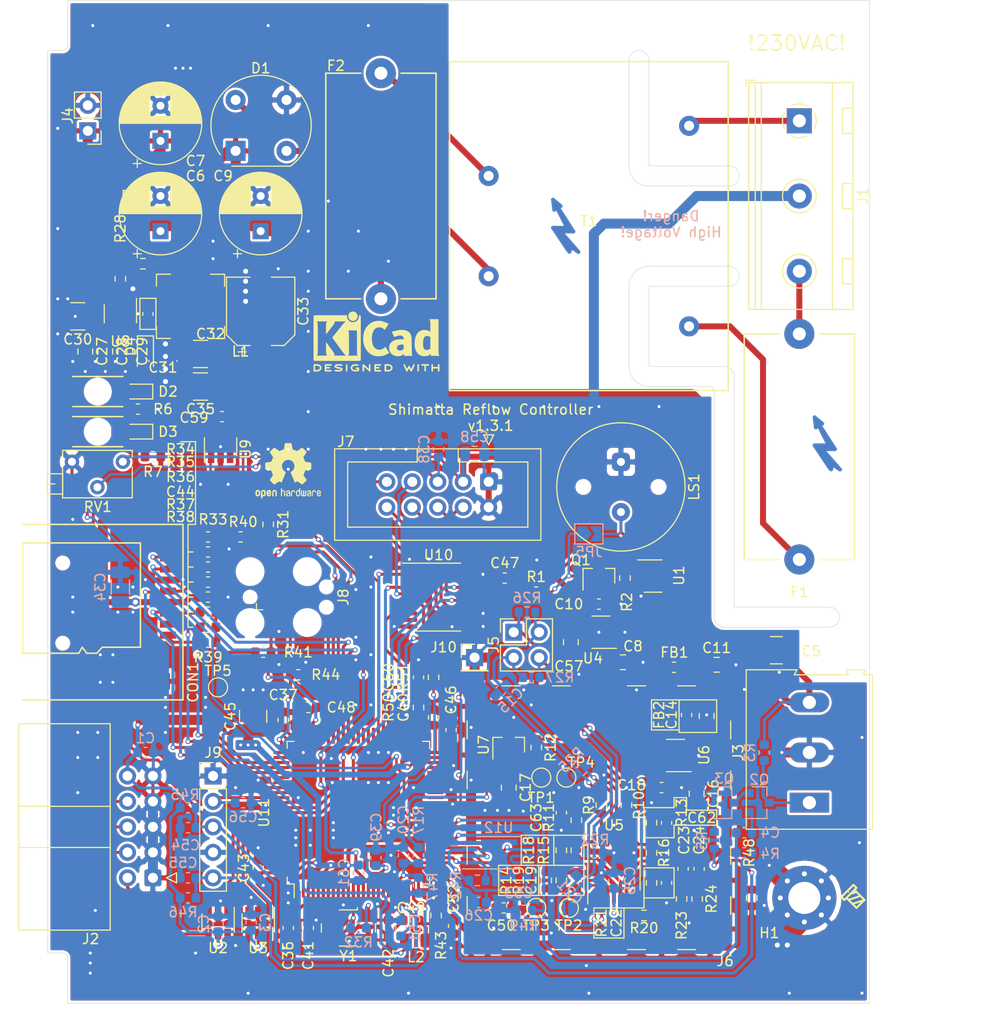
<source format=kicad_pcb>
(kicad_pcb (version 20171130) (host pcbnew 5.1.10)

  (general
    (thickness 1.6)
    (drawings 114)
    (tracks 1747)
    (zones 0)
    (modules 166)
    (nets 98)
  )

  (page A4)
  (title_block
    (title "Shimatta Reflow Controller")
    (rev v1.3.1)
    (company Shimatta)
  )

  (layers
    (0 F.Cu signal)
    (31 B.Cu signal)
    (32 B.Adhes user)
    (33 F.Adhes user)
    (34 B.Paste user)
    (35 F.Paste user)
    (36 B.SilkS user)
    (37 F.SilkS user)
    (38 B.Mask user)
    (39 F.Mask user)
    (40 Dwgs.User user)
    (41 Cmts.User user)
    (42 Eco1.User user)
    (43 Eco2.User user)
    (44 Edge.Cuts user)
    (45 Margin user)
    (46 B.CrtYd user)
    (47 F.CrtYd user)
    (48 B.Fab user)
    (49 F.Fab user)
  )

  (setup
    (last_trace_width 0.25)
    (user_trace_width 0.3)
    (user_trace_width 0.4)
    (user_trace_width 0.6)
    (user_trace_width 1)
    (user_trace_width 2)
    (trace_clearance 0.2)
    (zone_clearance 0.25)
    (zone_45_only no)
    (trace_min 0.21)
    (via_size 0.5)
    (via_drill 0.3)
    (via_min_size 0.4)
    (via_min_drill 0.3)
    (user_via 0.9 0.5)
    (uvia_size 0.3)
    (uvia_drill 0.1)
    (uvias_allowed no)
    (uvia_min_size 0.2)
    (uvia_min_drill 0.1)
    (edge_width 0.05)
    (segment_width 0.2)
    (pcb_text_width 0.3)
    (pcb_text_size 1.5 1.5)
    (mod_edge_width 0.12)
    (mod_text_size 1 1)
    (mod_text_width 0.15)
    (pad_size 1.15 2.7)
    (pad_drill 0)
    (pad_to_mask_clearance 0)
    (aux_axis_origin 13 13)
    (grid_origin 13 13)
    (visible_elements FFFFFF7F)
    (pcbplotparams
      (layerselection 0x010f0_ffffffff)
      (usegerberextensions true)
      (usegerberattributes true)
      (usegerberadvancedattributes false)
      (creategerberjobfile true)
      (excludeedgelayer true)
      (linewidth 0.100000)
      (plotframeref false)
      (viasonmask false)
      (mode 1)
      (useauxorigin false)
      (hpglpennumber 1)
      (hpglpenspeed 20)
      (hpglpendiameter 15.000000)
      (psnegative false)
      (psa4output false)
      (plotreference true)
      (plotvalue true)
      (plotinvisibletext false)
      (padsonsilk true)
      (subtractmaskfromsilk false)
      (outputformat 1)
      (mirror false)
      (drillshape 0)
      (scaleselection 1)
      (outputdirectory "gerber/"))
  )

  (net 0 "")
  (net 1 GND)
  (net 2 +8V)
  (net 3 +3V3)
  (net 4 +5V)
  (net 5 /Controller/ENC1)
  (net 6 /Controller/ENC2)
  (net 7 /Controller/VREF)
  (net 8 /Controller/SW1)
  (net 9 /Frontend/FORCE+)
  (net 10 /Frontend/FORCE-)
  (net 11 /Frontend/SENS+)
  (net 12 /Frontend/SENS-)
  (net 13 /Controller/SDIO_D1)
  (net 14 /Controller/SDIO_D0)
  (net 15 /Controller/SDIO_CLK)
  (net 16 /Controller/SDIO_CMD)
  (net 17 /Controller/SDIO_D3)
  (net 18 /Controller/SDIO_D2)
  (net 19 /Controller/TEMP_IN)
  (net 20 /L_Trafo)
  (net 21 /L_IN)
  (net 22 /N_IN)
  (net 23 /DIGIO3)
  (net 24 /DIGIO2)
  (net 25 /DIGIO1)
  (net 26 /DIGIO0)
  (net 27 /Controller/SWDIO)
  (net 28 /Controller/SWCLK)
  (net 29 /Controller/PC_RX)
  (net 30 /Controller/PC_TX)
  (net 31 /Controller/~RST)
  (net 32 /Controller/LCD_VO)
  (net 33 /Controller/LCD_RS)
  (net 34 /Controller/LCD_EN)
  (net 35 /Controller/LCD_D3)
  (net 36 /Controller/LCD_D0)
  (net 37 /Controller/LCD_D2)
  (net 38 /Controller/LCD_D1)
  (net 39 /OUT0)
  (net 40 /OUT3)
  (net 41 /OUT2)
  (net 42 /OUT1)
  (net 43 /Controller/VDDA)
  (net 44 +5VL)
  (net 45 /Controller/CARD_DETECT)
  (net 46 +3.3VA)
  (net 47 /Frontend/VREF_OP)
  (net 48 /DIGIO0_PROT)
  (net 49 /DIGIO1_PROT)
  (net 50 /DIGIO2_PROT)
  (net 51 /DIGIO3_PROT)
  (net 52 "Net-(C4-Pad2)")
  (net 53 "Net-(C14-Pad1)")
  (net 54 "Net-(C19-Pad1)")
  (net 55 "Net-(C22-Pad2)")
  (net 56 "Net-(C22-Pad1)")
  (net 57 "Net-(C23-Pad1)")
  (net 58 "Net-(C31-Pad1)")
  (net 59 "Net-(C42-Pad1)")
  (net 60 "Net-(D1-Pad4)")
  (net 61 "Net-(D1-Pad2)")
  (net 62 "Net-(D2-Pad1)")
  (net 63 "Net-(D3-Pad1)")
  (net 64 "Net-(F2-Pad2)")
  (net 65 "Net-(J3-Pad1)")
  (net 66 "Net-(Q2-Pad2)")
  (net 67 "Net-(Q3-Pad1)")
  (net 68 /Controller/SSR_SAFETY_ENABLE)
  (net 69 /Controller/E_~CS)
  (net 70 /Controller/E_SCK)
  (net 71 /Controller/E_MISO)
  (net 72 /Controller/E_MOSI)
  (net 73 "Net-(Q1-Pad3)")
  (net 74 "/Digital Power Supply/DCDC_SW")
  (net 75 /Controller/EXT_WTCHDG_TOGGL)
  (net 76 "Net-(C41-Pad1)")
  (net 77 "Net-(C46-Pad1)")
  (net 78 "Net-(C48-Pad1)")
  (net 79 "Net-(C52-Pad2)")
  (net 80 "Net-(R15-Pad1)")
  (net 81 "Net-(R20-Pad1)")
  (net 82 "Net-(R28-Pad1)")
  (net 83 "Net-(R31-Pad2)")
  (net 84 "Net-(U10-Pad17)")
  (net 85 "Net-(U10-Pad15)")
  (net 86 "Net-(U10-Pad8)")
  (net 87 "Net-(U10-Pad6)")
  (net 88 "Net-(U10-Pad4)")
  (net 89 "Net-(U10-Pad2)")
  (net 90 "Net-(C10-Pad2)")
  (net 91 "Net-(JP5-Pad2)")
  (net 92 "Net-(JP5-Pad1)")
  (net 93 "Net-(C60-Pad1)")
  (net 94 "Net-(C62-Pad2)")
  (net 95 "Net-(C62-Pad1)")
  (net 96 "Net-(C63-Pad2)")
  (net 97 "Net-(C63-Pad1)")

  (net_class Default "This is the default net class."
    (clearance 0.2)
    (trace_width 0.25)
    (via_dia 0.5)
    (via_drill 0.3)
    (uvia_dia 0.3)
    (uvia_drill 0.1)
    (diff_pair_width 0.3)
    (diff_pair_gap 0.25)
    (add_net +3.3VA)
    (add_net +3V3)
    (add_net +5V)
    (add_net +5VL)
    (add_net +8V)
    (add_net /Controller/CARD_DETECT)
    (add_net /Controller/ENC1)
    (add_net /Controller/ENC2)
    (add_net /Controller/EXT_WTCHDG_TOGGL)
    (add_net /Controller/E_MISO)
    (add_net /Controller/E_MOSI)
    (add_net /Controller/E_SCK)
    (add_net /Controller/E_~CS)
    (add_net /Controller/LCD_D0)
    (add_net /Controller/LCD_D1)
    (add_net /Controller/LCD_D2)
    (add_net /Controller/LCD_D3)
    (add_net /Controller/LCD_EN)
    (add_net /Controller/LCD_RS)
    (add_net /Controller/LCD_VO)
    (add_net /Controller/PC_RX)
    (add_net /Controller/PC_TX)
    (add_net /Controller/SDIO_CLK)
    (add_net /Controller/SDIO_CMD)
    (add_net /Controller/SDIO_D0)
    (add_net /Controller/SDIO_D1)
    (add_net /Controller/SDIO_D2)
    (add_net /Controller/SDIO_D3)
    (add_net /Controller/SSR_SAFETY_ENABLE)
    (add_net /Controller/SW1)
    (add_net /Controller/SWCLK)
    (add_net /Controller/SWDIO)
    (add_net /Controller/TEMP_IN)
    (add_net /Controller/VDDA)
    (add_net /Controller/VREF)
    (add_net /Controller/~RST)
    (add_net /DIGIO0)
    (add_net /DIGIO0_PROT)
    (add_net /DIGIO1)
    (add_net /DIGIO1_PROT)
    (add_net /DIGIO2)
    (add_net /DIGIO2_PROT)
    (add_net /DIGIO3)
    (add_net /DIGIO3_PROT)
    (add_net "/Digital Power Supply/DCDC_SW")
    (add_net /Frontend/FORCE+)
    (add_net /Frontend/FORCE-)
    (add_net /Frontend/SENS+)
    (add_net /Frontend/SENS-)
    (add_net /Frontend/VREF_OP)
    (add_net /OUT0)
    (add_net /OUT1)
    (add_net /OUT2)
    (add_net /OUT3)
    (add_net GND)
    (add_net "Net-(C10-Pad2)")
    (add_net "Net-(C14-Pad1)")
    (add_net "Net-(C19-Pad1)")
    (add_net "Net-(C22-Pad1)")
    (add_net "Net-(C22-Pad2)")
    (add_net "Net-(C23-Pad1)")
    (add_net "Net-(C31-Pad1)")
    (add_net "Net-(C4-Pad2)")
    (add_net "Net-(C41-Pad1)")
    (add_net "Net-(C42-Pad1)")
    (add_net "Net-(C46-Pad1)")
    (add_net "Net-(C48-Pad1)")
    (add_net "Net-(C52-Pad2)")
    (add_net "Net-(C60-Pad1)")
    (add_net "Net-(C62-Pad1)")
    (add_net "Net-(C62-Pad2)")
    (add_net "Net-(C63-Pad1)")
    (add_net "Net-(C63-Pad2)")
    (add_net "Net-(D1-Pad2)")
    (add_net "Net-(D1-Pad4)")
    (add_net "Net-(D2-Pad1)")
    (add_net "Net-(D3-Pad1)")
    (add_net "Net-(F2-Pad2)")
    (add_net "Net-(J3-Pad1)")
    (add_net "Net-(JP5-Pad1)")
    (add_net "Net-(JP5-Pad2)")
    (add_net "Net-(Q1-Pad3)")
    (add_net "Net-(Q2-Pad2)")
    (add_net "Net-(Q3-Pad1)")
    (add_net "Net-(R15-Pad1)")
    (add_net "Net-(R20-Pad1)")
    (add_net "Net-(R28-Pad1)")
    (add_net "Net-(R31-Pad2)")
    (add_net "Net-(U10-Pad15)")
    (add_net "Net-(U10-Pad17)")
    (add_net "Net-(U10-Pad2)")
    (add_net "Net-(U10-Pad4)")
    (add_net "Net-(U10-Pad6)")
    (add_net "Net-(U10-Pad8)")
  )

  (net_class HV ""
    (clearance 2.55)
    (trace_width 1)
    (via_dia 0.5)
    (via_drill 0.3)
    (uvia_dia 0.3)
    (uvia_drill 0.1)
    (diff_pair_width 0.21)
    (diff_pair_gap 0.25)
    (add_net /L_IN)
    (add_net /L_Trafo)
    (add_net /N_IN)
  )

  (module Capacitor_SMD:C_0805_2012Metric (layer F.Cu) (tedit 604A72F6) (tstamp 604AF313)
    (at 23.75 48 270)
    (descr "Capacitor SMD 0805 (2012 Metric), square (rectangular) end terminal, IPC_7351 nominal, (Body size source: IPC-SM-782 page 76, https://www.pcb-3d.com/wordpress/wp-content/uploads/ipc-sm-782a_amendment_1_and_2.pdf, https://docs.google.com/spreadsheets/d/1BsfQQcO9C6DZCsRaXUlFlo91Tg2WpOkGARC1WS5S8t0/edit?usp=sharing), generated with kicad-footprint-generator")
    (tags capacitor)
    (path /5FB6E41F/5FB7DB9E)
    (attr smd)
    (fp_text reference C29 (at 0 -1.68 90) (layer F.SilkS)
      (effects (font (size 1 1) (thickness 0.15)))
    )
    (fp_text value 100n (at 0 1.68 90) (layer F.Fab)
      (effects (font (size 1 1) (thickness 0.15)))
    )
    (fp_line (start -1 0.625) (end -1 -0.625) (layer F.Fab) (width 0.1))
    (fp_line (start -1 -0.625) (end 1 -0.625) (layer F.Fab) (width 0.1))
    (fp_line (start 1 -0.625) (end 1 0.625) (layer F.Fab) (width 0.1))
    (fp_line (start 1 0.625) (end -1 0.625) (layer F.Fab) (width 0.1))
    (fp_line (start -0.261252 -0.735) (end 0.261252 -0.735) (layer F.SilkS) (width 0.12))
    (fp_line (start -0.261252 0.735) (end 0.261252 0.735) (layer F.SilkS) (width 0.12))
    (fp_line (start -1.7 0.98) (end -1.7 -0.98) (layer F.CrtYd) (width 0.05))
    (fp_line (start -1.7 -0.98) (end 1.7 -0.98) (layer F.CrtYd) (width 0.05))
    (fp_line (start 1.7 -0.98) (end 1.7 0.98) (layer F.CrtYd) (width 0.05))
    (fp_line (start 1.7 0.98) (end -1.7 0.98) (layer F.CrtYd) (width 0.05))
    (fp_text user %R (at 0 0 90) (layer F.Fab)
      (effects (font (size 0.5 0.5) (thickness 0.08)))
    )
    (pad 2 smd roundrect (at 0.95 0 270) (size 1 1.45) (layers F.Cu F.Paste F.Mask) (roundrect_rratio 0.25)
      (net 1 GND))
    (pad 1 smd roundrect (at -0.95 0 270) (size 1 1.45) (layers F.Cu F.Paste F.Mask) (roundrect_rratio 0.25)
      (net 2 +8V) (zone_connect 2))
    (model ${KISYS3DMOD}/Capacitor_SMD.3dshapes/C_0805_2012Metric.wrl
      (at (xyz 0 0 0))
      (scale (xyz 1 1 1))
      (rotate (xyz 0 0 0))
    )
  )

  (module Capacitor_SMD:C_0805_2012Metric (layer F.Cu) (tedit 604A72EC) (tstamp 604AF302)
    (at 21.75 48 270)
    (descr "Capacitor SMD 0805 (2012 Metric), square (rectangular) end terminal, IPC_7351 nominal, (Body size source: IPC-SM-782 page 76, https://www.pcb-3d.com/wordpress/wp-content/uploads/ipc-sm-782a_amendment_1_and_2.pdf, https://docs.google.com/spreadsheets/d/1BsfQQcO9C6DZCsRaXUlFlo91Tg2WpOkGARC1WS5S8t0/edit?usp=sharing), generated with kicad-footprint-generator")
    (tags capacitor)
    (path /5FB6E41F/5FB7D1DC)
    (attr smd)
    (fp_text reference C28 (at 0 -1.68 90) (layer F.SilkS)
      (effects (font (size 1 1) (thickness 0.15)))
    )
    (fp_text value 100n (at 0 1.68 90) (layer F.Fab)
      (effects (font (size 1 1) (thickness 0.15)))
    )
    (fp_line (start -1 0.625) (end -1 -0.625) (layer F.Fab) (width 0.1))
    (fp_line (start -1 -0.625) (end 1 -0.625) (layer F.Fab) (width 0.1))
    (fp_line (start 1 -0.625) (end 1 0.625) (layer F.Fab) (width 0.1))
    (fp_line (start 1 0.625) (end -1 0.625) (layer F.Fab) (width 0.1))
    (fp_line (start -0.261252 -0.735) (end 0.261252 -0.735) (layer F.SilkS) (width 0.12))
    (fp_line (start -0.261252 0.735) (end 0.261252 0.735) (layer F.SilkS) (width 0.12))
    (fp_line (start -1.7 0.98) (end -1.7 -0.98) (layer F.CrtYd) (width 0.05))
    (fp_line (start -1.7 -0.98) (end 1.7 -0.98) (layer F.CrtYd) (width 0.05))
    (fp_line (start 1.7 -0.98) (end 1.7 0.98) (layer F.CrtYd) (width 0.05))
    (fp_line (start 1.7 0.98) (end -1.7 0.98) (layer F.CrtYd) (width 0.05))
    (fp_text user %R (at 0 0 90) (layer F.Fab)
      (effects (font (size 0.5 0.5) (thickness 0.08)))
    )
    (pad 2 smd roundrect (at 0.95 0 270) (size 1 1.45) (layers F.Cu F.Paste F.Mask) (roundrect_rratio 0.25)
      (net 1 GND))
    (pad 1 smd roundrect (at -0.95 0 270) (size 1 1.45) (layers F.Cu F.Paste F.Mask) (roundrect_rratio 0.25)
      (net 2 +8V) (zone_connect 2))
    (model ${KISYS3DMOD}/Capacitor_SMD.3dshapes/C_0805_2012Metric.wrl
      (at (xyz 0 0 0))
      (scale (xyz 1 1 1))
      (rotate (xyz 0 0 0))
    )
  )

  (module Capacitor_SMD:C_0805_2012Metric (layer F.Cu) (tedit 604A7307) (tstamp 604AF2F1)
    (at 19.75 48 270)
    (descr "Capacitor SMD 0805 (2012 Metric), square (rectangular) end terminal, IPC_7351 nominal, (Body size source: IPC-SM-782 page 76, https://www.pcb-3d.com/wordpress/wp-content/uploads/ipc-sm-782a_amendment_1_and_2.pdf, https://docs.google.com/spreadsheets/d/1BsfQQcO9C6DZCsRaXUlFlo91Tg2WpOkGARC1WS5S8t0/edit?usp=sharing), generated with kicad-footprint-generator")
    (tags capacitor)
    (path /5FB6E41F/5FB7CC6B)
    (attr smd)
    (fp_text reference C27 (at 0 -1.68 90) (layer F.SilkS)
      (effects (font (size 1 1) (thickness 0.15)))
    )
    (fp_text value 100n (at 0 1.68 90) (layer F.Fab)
      (effects (font (size 1 1) (thickness 0.15)))
    )
    (fp_line (start -1 0.625) (end -1 -0.625) (layer F.Fab) (width 0.1))
    (fp_line (start -1 -0.625) (end 1 -0.625) (layer F.Fab) (width 0.1))
    (fp_line (start 1 -0.625) (end 1 0.625) (layer F.Fab) (width 0.1))
    (fp_line (start 1 0.625) (end -1 0.625) (layer F.Fab) (width 0.1))
    (fp_line (start -0.261252 -0.735) (end 0.261252 -0.735) (layer F.SilkS) (width 0.12))
    (fp_line (start -0.261252 0.735) (end 0.261252 0.735) (layer F.SilkS) (width 0.12))
    (fp_line (start -1.7 0.98) (end -1.7 -0.98) (layer F.CrtYd) (width 0.05))
    (fp_line (start -1.7 -0.98) (end 1.7 -0.98) (layer F.CrtYd) (width 0.05))
    (fp_line (start 1.7 -0.98) (end 1.7 0.98) (layer F.CrtYd) (width 0.05))
    (fp_line (start 1.7 0.98) (end -1.7 0.98) (layer F.CrtYd) (width 0.05))
    (fp_text user %R (at 0 0 90) (layer F.Fab)
      (effects (font (size 0.5 0.5) (thickness 0.08)))
    )
    (pad 2 smd roundrect (at 0.95 0 270) (size 1 1.45) (layers F.Cu F.Paste F.Mask) (roundrect_rratio 0.25)
      (net 1 GND))
    (pad 1 smd roundrect (at -0.95 0 270) (size 1 1.45) (layers F.Cu F.Paste F.Mask) (roundrect_rratio 0.25)
      (net 2 +8V) (zone_connect 2))
    (model ${KISYS3DMOD}/Capacitor_SMD.3dshapes/C_0805_2012Metric.wrl
      (at (xyz 0 0 0))
      (scale (xyz 1 1 1))
      (rotate (xyz 0 0 0))
    )
  )

  (module shimatta_tht:BV-EI-305-XXXX locked (layer F.Cu) (tedit 60034E03) (tstamp 5FD3143E)
    (at 70 35.5 180)
    (path /5D6EA3F7)
    (fp_text reference T1 (at 0 0.5) (layer F.SilkS)
      (effects (font (size 1 1) (thickness 0.15)))
    )
    (fp_text value BV-EI-305-2050 (at 0 -0.5) (layer F.Fab)
      (effects (font (size 1 1) (thickness 0.15)))
    )
    (fp_line (start 13.9 -16.4) (end 13.9 16.4) (layer F.SilkS) (width 0.15))
    (fp_line (start -13.9 16.4) (end 13.9 16.4) (layer F.SilkS) (width 0.15))
    (fp_line (start -13.9 -16.4) (end -13.9 16.4) (layer F.SilkS) (width 0.15))
    (fp_line (start -13.9 -16.4) (end 13.9 -16.4) (layer F.SilkS) (width 0.15))
    (pad 1 thru_hole circle (at -10 10 180) (size 2 2) (drill 1) (layers *.Cu *.Mask)
      (net 22 /N_IN))
    (pad 2 thru_hole circle (at -10 -10 180) (size 2 2) (drill 1) (layers *.Cu *.Mask)
      (net 20 /L_Trafo))
    (pad 3 thru_hole circle (at 10 5 180) (size 2 2) (drill 1) (layers *.Cu *.Mask)
      (net 64 "Net-(F2-Pad2)"))
    (pad 4 thru_hole circle (at 10 -5 180) (size 2 2) (drill 1) (layers *.Cu *.Mask)
      (net 61 "Net-(D1-Pad2)"))
    (model ${KISYS3DMOD}/tht.shapes3d/BV-EI-305-XXXX.wrl
      (at (xyz 0 0 0))
      (scale (xyz 0.3937 0.3937 0.3937))
      (rotate (xyz 0 0 0))
    )
  )

  (module Capacitor_SMD:C_0603_1608Metric (layer F.Cu) (tedit 5F68FEEE) (tstamp 5FD64B98)
    (at 67.25 94 270)
    (descr "Capacitor SMD 0603 (1608 Metric), square (rectangular) end terminal, IPC_7351 nominal, (Body size source: IPC-SM-782 page 76, https://www.pcb-3d.com/wordpress/wp-content/uploads/ipc-sm-782a_amendment_1_and_2.pdf), generated with kicad-footprint-generator")
    (tags capacitor)
    (path /5D8C5188/5FE2133C)
    (attr smd)
    (fp_text reference C63 (at 0.5 2.5 90) (layer F.SilkS)
      (effects (font (size 1 1) (thickness 0.15)))
    )
    (fp_text value DNP (at 0 1.43 90) (layer F.Fab)
      (effects (font (size 1 1) (thickness 0.15)))
    )
    (fp_line (start -0.8 0.4) (end -0.8 -0.4) (layer F.Fab) (width 0.1))
    (fp_line (start -0.8 -0.4) (end 0.8 -0.4) (layer F.Fab) (width 0.1))
    (fp_line (start 0.8 -0.4) (end 0.8 0.4) (layer F.Fab) (width 0.1))
    (fp_line (start 0.8 0.4) (end -0.8 0.4) (layer F.Fab) (width 0.1))
    (fp_line (start -0.14058 -0.51) (end 0.14058 -0.51) (layer F.SilkS) (width 0.12))
    (fp_line (start -0.14058 0.51) (end 0.14058 0.51) (layer F.SilkS) (width 0.12))
    (fp_line (start -1.48 0.73) (end -1.48 -0.73) (layer F.CrtYd) (width 0.05))
    (fp_line (start -1.48 -0.73) (end 1.48 -0.73) (layer F.CrtYd) (width 0.05))
    (fp_line (start 1.48 -0.73) (end 1.48 0.73) (layer F.CrtYd) (width 0.05))
    (fp_line (start 1.48 0.73) (end -1.48 0.73) (layer F.CrtYd) (width 0.05))
    (fp_text user %R (at 0 0 90) (layer F.Fab)
      (effects (font (size 0.4 0.4) (thickness 0.06)))
    )
    (pad 2 smd roundrect (at 0.775 0 270) (size 0.9 0.95) (layers F.Cu F.Paste F.Mask) (roundrect_rratio 0.25)
      (net 96 "Net-(C63-Pad2)"))
    (pad 1 smd roundrect (at -0.775 0 270) (size 0.9 0.95) (layers F.Cu F.Paste F.Mask) (roundrect_rratio 0.25)
      (net 97 "Net-(C63-Pad1)"))
    (model ${KISYS3DMOD}/Capacitor_SMD.3dshapes/C_0603_1608Metric.wrl
      (at (xyz 0 0 0))
      (scale (xyz 1 1 1))
      (rotate (xyz 0 0 0))
    )
  )

  (module Capacitor_SMD:C_0603_1608Metric (layer F.Cu) (tedit 5F68FEEE) (tstamp 5FD64B87)
    (at 77.75 95.025 270)
    (descr "Capacitor SMD 0603 (1608 Metric), square (rectangular) end terminal, IPC_7351 nominal, (Body size source: IPC-SM-782 page 76, https://www.pcb-3d.com/wordpress/wp-content/uploads/ipc-sm-782a_amendment_1_and_2.pdf), generated with kicad-footprint-generator")
    (tags capacitor)
    (path /5D8C5188/5FE331AE)
    (attr smd)
    (fp_text reference C62 (at -0.525 -3.5 180) (layer F.SilkS)
      (effects (font (size 1 1) (thickness 0.15)))
    )
    (fp_text value DNP (at 0 1.43 90) (layer F.Fab)
      (effects (font (size 1 1) (thickness 0.15)))
    )
    (fp_line (start -0.8 0.4) (end -0.8 -0.4) (layer F.Fab) (width 0.1))
    (fp_line (start -0.8 -0.4) (end 0.8 -0.4) (layer F.Fab) (width 0.1))
    (fp_line (start 0.8 -0.4) (end 0.8 0.4) (layer F.Fab) (width 0.1))
    (fp_line (start 0.8 0.4) (end -0.8 0.4) (layer F.Fab) (width 0.1))
    (fp_line (start -0.14058 -0.51) (end 0.14058 -0.51) (layer F.SilkS) (width 0.12))
    (fp_line (start -0.14058 0.51) (end 0.14058 0.51) (layer F.SilkS) (width 0.12))
    (fp_line (start -1.48 0.73) (end -1.48 -0.73) (layer F.CrtYd) (width 0.05))
    (fp_line (start -1.48 -0.73) (end 1.48 -0.73) (layer F.CrtYd) (width 0.05))
    (fp_line (start 1.48 -0.73) (end 1.48 0.73) (layer F.CrtYd) (width 0.05))
    (fp_line (start 1.48 0.73) (end -1.48 0.73) (layer F.CrtYd) (width 0.05))
    (fp_text user %R (at 0 0 90) (layer F.Fab)
      (effects (font (size 0.4 0.4) (thickness 0.06)))
    )
    (pad 2 smd roundrect (at 0.775 0 270) (size 0.9 0.95) (layers F.Cu F.Paste F.Mask) (roundrect_rratio 0.25)
      (net 94 "Net-(C62-Pad2)"))
    (pad 1 smd roundrect (at -0.775 0 270) (size 0.9 0.95) (layers F.Cu F.Paste F.Mask) (roundrect_rratio 0.25)
      (net 95 "Net-(C62-Pad1)"))
    (model ${KISYS3DMOD}/Capacitor_SMD.3dshapes/C_0603_1608Metric.wrl
      (at (xyz 0 0 0))
      (scale (xyz 1 1 1))
      (rotate (xyz 0 0 0))
    )
  )

  (module Capacitor_SMD:C_0603_1608Metric (layer B.Cu) (tedit 5F68FEEE) (tstamp 5FD2F3FD)
    (at 47 100 270)
    (descr "Capacitor SMD 0603 (1608 Metric), square (rectangular) end terminal, IPC_7351 nominal, (Body size source: IPC-SM-782 page 76, https://www.pcb-3d.com/wordpress/wp-content/uploads/ipc-sm-782a_amendment_1_and_2.pdf), generated with kicad-footprint-generator")
    (tags capacitor)
    (path /5D77EC9D/5FD72F9A)
    (attr smd)
    (fp_text reference C61 (at 0 1.43 90) (layer B.SilkS)
      (effects (font (size 1 1) (thickness 0.15)) (justify mirror))
    )
    (fp_text value 100n (at 0 -1.43 90) (layer B.Fab)
      (effects (font (size 1 1) (thickness 0.15)) (justify mirror))
    )
    (fp_line (start -0.8 -0.4) (end -0.8 0.4) (layer B.Fab) (width 0.1))
    (fp_line (start -0.8 0.4) (end 0.8 0.4) (layer B.Fab) (width 0.1))
    (fp_line (start 0.8 0.4) (end 0.8 -0.4) (layer B.Fab) (width 0.1))
    (fp_line (start 0.8 -0.4) (end -0.8 -0.4) (layer B.Fab) (width 0.1))
    (fp_line (start -0.14058 0.51) (end 0.14058 0.51) (layer B.SilkS) (width 0.12))
    (fp_line (start -0.14058 -0.51) (end 0.14058 -0.51) (layer B.SilkS) (width 0.12))
    (fp_line (start -1.48 -0.73) (end -1.48 0.73) (layer B.CrtYd) (width 0.05))
    (fp_line (start -1.48 0.73) (end 1.48 0.73) (layer B.CrtYd) (width 0.05))
    (fp_line (start 1.48 0.73) (end 1.48 -0.73) (layer B.CrtYd) (width 0.05))
    (fp_line (start 1.48 -0.73) (end -1.48 -0.73) (layer B.CrtYd) (width 0.05))
    (fp_text user %R (at 0 0 90) (layer B.Fab)
      (effects (font (size 0.4 0.4) (thickness 0.06)) (justify mirror))
    )
    (pad 2 smd roundrect (at 0.775 0 270) (size 0.9 0.95) (layers B.Cu B.Paste B.Mask) (roundrect_rratio 0.25)
      (net 1 GND))
    (pad 1 smd roundrect (at -0.775 0 270) (size 0.9 0.95) (layers B.Cu B.Paste B.Mask) (roundrect_rratio 0.25)
      (net 3 +3V3))
    (model ${KISYS3DMOD}/Capacitor_SMD.3dshapes/C_0603_1608Metric.wrl
      (at (xyz 0 0 0))
      (scale (xyz 1 1 1))
      (rotate (xyz 0 0 0))
    )
  )

  (module shimatta_buzzer:PKM13EPYH4002-B0 (layer F.Cu) (tedit 5FCFC26C) (tstamp 5FCC3E58)
    (at 73.198 61.514 270)
    (tags buzzer,piezo)
    (path /5D891662)
    (fp_text reference LS1 (at 0 -7.3 90) (layer F.SilkS)
      (effects (font (size 1 1) (thickness 0.15)))
    )
    (fp_text value Buzzer (at 0 0 180) (layer F.Fab)
      (effects (font (size 1 1) (thickness 0.15)))
    )
    (fp_circle (center 0 0) (end 6.5 0) (layer F.Fab) (width 0.12))
    (fp_circle (center 0 0) (end 6.5 0) (layer F.CrtYd) (width 0.12))
    (fp_circle (center 0 0) (end 6.4 0) (layer F.SilkS) (width 0.12))
    (pad "" np_thru_hole circle (at 0 -3.75 270) (size 1.1 1.1) (drill 1.1) (layers *.Cu *.Mask))
    (pad "" np_thru_hole circle (at 0 3.75 270) (size 1.1 1.1) (drill 1.1) (layers *.Cu *.Mask))
    (pad 2 thru_hole circle (at 2.5 0 270) (size 1.8 1.8) (drill 0.8) (layers *.Cu *.Mask)
      (net 91 "Net-(JP5-Pad2)"))
    (pad 1 thru_hole roundrect (at -2.5 0 270) (size 1.8 1.8) (drill 0.8) (layers *.Cu *.Mask) (roundrect_rratio 0.25)
      (net 1 GND))
    (model ${KISYS3DMOD}/buzzer.shapes3d/PKM13EPYH4002-B0.wrl
      (at (xyz 0 0 0))
      (scale (xyz 0.3937 0.3937 0.3937))
      (rotate (xyz 0 0 0))
    )
  )

  (module Resistor_SMD:R_0603_1608Metric (layer F.Cu) (tedit 5F68FEEE) (tstamp 5FCDB62B)
    (at 54.5 80.5 270)
    (descr "Resistor SMD 0603 (1608 Metric), square (rectangular) end terminal, IPC_7351 nominal, (Body size source: IPC-SM-782 page 72, https://www.pcb-3d.com/wordpress/wp-content/uploads/ipc-sm-782a_amendment_1_and_2.pdf), generated with kicad-footprint-generator")
    (tags resistor)
    (path /5D77EC9D/5FD62ABC)
    (attr smd)
    (fp_text reference R51 (at 0 3 90) (layer F.SilkS)
      (effects (font (size 1 1) (thickness 0.15)))
    )
    (fp_text value 10k (at -2.25 0 90) (layer F.Fab)
      (effects (font (size 1 1) (thickness 0.15)))
    )
    (fp_line (start 1.48 0.73) (end -1.48 0.73) (layer F.CrtYd) (width 0.05))
    (fp_line (start 1.48 -0.73) (end 1.48 0.73) (layer F.CrtYd) (width 0.05))
    (fp_line (start -1.48 -0.73) (end 1.48 -0.73) (layer F.CrtYd) (width 0.05))
    (fp_line (start -1.48 0.73) (end -1.48 -0.73) (layer F.CrtYd) (width 0.05))
    (fp_line (start -0.237258 0.5225) (end 0.237258 0.5225) (layer F.SilkS) (width 0.12))
    (fp_line (start -0.237258 -0.5225) (end 0.237258 -0.5225) (layer F.SilkS) (width 0.12))
    (fp_line (start 0.8 0.4125) (end -0.8 0.4125) (layer F.Fab) (width 0.1))
    (fp_line (start 0.8 -0.4125) (end 0.8 0.4125) (layer F.Fab) (width 0.1))
    (fp_line (start -0.8 -0.4125) (end 0.8 -0.4125) (layer F.Fab) (width 0.1))
    (fp_line (start -0.8 0.4125) (end -0.8 -0.4125) (layer F.Fab) (width 0.1))
    (fp_text user %R (at 0 0 90) (layer F.Fab)
      (effects (font (size 0.4 0.4) (thickness 0.06)))
    )
    (pad 2 smd roundrect (at 0.825 0 270) (size 0.8 0.95) (layers F.Cu F.Paste F.Mask) (roundrect_rratio 0.25)
      (net 93 "Net-(C60-Pad1)"))
    (pad 1 smd roundrect (at -0.825 0 270) (size 0.8 0.95) (layers F.Cu F.Paste F.Mask) (roundrect_rratio 0.25)
      (net 1 GND))
    (model ${KISYS3DMOD}/Resistor_SMD.3dshapes/R_0603_1608Metric.wrl
      (at (xyz 0 0 0))
      (scale (xyz 1 1 1))
      (rotate (xyz 0 0 0))
    )
  )

  (module Resistor_SMD:R_0603_1608Metric (layer F.Cu) (tedit 5F68FEEE) (tstamp 5FCDB61A)
    (at 53 83.5 270)
    (descr "Resistor SMD 0603 (1608 Metric), square (rectangular) end terminal, IPC_7351 nominal, (Body size source: IPC-SM-782 page 72, https://www.pcb-3d.com/wordpress/wp-content/uploads/ipc-sm-782a_amendment_1_and_2.pdf), generated with kicad-footprint-generator")
    (tags resistor)
    (path /5D77EC9D/5FD5CEDB)
    (attr smd)
    (fp_text reference R50 (at 0 3 90) (layer F.SilkS)
      (effects (font (size 1 1) (thickness 0.15)))
    )
    (fp_text value 10k (at 0 1.43 90) (layer F.Fab)
      (effects (font (size 1 1) (thickness 0.15)))
    )
    (fp_line (start 1.48 0.73) (end -1.48 0.73) (layer F.CrtYd) (width 0.05))
    (fp_line (start 1.48 -0.73) (end 1.48 0.73) (layer F.CrtYd) (width 0.05))
    (fp_line (start -1.48 -0.73) (end 1.48 -0.73) (layer F.CrtYd) (width 0.05))
    (fp_line (start -1.48 0.73) (end -1.48 -0.73) (layer F.CrtYd) (width 0.05))
    (fp_line (start -0.237258 0.5225) (end 0.237258 0.5225) (layer F.SilkS) (width 0.12))
    (fp_line (start -0.237258 -0.5225) (end 0.237258 -0.5225) (layer F.SilkS) (width 0.12))
    (fp_line (start 0.8 0.4125) (end -0.8 0.4125) (layer F.Fab) (width 0.1))
    (fp_line (start 0.8 -0.4125) (end 0.8 0.4125) (layer F.Fab) (width 0.1))
    (fp_line (start -0.8 -0.4125) (end 0.8 -0.4125) (layer F.Fab) (width 0.1))
    (fp_line (start -0.8 0.4125) (end -0.8 -0.4125) (layer F.Fab) (width 0.1))
    (fp_text user %R (at 0 0 90) (layer F.Fab)
      (effects (font (size 0.4 0.4) (thickness 0.06)))
    )
    (pad 2 smd roundrect (at 0.825 0 270) (size 0.8 0.95) (layers F.Cu F.Paste F.Mask) (roundrect_rratio 0.25)
      (net 3 +3V3))
    (pad 1 smd roundrect (at -0.825 0 270) (size 0.8 0.95) (layers F.Cu F.Paste F.Mask) (roundrect_rratio 0.25)
      (net 93 "Net-(C60-Pad1)"))
    (model ${KISYS3DMOD}/Resistor_SMD.3dshapes/R_0603_1608Metric.wrl
      (at (xyz 0 0 0))
      (scale (xyz 1 1 1))
      (rotate (xyz 0 0 0))
    )
  )

  (module Capacitor_SMD:C_0603_1608Metric (layer F.Cu) (tedit 5F68FEEE) (tstamp 5FCDA8B7)
    (at 53 80.5 90)
    (descr "Capacitor SMD 0603 (1608 Metric), square (rectangular) end terminal, IPC_7351 nominal, (Body size source: IPC-SM-782 page 76, https://www.pcb-3d.com/wordpress/wp-content/uploads/ipc-sm-782a_amendment_1_and_2.pdf), generated with kicad-footprint-generator")
    (tags capacitor)
    (path /5D77EC9D/5FE39FAF)
    (attr smd)
    (fp_text reference C60 (at 0 -3 90) (layer F.SilkS)
      (effects (font (size 1 1) (thickness 0.15)))
    )
    (fp_text value 100n (at 2.75 0 90) (layer F.Fab)
      (effects (font (size 1 1) (thickness 0.15)))
    )
    (fp_line (start 1.48 0.73) (end -1.48 0.73) (layer F.CrtYd) (width 0.05))
    (fp_line (start 1.48 -0.73) (end 1.48 0.73) (layer F.CrtYd) (width 0.05))
    (fp_line (start -1.48 -0.73) (end 1.48 -0.73) (layer F.CrtYd) (width 0.05))
    (fp_line (start -1.48 0.73) (end -1.48 -0.73) (layer F.CrtYd) (width 0.05))
    (fp_line (start -0.14058 0.51) (end 0.14058 0.51) (layer F.SilkS) (width 0.12))
    (fp_line (start -0.14058 -0.51) (end 0.14058 -0.51) (layer F.SilkS) (width 0.12))
    (fp_line (start 0.8 0.4) (end -0.8 0.4) (layer F.Fab) (width 0.1))
    (fp_line (start 0.8 -0.4) (end 0.8 0.4) (layer F.Fab) (width 0.1))
    (fp_line (start -0.8 -0.4) (end 0.8 -0.4) (layer F.Fab) (width 0.1))
    (fp_line (start -0.8 0.4) (end -0.8 -0.4) (layer F.Fab) (width 0.1))
    (fp_text user %R (at 0 0 90) (layer F.Fab)
      (effects (font (size 0.4 0.4) (thickness 0.06)))
    )
    (pad 2 smd roundrect (at 0.775 0 90) (size 0.9 0.95) (layers F.Cu F.Paste F.Mask) (roundrect_rratio 0.25)
      (net 1 GND))
    (pad 1 smd roundrect (at -0.775 0 90) (size 0.9 0.95) (layers F.Cu F.Paste F.Mask) (roundrect_rratio 0.25)
      (net 93 "Net-(C60-Pad1)"))
    (model ${KISYS3DMOD}/Capacitor_SMD.3dshapes/C_0603_1608Metric.wrl
      (at (xyz 0 0 0))
      (scale (xyz 1 1 1))
      (rotate (xyz 0 0 0))
    )
  )

  (module Jumper:SolderJumper-2_P1.3mm_Open_TrianglePad1.0x1.5mm (layer B.Cu) (tedit 5A64794F) (tstamp 5FCF9810)
    (at 70 66.2)
    (descr "SMD Solder Jumper, 1x1.5mm Triangular Pads, 0.3mm gap, open")
    (tags "solder jumper open")
    (path /600F11A8)
    (attr virtual)
    (fp_text reference JP5 (at 0 1.8) (layer B.SilkS)
      (effects (font (size 1 1) (thickness 0.15)) (justify mirror))
    )
    (fp_text value DNP (at 0 -1.9) (layer B.Fab)
      (effects (font (size 1 1) (thickness 0.15)) (justify mirror))
    )
    (fp_line (start 1.65 -1.25) (end -1.65 -1.25) (layer B.CrtYd) (width 0.05))
    (fp_line (start 1.65 -1.25) (end 1.65 1.25) (layer B.CrtYd) (width 0.05))
    (fp_line (start -1.65 1.25) (end -1.65 -1.25) (layer B.CrtYd) (width 0.05))
    (fp_line (start -1.65 1.25) (end 1.65 1.25) (layer B.CrtYd) (width 0.05))
    (fp_line (start -1.4 1) (end 1.4 1) (layer B.SilkS) (width 0.12))
    (fp_line (start 1.4 1) (end 1.4 -1) (layer B.SilkS) (width 0.12))
    (fp_line (start 1.4 -1) (end -1.4 -1) (layer B.SilkS) (width 0.12))
    (fp_line (start -1.4 -1) (end -1.4 1) (layer B.SilkS) (width 0.12))
    (pad 1 smd custom (at -0.725 0) (size 0.3 0.3) (layers B.Cu B.Mask)
      (net 92 "Net-(JP5-Pad1)") (zone_connect 2)
      (options (clearance outline) (anchor rect))
      (primitives
        (gr_poly (pts
           (xy -0.5 0.75) (xy 0.5 0.75) (xy 1 0) (xy 0.5 -0.75) (xy -0.5 -0.75)
) (width 0))
      ))
    (pad 2 smd custom (at 0.725 0) (size 0.3 0.3) (layers B.Cu B.Mask)
      (net 91 "Net-(JP5-Pad2)") (zone_connect 2)
      (options (clearance outline) (anchor rect))
      (primitives
        (gr_poly (pts
           (xy -0.65 0.75) (xy 0.5 0.75) (xy 0.5 -0.75) (xy -0.65 -0.75) (xy -0.15 0)
) (width 0))
      ))
  )

  (module Capacitor_SMD:C_0603_1608Metric (layer F.Cu) (tedit 5F68FEEE) (tstamp 5FCF2BEC)
    (at 33.4 54.5)
    (descr "Capacitor SMD 0603 (1608 Metric), square (rectangular) end terminal, IPC_7351 nominal, (Body size source: IPC-SM-782 page 76, https://www.pcb-3d.com/wordpress/wp-content/uploads/ipc-sm-782a_amendment_1_and_2.pdf), generated with kicad-footprint-generator")
    (tags capacitor)
    (path /5D77EC9D/5FFAEEF2)
    (attr smd)
    (fp_text reference C59 (at -2.8 0.1) (layer F.SilkS)
      (effects (font (size 1 1) (thickness 0.15)))
    )
    (fp_text value 100n (at -0.15 1.25) (layer F.Fab)
      (effects (font (size 1 1) (thickness 0.15)))
    )
    (fp_line (start 1.48 0.73) (end -1.48 0.73) (layer F.CrtYd) (width 0.05))
    (fp_line (start 1.48 -0.73) (end 1.48 0.73) (layer F.CrtYd) (width 0.05))
    (fp_line (start -1.48 -0.73) (end 1.48 -0.73) (layer F.CrtYd) (width 0.05))
    (fp_line (start -1.48 0.73) (end -1.48 -0.73) (layer F.CrtYd) (width 0.05))
    (fp_line (start -0.14058 0.51) (end 0.14058 0.51) (layer F.SilkS) (width 0.12))
    (fp_line (start -0.14058 -0.51) (end 0.14058 -0.51) (layer F.SilkS) (width 0.12))
    (fp_line (start 0.8 0.4) (end -0.8 0.4) (layer F.Fab) (width 0.1))
    (fp_line (start 0.8 -0.4) (end 0.8 0.4) (layer F.Fab) (width 0.1))
    (fp_line (start -0.8 -0.4) (end 0.8 -0.4) (layer F.Fab) (width 0.1))
    (fp_line (start -0.8 0.4) (end -0.8 -0.4) (layer F.Fab) (width 0.1))
    (fp_text user %R (at 0 0) (layer F.Fab)
      (effects (font (size 0.4 0.4) (thickness 0.06)))
    )
    (pad 2 smd roundrect (at 0.775 0) (size 0.9 0.95) (layers F.Cu F.Paste F.Mask) (roundrect_rratio 0.25)
      (net 1 GND))
    (pad 1 smd roundrect (at -0.775 0) (size 0.9 0.95) (layers F.Cu F.Paste F.Mask) (roundrect_rratio 0.25)
      (net 3 +3V3))
    (model ${KISYS3DMOD}/Capacitor_SMD.3dshapes/C_0603_1608Metric.wrl
      (at (xyz 0 0 0))
      (scale (xyz 1 1 1))
      (rotate (xyz 0 0 0))
    )
  )

  (module Capacitor_SMD:C_0805_2012Metric (layer B.Cu) (tedit 5F68FEEE) (tstamp 5FCEA5B5)
    (at 58.6 58.2 180)
    (descr "Capacitor SMD 0805 (2012 Metric), square (rectangular) end terminal, IPC_7351 nominal, (Body size source: IPC-SM-782 page 76, https://www.pcb-3d.com/wordpress/wp-content/uploads/ipc-sm-782a_amendment_1_and_2.pdf, https://docs.google.com/spreadsheets/d/1BsfQQcO9C6DZCsRaXUlFlo91Tg2WpOkGARC1WS5S8t0/edit?usp=sharing), generated with kicad-footprint-generator")
    (tags capacitor)
    (path /5D77EC9D/5FEFE3CF)
    (attr smd)
    (fp_text reference C58 (at 0 1.68) (layer B.SilkS)
      (effects (font (size 1 1) (thickness 0.15)) (justify mirror))
    )
    (fp_text value 1u (at 0 -1.68) (layer B.Fab)
      (effects (font (size 1 1) (thickness 0.15)) (justify mirror))
    )
    (fp_line (start 1.7 -0.98) (end -1.7 -0.98) (layer B.CrtYd) (width 0.05))
    (fp_line (start 1.7 0.98) (end 1.7 -0.98) (layer B.CrtYd) (width 0.05))
    (fp_line (start -1.7 0.98) (end 1.7 0.98) (layer B.CrtYd) (width 0.05))
    (fp_line (start -1.7 -0.98) (end -1.7 0.98) (layer B.CrtYd) (width 0.05))
    (fp_line (start -0.261252 -0.735) (end 0.261252 -0.735) (layer B.SilkS) (width 0.12))
    (fp_line (start -0.261252 0.735) (end 0.261252 0.735) (layer B.SilkS) (width 0.12))
    (fp_line (start 1 -0.625) (end -1 -0.625) (layer B.Fab) (width 0.1))
    (fp_line (start 1 0.625) (end 1 -0.625) (layer B.Fab) (width 0.1))
    (fp_line (start -1 0.625) (end 1 0.625) (layer B.Fab) (width 0.1))
    (fp_line (start -1 -0.625) (end -1 0.625) (layer B.Fab) (width 0.1))
    (fp_text user %R (at 0 0) (layer B.Fab)
      (effects (font (size 0.5 0.5) (thickness 0.08)) (justify mirror))
    )
    (pad 2 smd roundrect (at 0.95 0 180) (size 1 1.45) (layers B.Cu B.Paste B.Mask) (roundrect_rratio 0.25)
      (net 44 +5VL))
    (pad 1 smd roundrect (at -0.95 0 180) (size 1 1.45) (layers B.Cu B.Paste B.Mask) (roundrect_rratio 0.25)
      (net 1 GND))
    (model ${KISYS3DMOD}/Capacitor_SMD.3dshapes/C_0805_2012Metric.wrl
      (at (xyz 0 0 0))
      (scale (xyz 1 1 1))
      (rotate (xyz 0 0 0))
    )
  )

  (module Capacitor_SMD:C_0805_2012Metric (layer F.Cu) (tedit 5F68FEEE) (tstamp 5FCE5B90)
    (at 73.4 79)
    (descr "Capacitor SMD 0805 (2012 Metric), square (rectangular) end terminal, IPC_7351 nominal, (Body size source: IPC-SM-782 page 76, https://www.pcb-3d.com/wordpress/wp-content/uploads/ipc-sm-782a_amendment_1_and_2.pdf, https://docs.google.com/spreadsheets/d/1BsfQQcO9C6DZCsRaXUlFlo91Tg2WpOkGARC1WS5S8t0/edit?usp=sharing), generated with kicad-footprint-generator")
    (tags capacitor)
    (path /5D992429)
    (attr smd)
    (fp_text reference C8 (at 1 -1.6) (layer F.SilkS)
      (effects (font (size 1 1) (thickness 0.15)))
    )
    (fp_text value 100n (at 0 1.68) (layer F.Fab)
      (effects (font (size 1 1) (thickness 0.15)))
    )
    (fp_line (start 1.7 0.98) (end -1.7 0.98) (layer F.CrtYd) (width 0.05))
    (fp_line (start 1.7 -0.98) (end 1.7 0.98) (layer F.CrtYd) (width 0.05))
    (fp_line (start -1.7 -0.98) (end 1.7 -0.98) (layer F.CrtYd) (width 0.05))
    (fp_line (start -1.7 0.98) (end -1.7 -0.98) (layer F.CrtYd) (width 0.05))
    (fp_line (start -0.261252 0.735) (end 0.261252 0.735) (layer F.SilkS) (width 0.12))
    (fp_line (start -0.261252 -0.735) (end 0.261252 -0.735) (layer F.SilkS) (width 0.12))
    (fp_line (start 1 0.625) (end -1 0.625) (layer F.Fab) (width 0.1))
    (fp_line (start 1 -0.625) (end 1 0.625) (layer F.Fab) (width 0.1))
    (fp_line (start -1 -0.625) (end 1 -0.625) (layer F.Fab) (width 0.1))
    (fp_line (start -1 0.625) (end -1 -0.625) (layer F.Fab) (width 0.1))
    (fp_text user %R (at 0 0) (layer F.Fab)
      (effects (font (size 0.5 0.5) (thickness 0.08)))
    )
    (pad 2 smd roundrect (at 0.95 0) (size 1 1.45) (layers F.Cu F.Paste F.Mask) (roundrect_rratio 0.25)
      (net 1 GND))
    (pad 1 smd roundrect (at -0.95 0) (size 1 1.45) (layers F.Cu F.Paste F.Mask) (roundrect_rratio 0.25)
      (net 2 +8V))
    (model ${KISYS3DMOD}/Capacitor_SMD.3dshapes/C_0805_2012Metric.wrl
      (at (xyz 0 0 0))
      (scale (xyz 1 1 1))
      (rotate (xyz 0 0 0))
    )
  )

  (module Package_TO_SOT_SMD:SOT-23-5 (layer F.Cu) (tedit 5A02FF57) (tstamp 5FCDC79F)
    (at 71.2 76 180)
    (descr "5-pin SOT23 package")
    (tags SOT-23-5)
    (path /5FD96B77)
    (attr smd)
    (fp_text reference U4 (at 0.8 -2.6) (layer F.SilkS)
      (effects (font (size 1 1) (thickness 0.15)))
    )
    (fp_text value LP2985-5.0 (at -5.55 0) (layer F.Fab)
      (effects (font (size 1 1) (thickness 0.15)))
    )
    (fp_line (start 0.9 -1.55) (end 0.9 1.55) (layer F.Fab) (width 0.1))
    (fp_line (start 0.9 1.55) (end -0.9 1.55) (layer F.Fab) (width 0.1))
    (fp_line (start -0.9 -0.9) (end -0.9 1.55) (layer F.Fab) (width 0.1))
    (fp_line (start 0.9 -1.55) (end -0.25 -1.55) (layer F.Fab) (width 0.1))
    (fp_line (start -0.9 -0.9) (end -0.25 -1.55) (layer F.Fab) (width 0.1))
    (fp_line (start -1.9 1.8) (end -1.9 -1.8) (layer F.CrtYd) (width 0.05))
    (fp_line (start 1.9 1.8) (end -1.9 1.8) (layer F.CrtYd) (width 0.05))
    (fp_line (start 1.9 -1.8) (end 1.9 1.8) (layer F.CrtYd) (width 0.05))
    (fp_line (start -1.9 -1.8) (end 1.9 -1.8) (layer F.CrtYd) (width 0.05))
    (fp_line (start 0.9 -1.61) (end -1.55 -1.61) (layer F.SilkS) (width 0.12))
    (fp_line (start -0.9 1.61) (end 0.9 1.61) (layer F.SilkS) (width 0.12))
    (fp_text user %R (at 0 0 90) (layer F.Fab)
      (effects (font (size 0.5 0.5) (thickness 0.075)))
    )
    (pad 5 smd rect (at 1.1 -0.95 180) (size 1.06 0.65) (layers F.Cu F.Paste F.Mask)
      (net 44 +5VL))
    (pad 4 smd rect (at 1.1 0.95 180) (size 1.06 0.65) (layers F.Cu F.Paste F.Mask)
      (net 90 "Net-(C10-Pad2)"))
    (pad 3 smd rect (at -1.1 0.95 180) (size 1.06 0.65) (layers F.Cu F.Paste F.Mask)
      (net 2 +8V))
    (pad 2 smd rect (at -1.1 0 180) (size 1.06 0.65) (layers F.Cu F.Paste F.Mask)
      (net 1 GND))
    (pad 1 smd rect (at -1.1 -0.95 180) (size 1.06 0.65) (layers F.Cu F.Paste F.Mask)
      (net 2 +8V))
    (model ${KISYS3DMOD}/Package_TO_SOT_SMD.3dshapes/SOT-23-5.wrl
      (at (xyz 0 0 0))
      (scale (xyz 1 1 1))
      (rotate (xyz 0 0 0))
    )
  )

  (module Capacitor_SMD:C_0805_2012Metric (layer F.Cu) (tedit 5F68FEEE) (tstamp 5FCDB92C)
    (at 68.2 77 270)
    (descr "Capacitor SMD 0805 (2012 Metric), square (rectangular) end terminal, IPC_7351 nominal, (Body size source: IPC-SM-782 page 76, https://www.pcb-3d.com/wordpress/wp-content/uploads/ipc-sm-782a_amendment_1_and_2.pdf, https://docs.google.com/spreadsheets/d/1BsfQQcO9C6DZCsRaXUlFlo91Tg2WpOkGARC1WS5S8t0/edit?usp=sharing), generated with kicad-footprint-generator")
    (tags capacitor)
    (path /5FEA6BEA)
    (attr smd)
    (fp_text reference C57 (at 2.4 0.2 180) (layer F.SilkS)
      (effects (font (size 1 1) (thickness 0.15)))
    )
    (fp_text value 2u2 (at 0 -1.3 90) (layer F.Fab)
      (effects (font (size 1 1) (thickness 0.15)))
    )
    (fp_line (start 1.7 0.98) (end -1.7 0.98) (layer F.CrtYd) (width 0.05))
    (fp_line (start 1.7 -0.98) (end 1.7 0.98) (layer F.CrtYd) (width 0.05))
    (fp_line (start -1.7 -0.98) (end 1.7 -0.98) (layer F.CrtYd) (width 0.05))
    (fp_line (start -1.7 0.98) (end -1.7 -0.98) (layer F.CrtYd) (width 0.05))
    (fp_line (start -0.261252 0.735) (end 0.261252 0.735) (layer F.SilkS) (width 0.12))
    (fp_line (start -0.261252 -0.735) (end 0.261252 -0.735) (layer F.SilkS) (width 0.12))
    (fp_line (start 1 0.625) (end -1 0.625) (layer F.Fab) (width 0.1))
    (fp_line (start 1 -0.625) (end 1 0.625) (layer F.Fab) (width 0.1))
    (fp_line (start -1 -0.625) (end 1 -0.625) (layer F.Fab) (width 0.1))
    (fp_line (start -1 0.625) (end -1 -0.625) (layer F.Fab) (width 0.1))
    (fp_text user %R (at 0 0 90) (layer F.Fab)
      (effects (font (size 0.5 0.5) (thickness 0.08)))
    )
    (pad 2 smd roundrect (at 0.95 0 270) (size 1 1.45) (layers F.Cu F.Paste F.Mask) (roundrect_rratio 0.25)
      (net 1 GND))
    (pad 1 smd roundrect (at -0.95 0 270) (size 1 1.45) (layers F.Cu F.Paste F.Mask) (roundrect_rratio 0.25)
      (net 44 +5VL))
    (model ${KISYS3DMOD}/Capacitor_SMD.3dshapes/C_0805_2012Metric.wrl
      (at (xyz 0 0 0))
      (scale (xyz 1 1 1))
      (rotate (xyz 0 0 0))
    )
  )

  (module Capacitor_SMD:C_0603_1608Metric (layer F.Cu) (tedit 5F68FEEE) (tstamp 5FCDB32D)
    (at 71 73.2 180)
    (descr "Capacitor SMD 0603 (1608 Metric), square (rectangular) end terminal, IPC_7351 nominal, (Body size source: IPC-SM-782 page 76, https://www.pcb-3d.com/wordpress/wp-content/uploads/ipc-sm-782a_amendment_1_and_2.pdf), generated with kicad-footprint-generator")
    (tags capacitor)
    (path /5FDDF514)
    (attr smd)
    (fp_text reference C10 (at 3 0) (layer F.SilkS)
      (effects (font (size 1 1) (thickness 0.15)))
    )
    (fp_text value 10n (at 0 1.43) (layer F.Fab)
      (effects (font (size 1 1) (thickness 0.15)))
    )
    (fp_line (start 1.48 0.73) (end -1.48 0.73) (layer F.CrtYd) (width 0.05))
    (fp_line (start 1.48 -0.73) (end 1.48 0.73) (layer F.CrtYd) (width 0.05))
    (fp_line (start -1.48 -0.73) (end 1.48 -0.73) (layer F.CrtYd) (width 0.05))
    (fp_line (start -1.48 0.73) (end -1.48 -0.73) (layer F.CrtYd) (width 0.05))
    (fp_line (start -0.14058 0.51) (end 0.14058 0.51) (layer F.SilkS) (width 0.12))
    (fp_line (start -0.14058 -0.51) (end 0.14058 -0.51) (layer F.SilkS) (width 0.12))
    (fp_line (start 0.8 0.4) (end -0.8 0.4) (layer F.Fab) (width 0.1))
    (fp_line (start 0.8 -0.4) (end 0.8 0.4) (layer F.Fab) (width 0.1))
    (fp_line (start -0.8 -0.4) (end 0.8 -0.4) (layer F.Fab) (width 0.1))
    (fp_line (start -0.8 0.4) (end -0.8 -0.4) (layer F.Fab) (width 0.1))
    (fp_text user %R (at 0 0) (layer F.Fab)
      (effects (font (size 0.4 0.4) (thickness 0.06)))
    )
    (pad 2 smd roundrect (at 0.775 0 180) (size 0.9 0.95) (layers F.Cu F.Paste F.Mask) (roundrect_rratio 0.25)
      (net 90 "Net-(C10-Pad2)"))
    (pad 1 smd roundrect (at -0.775 0 180) (size 0.9 0.95) (layers F.Cu F.Paste F.Mask) (roundrect_rratio 0.25)
      (net 1 GND))
    (model ${KISYS3DMOD}/Capacitor_SMD.3dshapes/C_0603_1608Metric.wrl
      (at (xyz 0 0 0))
      (scale (xyz 1 1 1))
      (rotate (xyz 0 0 0))
    )
  )

  (module Capacitor_SMD:C_0805_2012Metric (layer F.Cu) (tedit 5F68FEEE) (tstamp 5DEF1000)
    (at 82.75 79.25)
    (descr "Capacitor SMD 0805 (2012 Metric), square (rectangular) end terminal, IPC_7351 nominal, (Body size source: IPC-SM-782 page 76, https://www.pcb-3d.com/wordpress/wp-content/uploads/ipc-sm-782a_amendment_1_and_2.pdf, https://docs.google.com/spreadsheets/d/1BsfQQcO9C6DZCsRaXUlFlo91Tg2WpOkGARC1WS5S8t0/edit?usp=sharing), generated with kicad-footprint-generator")
    (tags capacitor)
    (path /5D99DEEA)
    (attr smd)
    (fp_text reference C11 (at 0 -1.68) (layer F.SilkS)
      (effects (font (size 1 1) (thickness 0.15)))
    )
    (fp_text value 1u (at 0 -1.25) (layer F.Fab)
      (effects (font (size 1 1) (thickness 0.15)))
    )
    (fp_line (start -1 0.625) (end -1 -0.625) (layer F.Fab) (width 0.1))
    (fp_line (start -1 -0.625) (end 1 -0.625) (layer F.Fab) (width 0.1))
    (fp_line (start 1 -0.625) (end 1 0.625) (layer F.Fab) (width 0.1))
    (fp_line (start 1 0.625) (end -1 0.625) (layer F.Fab) (width 0.1))
    (fp_line (start -0.261252 -0.735) (end 0.261252 -0.735) (layer F.SilkS) (width 0.12))
    (fp_line (start -0.261252 0.735) (end 0.261252 0.735) (layer F.SilkS) (width 0.12))
    (fp_line (start -1.7 0.98) (end -1.7 -0.98) (layer F.CrtYd) (width 0.05))
    (fp_line (start -1.7 -0.98) (end 1.7 -0.98) (layer F.CrtYd) (width 0.05))
    (fp_line (start 1.7 -0.98) (end 1.7 0.98) (layer F.CrtYd) (width 0.05))
    (fp_line (start 1.7 0.98) (end -1.7 0.98) (layer F.CrtYd) (width 0.05))
    (fp_text user %R (at 0 0) (layer F.Fab)
      (effects (font (size 0.5 0.5) (thickness 0.08)))
    )
    (pad 2 smd roundrect (at 0.95 0) (size 1 1.45) (layers F.Cu F.Paste F.Mask) (roundrect_rratio 0.25)
      (net 1 GND))
    (pad 1 smd roundrect (at -0.95 0) (size 1 1.45) (layers F.Cu F.Paste F.Mask) (roundrect_rratio 0.25)
      (net 4 +5V))
    (model ${KISYS3DMOD}/Capacitor_SMD.3dshapes/C_0805_2012Metric.wrl
      (at (xyz 0 0 0))
      (scale (xyz 1 1 1))
      (rotate (xyz 0 0 0))
    )
  )

  (module Inductor_SMD:L_0603_1608Metric (layer F.Cu) (tedit 5F68FEF0) (tstamp 5DEF12C3)
    (at 78.5 79.5 180)
    (descr "Inductor SMD 0603 (1608 Metric), square (rectangular) end terminal, IPC_7351 nominal, (Body size source: http://www.tortai-tech.com/upload/download/2011102023233369053.pdf), generated with kicad-footprint-generator")
    (tags inductor)
    (path /5D99D868)
    (attr smd)
    (fp_text reference FB1 (at -0.032 1.476) (layer F.SilkS)
      (effects (font (size 1 1) (thickness 0.15)))
    )
    (fp_text value "600 Z" (at 0 1.43) (layer F.Fab)
      (effects (font (size 1 1) (thickness 0.15)))
    )
    (fp_line (start 1.48 0.73) (end -1.48 0.73) (layer F.CrtYd) (width 0.05))
    (fp_line (start 1.48 -0.73) (end 1.48 0.73) (layer F.CrtYd) (width 0.05))
    (fp_line (start -1.48 -0.73) (end 1.48 -0.73) (layer F.CrtYd) (width 0.05))
    (fp_line (start -1.48 0.73) (end -1.48 -0.73) (layer F.CrtYd) (width 0.05))
    (fp_line (start -0.162779 0.51) (end 0.162779 0.51) (layer F.SilkS) (width 0.12))
    (fp_line (start -0.162779 -0.51) (end 0.162779 -0.51) (layer F.SilkS) (width 0.12))
    (fp_line (start 0.8 0.4) (end -0.8 0.4) (layer F.Fab) (width 0.1))
    (fp_line (start 0.8 -0.4) (end 0.8 0.4) (layer F.Fab) (width 0.1))
    (fp_line (start -0.8 -0.4) (end 0.8 -0.4) (layer F.Fab) (width 0.1))
    (fp_line (start -0.8 0.4) (end -0.8 -0.4) (layer F.Fab) (width 0.1))
    (fp_text user %R (at 0 0) (layer F.Fab)
      (effects (font (size 0.4 0.4) (thickness 0.06)))
    )
    (pad 2 smd roundrect (at 0.7875 0 180) (size 0.875 0.95) (layers F.Cu F.Paste F.Mask) (roundrect_rratio 0.25)
      (net 44 +5VL))
    (pad 1 smd roundrect (at -0.7875 0 180) (size 0.875 0.95) (layers F.Cu F.Paste F.Mask) (roundrect_rratio 0.25)
      (net 4 +5V))
    (model ${KISYS3DMOD}/Inductor_SMD.3dshapes/L_0603_1608Metric.wrl
      (at (xyz 0 0 0))
      (scale (xyz 1 1 1))
      (rotate (xyz 0 0 0))
    )
  )

  (module Capacitor_SMD:C_0805_2012Metric (layer F.Cu) (tedit 5F68FEEE) (tstamp 5FBE6FC9)
    (at 62 91.5 270)
    (descr "Capacitor SMD 0805 (2012 Metric), square (rectangular) end terminal, IPC_7351 nominal, (Body size source: IPC-SM-782 page 76, https://www.pcb-3d.com/wordpress/wp-content/uploads/ipc-sm-782a_amendment_1_and_2.pdf, https://docs.google.com/spreadsheets/d/1BsfQQcO9C6DZCsRaXUlFlo91Tg2WpOkGARC1WS5S8t0/edit?usp=sharing), generated with kicad-footprint-generator")
    (tags capacitor)
    (path /5D8C5188/5E55CA76)
    (attr smd)
    (fp_text reference C17 (at 0 -1.68 90) (layer F.SilkS)
      (effects (font (size 1 1) (thickness 0.15)))
    )
    (fp_text value 10u (at 0 1.68 90) (layer F.Fab)
      (effects (font (size 1 1) (thickness 0.15)))
    )
    (fp_line (start -1 0.625) (end -1 -0.625) (layer F.Fab) (width 0.1))
    (fp_line (start -1 -0.625) (end 1 -0.625) (layer F.Fab) (width 0.1))
    (fp_line (start 1 -0.625) (end 1 0.625) (layer F.Fab) (width 0.1))
    (fp_line (start 1 0.625) (end -1 0.625) (layer F.Fab) (width 0.1))
    (fp_line (start -0.261252 -0.735) (end 0.261252 -0.735) (layer F.SilkS) (width 0.12))
    (fp_line (start -0.261252 0.735) (end 0.261252 0.735) (layer F.SilkS) (width 0.12))
    (fp_line (start -1.7 0.98) (end -1.7 -0.98) (layer F.CrtYd) (width 0.05))
    (fp_line (start -1.7 -0.98) (end 1.7 -0.98) (layer F.CrtYd) (width 0.05))
    (fp_line (start 1.7 -0.98) (end 1.7 0.98) (layer F.CrtYd) (width 0.05))
    (fp_line (start 1.7 0.98) (end -1.7 0.98) (layer F.CrtYd) (width 0.05))
    (fp_text user %R (at 0 0 90) (layer F.Fab)
      (effects (font (size 0.5 0.5) (thickness 0.08)))
    )
    (pad 2 smd roundrect (at 0.95 0 270) (size 1 1.45) (layers F.Cu F.Paste F.Mask) (roundrect_rratio 0.25)
      (net 1 GND))
    (pad 1 smd roundrect (at -0.95 0 270) (size 1 1.45) (layers F.Cu F.Paste F.Mask) (roundrect_rratio 0.25)
      (net 47 /Frontend/VREF_OP))
    (model ${KISYS3DMOD}/Capacitor_SMD.3dshapes/C_0805_2012Metric.wrl
      (at (xyz 0 0 0))
      (scale (xyz 1 1 1))
      (rotate (xyz 0 0 0))
    )
  )

  (module Connector_PinHeader_2.54mm:PinHeader_1x01_P2.54mm_Vertical (layer F.Cu) (tedit 59FED5CC) (tstamp 5FCA948C)
    (at 58.593 78.532)
    (descr "Through hole straight pin header, 1x01, 2.54mm pitch, single row")
    (tags "Through hole pin header THT 1x01 2.54mm single row")
    (path /5FCB5841)
    (fp_text reference J10 (at -3.093 -1.032) (layer F.SilkS)
      (effects (font (size 1 1) (thickness 0.15)))
    )
    (fp_text value Conn_01x01 (at -0.093 -6.032 90) (layer F.Fab)
      (effects (font (size 1 1) (thickness 0.15)))
    )
    (fp_line (start 1.8 -1.8) (end -1.8 -1.8) (layer F.CrtYd) (width 0.05))
    (fp_line (start 1.8 1.8) (end 1.8 -1.8) (layer F.CrtYd) (width 0.05))
    (fp_line (start -1.8 1.8) (end 1.8 1.8) (layer F.CrtYd) (width 0.05))
    (fp_line (start -1.8 -1.8) (end -1.8 1.8) (layer F.CrtYd) (width 0.05))
    (fp_line (start -1.33 -1.33) (end 0 -1.33) (layer F.SilkS) (width 0.12))
    (fp_line (start -1.33 0) (end -1.33 -1.33) (layer F.SilkS) (width 0.12))
    (fp_line (start -1.33 1.27) (end 1.33 1.27) (layer F.SilkS) (width 0.12))
    (fp_line (start 1.33 1.27) (end 1.33 1.33) (layer F.SilkS) (width 0.12))
    (fp_line (start -1.33 1.27) (end -1.33 1.33) (layer F.SilkS) (width 0.12))
    (fp_line (start -1.33 1.33) (end 1.33 1.33) (layer F.SilkS) (width 0.12))
    (fp_line (start -1.27 -0.635) (end -0.635 -1.27) (layer F.Fab) (width 0.1))
    (fp_line (start -1.27 1.27) (end -1.27 -0.635) (layer F.Fab) (width 0.1))
    (fp_line (start 1.27 1.27) (end -1.27 1.27) (layer F.Fab) (width 0.1))
    (fp_line (start 1.27 -1.27) (end 1.27 1.27) (layer F.Fab) (width 0.1))
    (fp_line (start -0.635 -1.27) (end 1.27 -1.27) (layer F.Fab) (width 0.1))
    (fp_text user %R (at 0 0 90) (layer F.Fab)
      (effects (font (size 1 1) (thickness 0.15)))
    )
    (pad 1 thru_hole rect (at 0 0) (size 1.7 1.7) (drill 1) (layers *.Cu *.Mask)
      (net 1 GND))
    (model ${KISYS3DMOD}/Connector_PinHeader_2.54mm.3dshapes/PinHeader_1x01_P2.54mm_Vertical.wrl
      (at (xyz 0 0 0))
      (scale (xyz 1 1 1))
      (rotate (xyz 0 0 0))
    )
  )

  (module Resistor_SMD:R_0603_1608Metric (layer B.Cu) (tedit 5F68FEEE) (tstamp 5FCA6BA2)
    (at 63.5 103.75 180)
    (descr "Resistor SMD 0603 (1608 Metric), square (rectangular) end terminal, IPC_7351 nominal, (Body size source: IPC-SM-782 page 72, https://www.pcb-3d.com/wordpress/wp-content/uploads/ipc-sm-782a_amendment_1_and_2.pdf), generated with kicad-footprint-generator")
    (tags resistor)
    (path /5FEA7746)
    (attr smd)
    (fp_text reference R49 (at 0 -1.5 180) (layer B.SilkS)
      (effects (font (size 1 1) (thickness 0.15)) (justify mirror))
    )
    (fp_text value 22k (at 0 -1.43) (layer B.Fab)
      (effects (font (size 1 1) (thickness 0.15)) (justify mirror))
    )
    (fp_line (start -0.8 -0.4125) (end -0.8 0.4125) (layer B.Fab) (width 0.1))
    (fp_line (start -0.8 0.4125) (end 0.8 0.4125) (layer B.Fab) (width 0.1))
    (fp_line (start 0.8 0.4125) (end 0.8 -0.4125) (layer B.Fab) (width 0.1))
    (fp_line (start 0.8 -0.4125) (end -0.8 -0.4125) (layer B.Fab) (width 0.1))
    (fp_line (start -0.237258 0.5225) (end 0.237258 0.5225) (layer B.SilkS) (width 0.12))
    (fp_line (start -0.237258 -0.5225) (end 0.237258 -0.5225) (layer B.SilkS) (width 0.12))
    (fp_line (start -1.48 -0.73) (end -1.48 0.73) (layer B.CrtYd) (width 0.05))
    (fp_line (start -1.48 0.73) (end 1.48 0.73) (layer B.CrtYd) (width 0.05))
    (fp_line (start 1.48 0.73) (end 1.48 -0.73) (layer B.CrtYd) (width 0.05))
    (fp_line (start 1.48 -0.73) (end -1.48 -0.73) (layer B.CrtYd) (width 0.05))
    (fp_text user %R (at 0 0) (layer B.Fab)
      (effects (font (size 0.4 0.4) (thickness 0.06)) (justify mirror))
    )
    (pad 2 smd roundrect (at 0.825 0 180) (size 0.8 0.95) (layers B.Cu B.Paste B.Mask) (roundrect_rratio 0.25)
      (net 1 GND))
    (pad 1 smd roundrect (at -0.825 0 180) (size 0.8 0.95) (layers B.Cu B.Paste B.Mask) (roundrect_rratio 0.25)
      (net 39 /OUT0))
    (model ${KISYS3DMOD}/Resistor_SMD.3dshapes/R_0603_1608Metric.wrl
      (at (xyz 0 0 0))
      (scale (xyz 1 1 1))
      (rotate (xyz 0 0 0))
    )
  )

  (module Resistor_SMD:R_0603_1608Metric (layer F.Cu) (tedit 5F68FEEE) (tstamp 5FCA6B91)
    (at 86.25 102.5 90)
    (descr "Resistor SMD 0603 (1608 Metric), square (rectangular) end terminal, IPC_7351 nominal, (Body size source: IPC-SM-782 page 72, https://www.pcb-3d.com/wordpress/wp-content/uploads/ipc-sm-782a_amendment_1_and_2.pdf), generated with kicad-footprint-generator")
    (tags resistor)
    (path /5FE64C65)
    (attr smd)
    (fp_text reference R48 (at 4.5 -0.25 90) (layer F.SilkS)
      (effects (font (size 1 1) (thickness 0.15)))
    )
    (fp_text value 22k (at 0 1.43 90) (layer F.Fab)
      (effects (font (size 1 1) (thickness 0.15)))
    )
    (fp_line (start -0.8 0.4125) (end -0.8 -0.4125) (layer F.Fab) (width 0.1))
    (fp_line (start -0.8 -0.4125) (end 0.8 -0.4125) (layer F.Fab) (width 0.1))
    (fp_line (start 0.8 -0.4125) (end 0.8 0.4125) (layer F.Fab) (width 0.1))
    (fp_line (start 0.8 0.4125) (end -0.8 0.4125) (layer F.Fab) (width 0.1))
    (fp_line (start -0.237258 -0.5225) (end 0.237258 -0.5225) (layer F.SilkS) (width 0.12))
    (fp_line (start -0.237258 0.5225) (end 0.237258 0.5225) (layer F.SilkS) (width 0.12))
    (fp_line (start -1.48 0.73) (end -1.48 -0.73) (layer F.CrtYd) (width 0.05))
    (fp_line (start -1.48 -0.73) (end 1.48 -0.73) (layer F.CrtYd) (width 0.05))
    (fp_line (start 1.48 -0.73) (end 1.48 0.73) (layer F.CrtYd) (width 0.05))
    (fp_line (start 1.48 0.73) (end -1.48 0.73) (layer F.CrtYd) (width 0.05))
    (fp_text user %R (at 0 0 90) (layer F.Fab)
      (effects (font (size 0.4 0.4) (thickness 0.06)))
    )
    (pad 2 smd roundrect (at 0.825 0 90) (size 0.8 0.95) (layers F.Cu F.Paste F.Mask) (roundrect_rratio 0.25)
      (net 68 /Controller/SSR_SAFETY_ENABLE))
    (pad 1 smd roundrect (at -0.825 0 90) (size 0.8 0.95) (layers F.Cu F.Paste F.Mask) (roundrect_rratio 0.25)
      (net 1 GND))
    (model ${KISYS3DMOD}/Resistor_SMD.3dshapes/R_0603_1608Metric.wrl
      (at (xyz 0 0 0))
      (scale (xyz 1 1 1))
      (rotate (xyz 0 0 0))
    )
  )

  (module Capacitor_SMD:C_0603_1608Metric (layer B.Cu) (tedit 5FC80D21) (tstamp 6047DEE2)
    (at 59 102.95 180)
    (descr "Capacitor SMD 0603 (1608 Metric), square (rectangular) end terminal, IPC_7351 nominal, (Body size source: IPC-SM-782 page 76, https://www.pcb-3d.com/wordpress/wp-content/uploads/ipc-sm-782a_amendment_1_and_2.pdf), generated with kicad-footprint-generator")
    (tags capacitor)
    (path /5D77EC9D/5FE1A5FC)
    (attr smd)
    (fp_text reference C26 (at 0 -1.3) (layer B.SilkS)
      (effects (font (size 1 1) (thickness 0.15)) (justify mirror))
    )
    (fp_text value 100n (at 0 -1.43) (layer B.Fab)
      (effects (font (size 1 1) (thickness 0.15)) (justify mirror))
    )
    (fp_line (start -0.8 -0.4) (end -0.8 0.4) (layer B.Fab) (width 0.1))
    (fp_line (start -0.8 0.4) (end 0.8 0.4) (layer B.Fab) (width 0.1))
    (fp_line (start 0.8 0.4) (end 0.8 -0.4) (layer B.Fab) (width 0.1))
    (fp_line (start 0.8 -0.4) (end -0.8 -0.4) (layer B.Fab) (width 0.1))
    (fp_line (start -0.14058 0.51) (end 0.14058 0.51) (layer B.SilkS) (width 0.12))
    (fp_line (start -0.14058 -0.51) (end 0.14058 -0.51) (layer B.SilkS) (width 0.12))
    (fp_line (start -1.48 -0.73) (end -1.48 0.73) (layer B.CrtYd) (width 0.05))
    (fp_line (start -1.48 0.73) (end 1.48 0.73) (layer B.CrtYd) (width 0.05))
    (fp_line (start 1.48 0.73) (end 1.48 -0.73) (layer B.CrtYd) (width 0.05))
    (fp_line (start 1.48 -0.73) (end -1.48 -0.73) (layer B.CrtYd) (width 0.05))
    (fp_text user %R (at 0 0) (layer B.Fab)
      (effects (font (size 0.4 0.4) (thickness 0.06)) (justify mirror))
    )
    (pad 2 smd roundrect (at 0.775 0 180) (size 0.9 0.95) (layers B.Cu B.Paste B.Mask) (roundrect_rratio 0.25)
      (net 1 GND) (zone_connect 2))
    (pad 1 smd roundrect (at -0.775 0 180) (size 0.9 0.95) (layers B.Cu B.Paste B.Mask) (roundrect_rratio 0.25)
      (net 3 +3V3))
    (model ${KISYS3DMOD}/Capacitor_SMD.3dshapes/C_0603_1608Metric.wrl
      (at (xyz 0 0 0))
      (scale (xyz 1 1 1))
      (rotate (xyz 0 0 0))
    )
  )

  (module Connector_IDC:IDC-Header_2x05_P2.54mm_Vertical (layer F.Cu) (tedit 5EAC9A07) (tstamp 5FC5138E)
    (at 60 61 270)
    (descr "Through hole IDC box header, 2x05, 2.54mm pitch, DIN 41651 / IEC 60603-13, double rows, https://docs.google.com/spreadsheets/d/16SsEcesNF15N3Lb4niX7dcUr-NY5_MFPQhobNuNppn4/edit#gid=0")
    (tags "Through hole vertical IDC box header THT 2x05 2.54mm double row")
    (path /5D77EC9D/5E102471)
    (fp_text reference J7 (at -4 14.25 180) (layer F.SilkS)
      (effects (font (size 1 1) (thickness 0.15)))
    )
    (fp_text value LCD (at -2.25 5 180) (layer F.Fab)
      (effects (font (size 1 1) (thickness 0.15)))
    )
    (fp_line (start -3.18 -4.1) (end -2.18 -5.1) (layer F.Fab) (width 0.1))
    (fp_line (start -2.18 -5.1) (end 5.72 -5.1) (layer F.Fab) (width 0.1))
    (fp_line (start 5.72 -5.1) (end 5.72 15.26) (layer F.Fab) (width 0.1))
    (fp_line (start 5.72 15.26) (end -3.18 15.26) (layer F.Fab) (width 0.1))
    (fp_line (start -3.18 15.26) (end -3.18 -4.1) (layer F.Fab) (width 0.1))
    (fp_line (start -3.18 3.03) (end -1.98 3.03) (layer F.Fab) (width 0.1))
    (fp_line (start -1.98 3.03) (end -1.98 -3.91) (layer F.Fab) (width 0.1))
    (fp_line (start -1.98 -3.91) (end 4.52 -3.91) (layer F.Fab) (width 0.1))
    (fp_line (start 4.52 -3.91) (end 4.52 14.07) (layer F.Fab) (width 0.1))
    (fp_line (start 4.52 14.07) (end -1.98 14.07) (layer F.Fab) (width 0.1))
    (fp_line (start -1.98 14.07) (end -1.98 7.13) (layer F.Fab) (width 0.1))
    (fp_line (start -1.98 7.13) (end -1.98 7.13) (layer F.Fab) (width 0.1))
    (fp_line (start -1.98 7.13) (end -3.18 7.13) (layer F.Fab) (width 0.1))
    (fp_line (start -3.29 -5.21) (end 5.83 -5.21) (layer F.SilkS) (width 0.12))
    (fp_line (start 5.83 -5.21) (end 5.83 15.37) (layer F.SilkS) (width 0.12))
    (fp_line (start 5.83 15.37) (end -3.29 15.37) (layer F.SilkS) (width 0.12))
    (fp_line (start -3.29 15.37) (end -3.29 -5.21) (layer F.SilkS) (width 0.12))
    (fp_line (start -3.29 3.03) (end -1.98 3.03) (layer F.SilkS) (width 0.12))
    (fp_line (start -1.98 3.03) (end -1.98 -3.91) (layer F.SilkS) (width 0.12))
    (fp_line (start -1.98 -3.91) (end 4.52 -3.91) (layer F.SilkS) (width 0.12))
    (fp_line (start 4.52 -3.91) (end 4.52 14.07) (layer F.SilkS) (width 0.12))
    (fp_line (start 4.52 14.07) (end -1.98 14.07) (layer F.SilkS) (width 0.12))
    (fp_line (start -1.98 14.07) (end -1.98 7.13) (layer F.SilkS) (width 0.12))
    (fp_line (start -1.98 7.13) (end -1.98 7.13) (layer F.SilkS) (width 0.12))
    (fp_line (start -1.98 7.13) (end -3.29 7.13) (layer F.SilkS) (width 0.12))
    (fp_line (start -3.68 0) (end -4.68 -0.5) (layer F.SilkS) (width 0.12))
    (fp_line (start -4.68 -0.5) (end -4.68 0.5) (layer F.SilkS) (width 0.12))
    (fp_line (start -4.68 0.5) (end -3.68 0) (layer F.SilkS) (width 0.12))
    (fp_line (start -3.68 -5.6) (end -3.68 15.76) (layer F.CrtYd) (width 0.05))
    (fp_line (start -3.68 15.76) (end 6.22 15.76) (layer F.CrtYd) (width 0.05))
    (fp_line (start 6.22 15.76) (end 6.22 -5.6) (layer F.CrtYd) (width 0.05))
    (fp_line (start 6.22 -5.6) (end -3.68 -5.6) (layer F.CrtYd) (width 0.05))
    (fp_text user %R (at -4 0) (layer F.Fab)
      (effects (font (size 1 1) (thickness 0.15)))
    )
    (pad 10 thru_hole circle (at 2.54 10.16 270) (size 1.7 1.7) (drill 1) (layers *.Cu *.Mask)
      (net 38 /Controller/LCD_D1))
    (pad 8 thru_hole circle (at 2.54 7.62 270) (size 1.7 1.7) (drill 1) (layers *.Cu *.Mask)
      (net 36 /Controller/LCD_D0))
    (pad 6 thru_hole circle (at 2.54 5.08 270) (size 1.7 1.7) (drill 1) (layers *.Cu *.Mask)
      (net 34 /Controller/LCD_EN))
    (pad 4 thru_hole circle (at 2.54 2.54 270) (size 1.7 1.7) (drill 1) (layers *.Cu *.Mask)
      (net 33 /Controller/LCD_RS))
    (pad 2 thru_hole circle (at 2.54 0 270) (size 1.7 1.7) (drill 1) (layers *.Cu *.Mask)
      (net 1 GND))
    (pad 9 thru_hole circle (at 0 10.16 270) (size 1.7 1.7) (drill 1) (layers *.Cu *.Mask)
      (net 37 /Controller/LCD_D2))
    (pad 7 thru_hole circle (at 0 7.62 270) (size 1.7 1.7) (drill 1) (layers *.Cu *.Mask)
      (net 35 /Controller/LCD_D3))
    (pad 5 thru_hole circle (at 0 5.08 270) (size 1.7 1.7) (drill 1) (layers *.Cu *.Mask)
      (net 32 /Controller/LCD_VO))
    (pad 3 thru_hole circle (at 0 2.54 270) (size 1.7 1.7) (drill 1) (layers *.Cu *.Mask)
      (net 44 +5VL))
    (pad 1 thru_hole roundrect (at 0 0 270) (size 1.7 1.7) (drill 1) (layers *.Cu *.Mask) (roundrect_rratio 0.1470588235294118)
      (net 1 GND))
    (model ${KISYS3DMOD}/Connector_IDC.3dshapes/IDC-Header_2x05_P2.54mm_Vertical.wrl
      (at (xyz 0 0 0))
      (scale (xyz 1 1 1))
      (rotate (xyz 0 0 0))
    )
  )

  (module TestPoint:TestPoint_Pad_D1.5mm (layer F.Cu) (tedit 5FC2AA24) (tstamp 5FC31120)
    (at 33 81.5)
    (descr "SMD pad as test Point, diameter 1.5mm")
    (tags "test point SMD pad")
    (path /5D8C5188/5FC480E3)
    (attr virtual)
    (fp_text reference TP5 (at 0 -1.648) (layer F.SilkS)
      (effects (font (size 1 1) (thickness 0.15)))
    )
    (fp_text value GND (at 0 1.5) (layer F.Fab)
      (effects (font (size 1 1) (thickness 0.15)))
    )
    (fp_circle (center 0 0) (end 0 0.95) (layer F.SilkS) (width 0.12))
    (fp_circle (center 0 0) (end 1.25 0) (layer F.CrtYd) (width 0.05))
    (fp_text user %R (at 0 0) (layer F.Fab)
      (effects (font (size 1 1) (thickness 0.15)))
    )
    (pad 1 smd circle (at 0 0) (size 1.5 1.5) (layers F.Cu F.Mask)
      (net 1 GND) (zone_connect 2))
  )

  (module TestPoint:TestPoint_Pad_D1.5mm (layer F.Cu) (tedit 5FC2A9A9) (tstamp 5FC314C6)
    (at 67.75 90.5)
    (descr "SMD pad as test Point, diameter 1.5mm")
    (tags "test point SMD pad")
    (path /5D8C5188/5FC423D1)
    (attr virtual)
    (fp_text reference TP4 (at 1.5 -1.5) (layer F.SilkS)
      (effects (font (size 1 1) (thickness 0.15)))
    )
    (fp_text value GND (at 1 0.75) (layer F.Fab)
      (effects (font (size 1 1) (thickness 0.15)))
    )
    (fp_circle (center 0 0) (end 0 0.95) (layer F.SilkS) (width 0.12))
    (fp_circle (center 0 0) (end 1.25 0) (layer F.CrtYd) (width 0.05))
    (fp_text user %R (at 1 -0.75) (layer F.Fab)
      (effects (font (size 1 1) (thickness 0.15)))
    )
    (pad 1 smd circle (at 0 0) (size 1.5 1.5) (layers F.Cu F.Mask)
      (net 1 GND) (zone_connect 2))
  )

  (module Symbol:Symbol_Highvoltage_Type1_CopperTop_Small (layer B.Cu) (tedit 0) (tstamp 5FC32259)
    (at 92.9 56.6)
    (descr "Symbol, Highvoltage, Type 1, Copper Top, Small,")
    (tags "Symbol, Highvoltage, Type 1, Copper Top, Small,")
    (attr virtual)
    (fp_text reference REF** (at 1.016 5.207) (layer B.SilkS) hide
      (effects (font (size 1 1) (thickness 0.15)) (justify mirror))
    )
    (fp_text value Symbol_Highvoltage_Type1_CopperTop_Small (at 0.508 -4.191) (layer B.Fab)
      (effects (font (size 1 1) (thickness 0.15)) (justify mirror))
    )
    (fp_line (start 1.397 2.794) (end 0 0.889) (layer B.Cu) (width 0.381))
    (fp_line (start 0 0.889) (end 1.27 0.889) (layer B.Cu) (width 0.381))
    (fp_line (start -0.254 -1.016) (end -0.381 -2.032) (layer B.Cu) (width 0.381))
    (fp_line (start -0.381 -2.032) (end 0.381 -1.397) (layer B.Cu) (width 0.381))
    (fp_line (start 0.381 -1.397) (end -0.127 -1.651) (layer B.Cu) (width 0.381))
    (fp_line (start -0.127 -1.651) (end 1.651 1.143) (layer B.Cu) (width 0.381))
    (fp_line (start 1.651 1.143) (end 0.381 1.143) (layer B.Cu) (width 0.381))
    (fp_line (start 0.381 1.143) (end 2.159 3.175) (layer B.Cu) (width 0.381))
    (fp_line (start 2.159 3.175) (end 1.397 2.667) (layer B.Cu) (width 0.381))
    (fp_line (start 1.397 2.667) (end 1.27 3.175) (layer B.Cu) (width 0.381))
    (fp_line (start 1.143 3.048) (end -0.381 0.762) (layer B.Cu) (width 0.381))
    (fp_line (start -0.381 0.762) (end 1.016 0.762) (layer B.Cu) (width 0.381))
    (fp_line (start 1.016 0.762) (end -0.127 -1.524) (layer B.Cu) (width 0.381))
    (fp_line (start -0.127 -1.524) (end -0.254 -1.016) (layer B.Cu) (width 0.381))
  )

  (module Symbol:Symbol_Highvoltage_Type1_CopperTop_Small (layer B.Cu) (tedit 0) (tstamp 5FC3BE9C)
    (at 66.8 34.9)
    (descr "Symbol, Highvoltage, Type 1, Copper Top, Small,")
    (tags "Symbol, Highvoltage, Type 1, Copper Top, Small,")
    (attr virtual)
    (fp_text reference "" (at 1.016 5.207) (layer B.SilkS) hide
      (effects (font (size 1 1) (thickness 0.15)) (justify mirror))
    )
    (fp_text value Symbol_Highvoltage_Type1_CopperTop_Small (at 0.508 -4.191) (layer B.Fab)
      (effects (font (size 1 1) (thickness 0.15)) (justify mirror))
    )
    (fp_line (start -0.127 -1.524) (end -0.254 -1.016) (layer B.Cu) (width 0.381))
    (fp_line (start 1.016 0.762) (end -0.127 -1.524) (layer B.Cu) (width 0.381))
    (fp_line (start -0.381 0.762) (end 1.016 0.762) (layer B.Cu) (width 0.381))
    (fp_line (start 1.143 3.048) (end -0.381 0.762) (layer B.Cu) (width 0.381))
    (fp_line (start 1.397 2.667) (end 1.27 3.175) (layer B.Cu) (width 0.381))
    (fp_line (start 2.159 3.175) (end 1.397 2.667) (layer B.Cu) (width 0.381))
    (fp_line (start 0.381 1.143) (end 2.159 3.175) (layer B.Cu) (width 0.381))
    (fp_line (start 1.651 1.143) (end 0.381 1.143) (layer B.Cu) (width 0.381))
    (fp_line (start -0.127 -1.651) (end 1.651 1.143) (layer B.Cu) (width 0.381))
    (fp_line (start 0.381 -1.397) (end -0.127 -1.651) (layer B.Cu) (width 0.381))
    (fp_line (start -0.381 -2.032) (end 0.381 -1.397) (layer B.Cu) (width 0.381))
    (fp_line (start -0.254 -1.016) (end -0.381 -2.032) (layer B.Cu) (width 0.381))
    (fp_line (start 0 0.889) (end 1.27 0.889) (layer B.Cu) (width 0.381))
    (fp_line (start 1.397 2.794) (end 0 0.889) (layer B.Cu) (width 0.381))
  )

  (module Symbol:OSHW-Logo2_7.3x6mm_SilkScreen (layer F.Cu) (tedit 0) (tstamp 5FC39B13)
    (at 40 59.9)
    (descr "Open Source Hardware Symbol")
    (tags "Logo Symbol OSHW")
    (attr virtual)
    (fp_text reference REF** (at 0 0) (layer F.SilkS) hide
      (effects (font (size 1 1) (thickness 0.15)))
    )
    (fp_text value OSHW-Logo2_7.3x6mm_SilkScreen (at 0.75 0) (layer F.Fab) hide
      (effects (font (size 1 1) (thickness 0.15)))
    )
    (fp_poly (pts (xy 0.10391 -2.757652) (xy 0.182454 -2.757222) (xy 0.239298 -2.756058) (xy 0.278105 -2.753793)
      (xy 0.302538 -2.75006) (xy 0.316262 -2.744494) (xy 0.32294 -2.736727) (xy 0.326236 -2.726395)
      (xy 0.326556 -2.725057) (xy 0.331562 -2.700921) (xy 0.340829 -2.653299) (xy 0.353392 -2.587259)
      (xy 0.368287 -2.507872) (xy 0.384551 -2.420204) (xy 0.385119 -2.417125) (xy 0.40141 -2.331211)
      (xy 0.416652 -2.255304) (xy 0.429861 -2.193955) (xy 0.440054 -2.151718) (xy 0.446248 -2.133145)
      (xy 0.446543 -2.132816) (xy 0.464788 -2.123747) (xy 0.502405 -2.108633) (xy 0.551271 -2.090738)
      (xy 0.551543 -2.090642) (xy 0.613093 -2.067507) (xy 0.685657 -2.038035) (xy 0.754057 -2.008403)
      (xy 0.757294 -2.006938) (xy 0.868702 -1.956374) (xy 1.115399 -2.12484) (xy 1.191077 -2.176197)
      (xy 1.259631 -2.222111) (xy 1.317088 -2.25997) (xy 1.359476 -2.287163) (xy 1.382825 -2.301079)
      (xy 1.385042 -2.302111) (xy 1.40201 -2.297516) (xy 1.433701 -2.275345) (xy 1.481352 -2.234553)
      (xy 1.546198 -2.174095) (xy 1.612397 -2.109773) (xy 1.676214 -2.046388) (xy 1.733329 -1.988549)
      (xy 1.780305 -1.939825) (xy 1.813703 -1.90379) (xy 1.830085 -1.884016) (xy 1.830694 -1.882998)
      (xy 1.832505 -1.869428) (xy 1.825683 -1.847267) (xy 1.80854 -1.813522) (xy 1.779393 -1.7652)
      (xy 1.736555 -1.699308) (xy 1.679448 -1.614483) (xy 1.628766 -1.539823) (xy 1.583461 -1.47286)
      (xy 1.54615 -1.417484) (xy 1.519452 -1.37758) (xy 1.505985 -1.357038) (xy 1.505137 -1.355644)
      (xy 1.506781 -1.335962) (xy 1.519245 -1.297707) (xy 1.540048 -1.248111) (xy 1.547462 -1.232272)
      (xy 1.579814 -1.16171) (xy 1.614328 -1.081647) (xy 1.642365 -1.012371) (xy 1.662568 -0.960955)
      (xy 1.678615 -0.921881) (xy 1.687888 -0.901459) (xy 1.689041 -0.899886) (xy 1.706096 -0.897279)
      (xy 1.746298 -0.890137) (xy 1.804302 -0.879477) (xy 1.874763 -0.866315) (xy 1.952335 -0.851667)
      (xy 2.031672 -0.836551) (xy 2.107431 -0.821982) (xy 2.174264 -0.808978) (xy 2.226828 -0.798555)
      (xy 2.259776 -0.79173) (xy 2.267857 -0.789801) (xy 2.276205 -0.785038) (xy 2.282506 -0.774282)
      (xy 2.287045 -0.753902) (xy 2.290104 -0.720266) (xy 2.291967 -0.669745) (xy 2.292918 -0.598708)
      (xy 2.29324 -0.503524) (xy 2.293257 -0.464508) (xy 2.293257 -0.147201) (xy 2.217057 -0.132161)
      (xy 2.174663 -0.124005) (xy 2.1114 -0.112101) (xy 2.034962 -0.097884) (xy 1.953043 -0.08279)
      (xy 1.9304 -0.078645) (xy 1.854806 -0.063947) (xy 1.788953 -0.049495) (xy 1.738366 -0.036625)
      (xy 1.708574 -0.026678) (xy 1.703612 -0.023713) (xy 1.691426 -0.002717) (xy 1.673953 0.037967)
      (xy 1.654577 0.090322) (xy 1.650734 0.1016) (xy 1.625339 0.171523) (xy 1.593817 0.250418)
      (xy 1.562969 0.321266) (xy 1.562817 0.321595) (xy 1.511447 0.432733) (xy 1.680399 0.681253)
      (xy 1.849352 0.929772) (xy 1.632429 1.147058) (xy 1.566819 1.211726) (xy 1.506979 1.268733)
      (xy 1.456267 1.315033) (xy 1.418046 1.347584) (xy 1.395675 1.363343) (xy 1.392466 1.364343)
      (xy 1.373626 1.356469) (xy 1.33518 1.334578) (xy 1.28133 1.301267) (xy 1.216276 1.259131)
      (xy 1.14594 1.211943) (xy 1.074555 1.16381) (xy 1.010908 1.121928) (xy 0.959041 1.088871)
      (xy 0.922995 1.067218) (xy 0.906867 1.059543) (xy 0.887189 1.066037) (xy 0.849875 1.08315)
      (xy 0.802621 1.107326) (xy 0.797612 1.110013) (xy 0.733977 1.141927) (xy 0.690341 1.157579)
      (xy 0.663202 1.157745) (xy 0.649057 1.143204) (xy 0.648975 1.143) (xy 0.641905 1.125779)
      (xy 0.625042 1.084899) (xy 0.599695 1.023525) (xy 0.567171 0.944819) (xy 0.528778 0.851947)
      (xy 0.485822 0.748072) (xy 0.444222 0.647502) (xy 0.398504 0.536516) (xy 0.356526 0.433703)
      (xy 0.319548 0.342215) (xy 0.288827 0.265201) (xy 0.265622 0.205815) (xy 0.25119 0.167209)
      (xy 0.246743 0.1528) (xy 0.257896 0.136272) (xy 0.287069 0.10993) (xy 0.325971 0.080887)
      (xy 0.436757 -0.010961) (xy 0.523351 -0.116241) (xy 0.584716 -0.232734) (xy 0.619815 -0.358224)
      (xy 0.627608 -0.490493) (xy 0.621943 -0.551543) (xy 0.591078 -0.678205) (xy 0.53792 -0.790059)
      (xy 0.465767 -0.885999) (xy 0.377917 -0.964924) (xy 0.277665 -1.02573) (xy 0.16831 -1.067313)
      (xy 0.053147 -1.088572) (xy -0.064525 -1.088401) (xy -0.18141 -1.065699) (xy -0.294211 -1.019362)
      (xy -0.399631 -0.948287) (xy -0.443632 -0.908089) (xy -0.528021 -0.804871) (xy -0.586778 -0.692075)
      (xy -0.620296 -0.57299) (xy -0.628965 -0.450905) (xy -0.613177 -0.329107) (xy -0.573322 -0.210884)
      (xy -0.509793 -0.099525) (xy -0.422979 0.001684) (xy -0.325971 0.080887) (xy -0.285563 0.111162)
      (xy -0.257018 0.137219) (xy -0.246743 0.152825) (xy -0.252123 0.169843) (xy -0.267425 0.2105)
      (xy -0.291388 0.271642) (xy -0.322756 0.350119) (xy -0.360268 0.44278) (xy -0.402667 0.546472)
      (xy -0.444337 0.647526) (xy -0.49031 0.758607) (xy -0.532893 0.861541) (xy -0.570779 0.953165)
      (xy -0.60266 1.030316) (xy -0.627229 1.089831) (xy -0.64318 1.128544) (xy -0.64909 1.143)
      (xy -0.663052 1.157685) (xy -0.69006 1.157642) (xy -0.733587 1.142099) (xy -0.79711 1.110284)
      (xy -0.797612 1.110013) (xy -0.84544 1.085323) (xy -0.884103 1.067338) (xy -0.905905 1.059614)
      (xy -0.906867 1.059543) (xy -0.923279 1.067378) (xy -0.959513 1.089165) (xy -1.011526 1.122328)
      (xy -1.075275 1.164291) (xy -1.14594 1.211943) (xy -1.217884 1.260191) (xy -1.282726 1.302151)
      (xy -1.336265 1.335227) (xy -1.374303 1.356821) (xy -1.392467 1.364343) (xy -1.409192 1.354457)
      (xy -1.44282 1.326826) (xy -1.48999 1.284495) (xy -1.547342 1.230505) (xy -1.611516 1.167899)
      (xy -1.632503 1.146983) (xy -1.849501 0.929623) (xy -1.684332 0.68722) (xy -1.634136 0.612781)
      (xy -1.590081 0.545972) (xy -1.554638 0.490665) (xy -1.530281 0.450729) (xy -1.519478 0.430036)
      (xy -1.519162 0.428563) (xy -1.524857 0.409058) (xy -1.540174 0.369822) (xy -1.562463 0.31743)
      (xy -1.578107 0.282355) (xy -1.607359 0.215201) (xy -1.634906 0.147358) (xy -1.656263 0.090034)
      (xy -1.662065 0.072572) (xy -1.678548 0.025938) (xy -1.69466 -0.010095) (xy -1.70351 -0.023713)
      (xy -1.72304 -0.032048) (xy -1.765666 -0.043863) (xy -1.825855 -0.057819) (xy -1.898078 -0.072578)
      (xy -1.9304 -0.078645) (xy -2.012478 -0.093727) (xy -2.091205 -0.108331) (xy -2.158891 -0.12102)
      (xy -2.20784 -0.130358) (xy -2.217057 -0.132161) (xy -2.293257 -0.147201) (xy -2.293257 -0.464508)
      (xy -2.293086 -0.568846) (xy -2.292384 -0.647787) (xy -2.290866 -0.704962) (xy -2.288251 -0.744001)
      (xy -2.284254 -0.768535) (xy -2.278591 -0.782195) (xy -2.27098 -0.788611) (xy -2.267857 -0.789801)
      (xy -2.249022 -0.79402) (xy -2.207412 -0.802438) (xy -2.14837 -0.814039) (xy -2.077243 -0.827805)
      (xy -1.999375 -0.84272) (xy -1.920113 -0.857768) (xy -1.844802 -0.871931) (xy -1.778787 -0.884194)
      (xy -1.727413 -0.893539) (xy -1.696025 -0.89895) (xy -1.689041 -0.899886) (xy -1.682715 -0.912404)
      (xy -1.66871 -0.945754) (xy -1.649645 -0.993623) (xy -1.642366 -1.012371) (xy -1.613004 -1.084805)
      (xy -1.578429 -1.16483) (xy -1.547463 -1.232272) (xy -1.524677 -1.283841) (xy -1.509518 -1.326215)
      (xy -1.504458 -1.352166) (xy -1.505264 -1.355644) (xy -1.515959 -1.372064) (xy -1.54038 -1.408583)
      (xy -1.575905 -1.461313) (xy -1.619913 -1.526365) (xy -1.669783 -1.599849) (xy -1.679644 -1.614355)
      (xy -1.737508 -1.700296) (xy -1.780044 -1.765739) (xy -1.808946 -1.813696) (xy -1.82591 -1.84718)
      (xy -1.832633 -1.869205) (xy -1.83081 -1.882783) (xy -1.830764 -1.882869) (xy -1.816414 -1.900703)
      (xy -1.784677 -1.935183) (xy -1.73899 -1.982732) (xy -1.682796 -2.039778) (xy -1.619532 -2.102745)
      (xy -1.612398 -2.109773) (xy -1.53267 -2.18698) (xy -1.471143 -2.24367) (xy -1.426579 -2.28089)
      (xy -1.397743 -2.299685) (xy -1.385042 -2.302111) (xy -1.366506 -2.291529) (xy -1.328039 -2.267084)
      (xy -1.273614 -2.231388) (xy -1.207202 -2.187053) (xy -1.132775 -2.136689) (xy -1.115399 -2.12484)
      (xy -0.868703 -1.956374) (xy -0.757294 -2.006938) (xy -0.689543 -2.036405) (xy -0.616817 -2.066041)
      (xy -0.554297 -2.08967) (xy -0.551543 -2.090642) (xy -0.50264 -2.108543) (xy -0.464943 -2.12368)
      (xy -0.446575 -2.13279) (xy -0.446544 -2.132816) (xy -0.440715 -2.149283) (xy -0.430808 -2.189781)
      (xy -0.417805 -2.249758) (xy -0.402691 -2.32466) (xy -0.386448 -2.409936) (xy -0.385119 -2.417125)
      (xy -0.368825 -2.504986) (xy -0.353867 -2.58474) (xy -0.341209 -2.651319) (xy -0.331814 -2.699653)
      (xy -0.326646 -2.724675) (xy -0.326556 -2.725057) (xy -0.323411 -2.735701) (xy -0.317296 -2.743738)
      (xy -0.304547 -2.749533) (xy -0.2815 -2.753453) (xy -0.244491 -2.755865) (xy -0.189856 -2.757135)
      (xy -0.113933 -2.757629) (xy -0.013056 -2.757714) (xy 0 -2.757714) (xy 0.10391 -2.757652)) (layer F.SilkS) (width 0.01))
    (fp_poly (pts (xy 3.153595 1.966966) (xy 3.211021 2.004497) (xy 3.238719 2.038096) (xy 3.260662 2.099064)
      (xy 3.262405 2.147308) (xy 3.258457 2.211816) (xy 3.109686 2.276934) (xy 3.037349 2.310202)
      (xy 2.990084 2.336964) (xy 2.965507 2.360144) (xy 2.961237 2.382667) (xy 2.974889 2.407455)
      (xy 2.989943 2.423886) (xy 3.033746 2.450235) (xy 3.081389 2.452081) (xy 3.125145 2.431546)
      (xy 3.157289 2.390752) (xy 3.163038 2.376347) (xy 3.190576 2.331356) (xy 3.222258 2.312182)
      (xy 3.265714 2.295779) (xy 3.265714 2.357966) (xy 3.261872 2.400283) (xy 3.246823 2.435969)
      (xy 3.21528 2.476943) (xy 3.210592 2.482267) (xy 3.175506 2.51872) (xy 3.145347 2.538283)
      (xy 3.107615 2.547283) (xy 3.076335 2.55023) (xy 3.020385 2.550965) (xy 2.980555 2.54166)
      (xy 2.955708 2.527846) (xy 2.916656 2.497467) (xy 2.889625 2.464613) (xy 2.872517 2.423294)
      (xy 2.863238 2.367521) (xy 2.859693 2.291305) (xy 2.85941 2.252622) (xy 2.860372 2.206247)
      (xy 2.948007 2.206247) (xy 2.949023 2.231126) (xy 2.951556 2.2352) (xy 2.968274 2.229665)
      (xy 3.004249 2.215017) (xy 3.052331 2.19419) (xy 3.062386 2.189714) (xy 3.123152 2.158814)
      (xy 3.156632 2.131657) (xy 3.16399 2.10622) (xy 3.146391 2.080481) (xy 3.131856 2.069109)
      (xy 3.07941 2.046364) (xy 3.030322 2.050122) (xy 2.989227 2.077884) (xy 2.960758 2.127152)
      (xy 2.951631 2.166257) (xy 2.948007 2.206247) (xy 2.860372 2.206247) (xy 2.861285 2.162249)
      (xy 2.868196 2.095384) (xy 2.881884 2.046695) (xy 2.904096 2.010849) (xy 2.936574 1.982513)
      (xy 2.950733 1.973355) (xy 3.015053 1.949507) (xy 3.085473 1.948006) (xy 3.153595 1.966966)) (layer F.SilkS) (width 0.01))
    (fp_poly (pts (xy 2.6526 1.958752) (xy 2.669948 1.966334) (xy 2.711356 1.999128) (xy 2.746765 2.046547)
      (xy 2.768664 2.097151) (xy 2.772229 2.122098) (xy 2.760279 2.156927) (xy 2.734067 2.175357)
      (xy 2.705964 2.186516) (xy 2.693095 2.188572) (xy 2.686829 2.173649) (xy 2.674456 2.141175)
      (xy 2.669028 2.126502) (xy 2.63859 2.075744) (xy 2.59452 2.050427) (xy 2.53801 2.051206)
      (xy 2.533825 2.052203) (xy 2.503655 2.066507) (xy 2.481476 2.094393) (xy 2.466327 2.139287)
      (xy 2.45725 2.204615) (xy 2.453286 2.293804) (xy 2.452914 2.341261) (xy 2.45273 2.416071)
      (xy 2.451522 2.467069) (xy 2.448309 2.499471) (xy 2.442109 2.518495) (xy 2.43194 2.529356)
      (xy 2.416819 2.537272) (xy 2.415946 2.53767) (xy 2.386828 2.549981) (xy 2.372403 2.554514)
      (xy 2.370186 2.540809) (xy 2.368289 2.502925) (xy 2.366847 2.445715) (xy 2.365998 2.374027)
      (xy 2.365829 2.321565) (xy 2.366692 2.220047) (xy 2.37007 2.143032) (xy 2.377142 2.086023)
      (xy 2.389088 2.044526) (xy 2.40709 2.014043) (xy 2.432327 1.99008) (xy 2.457247 1.973355)
      (xy 2.517171 1.951097) (xy 2.586911 1.946076) (xy 2.6526 1.958752)) (layer F.SilkS) (width 0.01))
    (fp_poly (pts (xy 2.144876 1.956335) (xy 2.186667 1.975344) (xy 2.219469 1.998378) (xy 2.243503 2.024133)
      (xy 2.260097 2.057358) (xy 2.270577 2.1028) (xy 2.276271 2.165207) (xy 2.278507 2.249327)
      (xy 2.278743 2.304721) (xy 2.278743 2.520826) (xy 2.241774 2.53767) (xy 2.212656 2.549981)
      (xy 2.198231 2.554514) (xy 2.195472 2.541025) (xy 2.193282 2.504653) (xy 2.191942 2.451542)
      (xy 2.191657 2.409372) (xy 2.190434 2.348447) (xy 2.187136 2.300115) (xy 2.182321 2.270518)
      (xy 2.178496 2.264229) (xy 2.152783 2.270652) (xy 2.112418 2.287125) (xy 2.065679 2.309458)
      (xy 2.020845 2.333457) (xy 1.986193 2.35493) (xy 1.970002 2.369685) (xy 1.969938 2.369845)
      (xy 1.97133 2.397152) (xy 1.983818 2.423219) (xy 2.005743 2.444392) (xy 2.037743 2.451474)
      (xy 2.065092 2.450649) (xy 2.103826 2.450042) (xy 2.124158 2.459116) (xy 2.136369 2.483092)
      (xy 2.137909 2.487613) (xy 2.143203 2.521806) (xy 2.129047 2.542568) (xy 2.092148 2.552462)
      (xy 2.052289 2.554292) (xy 1.980562 2.540727) (xy 1.943432 2.521355) (xy 1.897576 2.475845)
      (xy 1.873256 2.419983) (xy 1.871073 2.360957) (xy 1.891629 2.305953) (xy 1.922549 2.271486)
      (xy 1.95342 2.252189) (xy 2.001942 2.227759) (xy 2.058485 2.202985) (xy 2.06791 2.199199)
      (xy 2.130019 2.171791) (xy 2.165822 2.147634) (xy 2.177337 2.123619) (xy 2.16658 2.096635)
      (xy 2.148114 2.075543) (xy 2.104469 2.049572) (xy 2.056446 2.047624) (xy 2.012406 2.067637)
      (xy 1.980709 2.107551) (xy 1.976549 2.117848) (xy 1.952327 2.155724) (xy 1.916965 2.183842)
      (xy 1.872343 2.206917) (xy 1.872343 2.141485) (xy 1.874969 2.101506) (xy 1.88623 2.069997)
      (xy 1.911199 2.036378) (xy 1.935169 2.010484) (xy 1.972441 1.973817) (xy 2.001401 1.954121)
      (xy 2.032505 1.94622) (xy 2.067713 1.944914) (xy 2.144876 1.956335)) (layer F.SilkS) (width 0.01))
    (fp_poly (pts (xy 1.779833 1.958663) (xy 1.782048 1.99685) (xy 1.783784 2.054886) (xy 1.784899 2.12818)
      (xy 1.785257 2.205055) (xy 1.785257 2.465196) (xy 1.739326 2.511127) (xy 1.707675 2.539429)
      (xy 1.67989 2.550893) (xy 1.641915 2.550168) (xy 1.62684 2.548321) (xy 1.579726 2.542948)
      (xy 1.540756 2.539869) (xy 1.531257 2.539585) (xy 1.499233 2.541445) (xy 1.453432 2.546114)
      (xy 1.435674 2.548321) (xy 1.392057 2.551735) (xy 1.362745 2.54432) (xy 1.33368 2.521427)
      (xy 1.323188 2.511127) (xy 1.277257 2.465196) (xy 1.277257 1.978602) (xy 1.314226 1.961758)
      (xy 1.346059 1.949282) (xy 1.364683 1.944914) (xy 1.369458 1.958718) (xy 1.373921 1.997286)
      (xy 1.377775 2.056356) (xy 1.380722 2.131663) (xy 1.382143 2.195286) (xy 1.386114 2.445657)
      (xy 1.420759 2.450556) (xy 1.452268 2.447131) (xy 1.467708 2.436041) (xy 1.472023 2.415308)
      (xy 1.475708 2.371145) (xy 1.478469 2.309146) (xy 1.480012 2.234909) (xy 1.480235 2.196706)
      (xy 1.480457 1.976783) (xy 1.526166 1.960849) (xy 1.558518 1.950015) (xy 1.576115 1.944962)
      (xy 1.576623 1.944914) (xy 1.578388 1.958648) (xy 1.580329 1.99673) (xy 1.582282 2.054482)
      (xy 1.584084 2.127227) (xy 1.585343 2.195286) (xy 1.589314 2.445657) (xy 1.6764 2.445657)
      (xy 1.680396 2.21724) (xy 1.684392 1.988822) (xy 1.726847 1.966868) (xy 1.758192 1.951793)
      (xy 1.776744 1.944951) (xy 1.777279 1.944914) (xy 1.779833 1.958663)) (layer F.SilkS) (width 0.01))
    (fp_poly (pts (xy 1.190117 2.065358) (xy 1.189933 2.173837) (xy 1.189219 2.257287) (xy 1.187675 2.319704)
      (xy 1.185001 2.365085) (xy 1.180894 2.397429) (xy 1.175055 2.420733) (xy 1.167182 2.438995)
      (xy 1.161221 2.449418) (xy 1.111855 2.505945) (xy 1.049264 2.541377) (xy 0.980013 2.55409)
      (xy 0.910668 2.542463) (xy 0.869375 2.521568) (xy 0.826025 2.485422) (xy 0.796481 2.441276)
      (xy 0.778655 2.383462) (xy 0.770463 2.306313) (xy 0.769302 2.249714) (xy 0.769458 2.245647)
      (xy 0.870857 2.245647) (xy 0.871476 2.31055) (xy 0.874314 2.353514) (xy 0.88084 2.381622)
      (xy 0.892523 2.401953) (xy 0.906483 2.417288) (xy 0.953365 2.44689) (xy 1.003701 2.449419)
      (xy 1.051276 2.424705) (xy 1.054979 2.421356) (xy 1.070783 2.403935) (xy 1.080693 2.383209)
      (xy 1.086058 2.352362) (xy 1.088228 2.304577) (xy 1.088571 2.251748) (xy 1.087827 2.185381)
      (xy 1.084748 2.141106) (xy 1.078061 2.112009) (xy 1.066496 2.091173) (xy 1.057013 2.080107)
      (xy 1.01296 2.052198) (xy 0.962224 2.048843) (xy 0.913796 2.070159) (xy 0.90445 2.078073)
      (xy 0.88854 2.095647) (xy 0.87861 2.116587) (xy 0.873278 2.147782) (xy 0.871163 2.196122)
      (xy 0.870857 2.245647) (xy 0.769458 2.245647) (xy 0.77281 2.158568) (xy 0.784726 2.090086)
      (xy 0.807135 2.0386) (xy 0.842124 1.998443) (xy 0.869375 1.977861) (xy 0.918907 1.955625)
      (xy 0.976316 1.945304) (xy 1.029682 1.948067) (xy 1.059543 1.959212) (xy 1.071261 1.962383)
      (xy 1.079037 1.950557) (xy 1.084465 1.918866) (xy 1.088571 1.870593) (xy 1.093067 1.816829)
      (xy 1.099313 1.784482) (xy 1.110676 1.765985) (xy 1.130528 1.75377) (xy 1.143 1.748362)
      (xy 1.190171 1.728601) (xy 1.190117 2.065358)) (layer F.SilkS) (width 0.01))
    (fp_poly (pts (xy 0.529926 1.949755) (xy 0.595858 1.974084) (xy 0.649273 2.017117) (xy 0.670164 2.047409)
      (xy 0.692939 2.102994) (xy 0.692466 2.143186) (xy 0.668562 2.170217) (xy 0.659717 2.174813)
      (xy 0.62153 2.189144) (xy 0.602028 2.185472) (xy 0.595422 2.161407) (xy 0.595086 2.148114)
      (xy 0.582992 2.09921) (xy 0.551471 2.064999) (xy 0.507659 2.048476) (xy 0.458695 2.052634)
      (xy 0.418894 2.074227) (xy 0.40545 2.086544) (xy 0.395921 2.101487) (xy 0.389485 2.124075)
      (xy 0.385317 2.159328) (xy 0.382597 2.212266) (xy 0.380502 2.287907) (xy 0.37996 2.311857)
      (xy 0.377981 2.39379) (xy 0.375731 2.451455) (xy 0.372357 2.489608) (xy 0.367006 2.513004)
      (xy 0.358824 2.526398) (xy 0.346959 2.534545) (xy 0.339362 2.538144) (xy 0.307102 2.550452)
      (xy 0.288111 2.554514) (xy 0.281836 2.540948) (xy 0.278006 2.499934) (xy 0.2766 2.430999)
      (xy 0.277598 2.333669) (xy 0.277908 2.318657) (xy 0.280101 2.229859) (xy 0.282693 2.165019)
      (xy 0.286382 2.119067) (xy 0.291864 2.086935) (xy 0.299835 2.063553) (xy 0.310993 2.043852)
      (xy 0.31683 2.03541) (xy 0.350296 1.998057) (xy 0.387727 1.969003) (xy 0.392309 1.966467)
      (xy 0.459426 1.946443) (xy 0.529926 1.949755)) (layer F.SilkS) (width 0.01))
    (fp_poly (pts (xy 0.039744 1.950968) (xy 0.096616 1.972087) (xy 0.097267 1.972493) (xy 0.13244 1.99838)
      (xy 0.158407 2.028633) (xy 0.17667 2.068058) (xy 0.188732 2.121462) (xy 0.196096 2.193651)
      (xy 0.200264 2.289432) (xy 0.200629 2.303078) (xy 0.205876 2.508842) (xy 0.161716 2.531678)
      (xy 0.129763 2.54711) (xy 0.11047 2.554423) (xy 0.109578 2.554514) (xy 0.106239 2.541022)
      (xy 0.103587 2.504626) (xy 0.101956 2.451452) (xy 0.1016 2.408393) (xy 0.101592 2.338641)
      (xy 0.098403 2.294837) (xy 0.087288 2.273944) (xy 0.063501 2.272925) (xy 0.022296 2.288741)
      (xy -0.039914 2.317815) (xy -0.085659 2.341963) (xy -0.109187 2.362913) (xy -0.116104 2.385747)
      (xy -0.116114 2.386877) (xy -0.104701 2.426212) (xy -0.070908 2.447462) (xy -0.019191 2.450539)
      (xy 0.018061 2.450006) (xy 0.037703 2.460735) (xy 0.049952 2.486505) (xy 0.057002 2.519337)
      (xy 0.046842 2.537966) (xy 0.043017 2.540632) (xy 0.007001 2.55134) (xy -0.043434 2.552856)
      (xy -0.095374 2.545759) (xy -0.132178 2.532788) (xy -0.183062 2.489585) (xy -0.211986 2.429446)
      (xy -0.217714 2.382462) (xy -0.213343 2.340082) (xy -0.197525 2.305488) (xy -0.166203 2.274763)
      (xy -0.115322 2.24399) (xy -0.040824 2.209252) (xy -0.036286 2.207288) (xy 0.030821 2.176287)
      (xy 0.072232 2.150862) (xy 0.089981 2.128014) (xy 0.086107 2.104745) (xy 0.062643 2.078056)
      (xy 0.055627 2.071914) (xy 0.00863 2.0481) (xy -0.040067 2.049103) (xy -0.082478 2.072451)
      (xy -0.110616 2.115675) (xy -0.113231 2.12416) (xy -0.138692 2.165308) (xy -0.170999 2.185128)
      (xy -0.217714 2.20477) (xy -0.217714 2.15395) (xy -0.203504 2.080082) (xy -0.161325 2.012327)
      (xy -0.139376 1.989661) (xy -0.089483 1.960569) (xy -0.026033 1.9474) (xy 0.039744 1.950968)) (layer F.SilkS) (width 0.01))
    (fp_poly (pts (xy -0.624114 1.851289) (xy -0.619861 1.910613) (xy -0.614975 1.945572) (xy -0.608205 1.96082)
      (xy -0.598298 1.961015) (xy -0.595086 1.959195) (xy -0.552356 1.946015) (xy -0.496773 1.946785)
      (xy -0.440263 1.960333) (xy -0.404918 1.977861) (xy -0.368679 2.005861) (xy -0.342187 2.037549)
      (xy -0.324001 2.077813) (xy -0.312678 2.131543) (xy -0.306778 2.203626) (xy -0.304857 2.298951)
      (xy -0.304823 2.317237) (xy -0.3048 2.522646) (xy -0.350509 2.53858) (xy -0.382973 2.54942)
      (xy -0.400785 2.554468) (xy -0.401309 2.554514) (xy -0.403063 2.540828) (xy -0.404556 2.503076)
      (xy -0.405674 2.446224) (xy -0.406303 2.375234) (xy -0.4064 2.332073) (xy -0.406602 2.246973)
      (xy -0.407642 2.185981) (xy -0.410169 2.144177) (xy -0.414836 2.116642) (xy -0.422293 2.098456)
      (xy -0.433189 2.084698) (xy -0.439993 2.078073) (xy -0.486728 2.051375) (xy -0.537728 2.049375)
      (xy -0.583999 2.071955) (xy -0.592556 2.080107) (xy -0.605107 2.095436) (xy -0.613812 2.113618)
      (xy -0.619369 2.139909) (xy -0.622474 2.179562) (xy -0.623824 2.237832) (xy -0.624114 2.318173)
      (xy -0.624114 2.522646) (xy -0.669823 2.53858) (xy -0.702287 2.54942) (xy -0.720099 2.554468)
      (xy -0.720623 2.554514) (xy -0.721963 2.540623) (xy -0.723172 2.501439) (xy -0.724199 2.4407)
      (xy -0.724998 2.362141) (xy -0.725519 2.269498) (xy -0.725714 2.166509) (xy -0.725714 1.769342)
      (xy -0.678543 1.749444) (xy -0.631371 1.729547) (xy -0.624114 1.851289)) (layer F.SilkS) (width 0.01))
    (fp_poly (pts (xy -1.831697 1.931239) (xy -1.774473 1.969735) (xy -1.730251 2.025335) (xy -1.703833 2.096086)
      (xy -1.69849 2.148162) (xy -1.699097 2.169893) (xy -1.704178 2.186531) (xy -1.718145 2.201437)
      (xy -1.745411 2.217973) (xy -1.790388 2.239498) (xy -1.857489 2.269374) (xy -1.857829 2.269524)
      (xy -1.919593 2.297813) (xy -1.970241 2.322933) (xy -2.004596 2.342179) (xy -2.017482 2.352848)
      (xy -2.017486 2.352934) (xy -2.006128 2.376166) (xy -1.979569 2.401774) (xy -1.949077 2.420221)
      (xy -1.93363 2.423886) (xy -1.891485 2.411212) (xy -1.855192 2.379471) (xy -1.837483 2.344572)
      (xy -1.820448 2.318845) (xy -1.787078 2.289546) (xy -1.747851 2.264235) (xy -1.713244 2.250471)
      (xy -1.706007 2.249714) (xy -1.697861 2.26216) (xy -1.69737 2.293972) (xy -1.703357 2.336866)
      (xy -1.714643 2.382558) (xy -1.73005 2.422761) (xy -1.730829 2.424322) (xy -1.777196 2.489062)
      (xy -1.837289 2.533097) (xy -1.905535 2.554711) (xy -1.976362 2.552185) (xy -2.044196 2.523804)
      (xy -2.047212 2.521808) (xy -2.100573 2.473448) (xy -2.13566 2.410352) (xy -2.155078 2.327387)
      (xy -2.157684 2.304078) (xy -2.162299 2.194055) (xy -2.156767 2.142748) (xy -2.017486 2.142748)
      (xy -2.015676 2.174753) (xy -2.005778 2.184093) (xy -1.981102 2.177105) (xy -1.942205 2.160587)
      (xy -1.898725 2.139881) (xy -1.897644 2.139333) (xy -1.860791 2.119949) (xy -1.846 2.107013)
      (xy -1.849647 2.093451) (xy -1.865005 2.075632) (xy -1.904077 2.049845) (xy -1.946154 2.04795)
      (xy -1.983897 2.066717) (xy -2.009966 2.102915) (xy -2.017486 2.142748) (xy -2.156767 2.142748)
      (xy -2.152806 2.106027) (xy -2.12845 2.036212) (xy -2.094544 1.987302) (xy -2.033347 1.937878)
      (xy -1.965937 1.913359) (xy -1.89712 1.911797) (xy -1.831697 1.931239)) (layer F.SilkS) (width 0.01))
    (fp_poly (pts (xy -2.958885 1.921962) (xy -2.890855 1.957733) (xy -2.840649 2.015301) (xy -2.822815 2.052312)
      (xy -2.808937 2.107882) (xy -2.801833 2.178096) (xy -2.80116 2.254727) (xy -2.806573 2.329552)
      (xy -2.81773 2.394342) (xy -2.834286 2.440873) (xy -2.839374 2.448887) (xy -2.899645 2.508707)
      (xy -2.971231 2.544535) (xy -3.048908 2.55502) (xy -3.127452 2.53881) (xy -3.149311 2.529092)
      (xy -3.191878 2.499143) (xy -3.229237 2.459433) (xy -3.232768 2.454397) (xy -3.247119 2.430124)
      (xy -3.256606 2.404178) (xy -3.26221 2.370022) (xy -3.264914 2.321119) (xy -3.265701 2.250935)
      (xy -3.265714 2.2352) (xy -3.265678 2.230192) (xy -3.120571 2.230192) (xy -3.119727 2.29643)
      (xy -3.116404 2.340386) (xy -3.109417 2.368779) (xy -3.097584 2.388325) (xy -3.091543 2.394857)
      (xy -3.056814 2.41968) (xy -3.023097 2.418548) (xy -2.989005 2.397016) (xy -2.968671 2.374029)
      (xy -2.956629 2.340478) (xy -2.949866 2.287569) (xy -2.949402 2.281399) (xy -2.948248 2.185513)
      (xy -2.960312 2.114299) (xy -2.98543 2.068194) (xy -3.02344 2.047635) (xy -3.037008 2.046514)
      (xy -3.072636 2.052152) (xy -3.097006 2.071686) (xy -3.111907 2.109042) (xy -3.119125 2.16815)
      (xy -3.120571 2.230192) (xy -3.265678 2.230192) (xy -3.265174 2.160413) (xy -3.262904 2.108159)
      (xy -3.257932 2.071949) (xy -3.249287 2.045299) (xy -3.235995 2.021722) (xy -3.233057 2.017338)
      (xy -3.183687 1.958249) (xy -3.129891 1.923947) (xy -3.064398 1.910331) (xy -3.042158 1.909665)
      (xy -2.958885 1.921962)) (layer F.SilkS) (width 0.01))
    (fp_poly (pts (xy -1.283907 1.92778) (xy -1.237328 1.954723) (xy -1.204943 1.981466) (xy -1.181258 2.009484)
      (xy -1.164941 2.043748) (xy -1.154661 2.089227) (xy -1.149086 2.150892) (xy -1.146884 2.233711)
      (xy -1.146629 2.293246) (xy -1.146629 2.512391) (xy -1.208314 2.540044) (xy -1.27 2.567697)
      (xy -1.277257 2.32767) (xy -1.280256 2.238028) (xy -1.283402 2.172962) (xy -1.287299 2.128026)
      (xy -1.292553 2.09877) (xy -1.299769 2.080748) (xy -1.30955 2.069511) (xy -1.312688 2.067079)
      (xy -1.360239 2.048083) (xy -1.408303 2.0556) (xy -1.436914 2.075543) (xy -1.448553 2.089675)
      (xy -1.456609 2.10822) (xy -1.461729 2.136334) (xy -1.464559 2.179173) (xy -1.465744 2.241895)
      (xy -1.465943 2.307261) (xy -1.465982 2.389268) (xy -1.467386 2.447316) (xy -1.472086 2.486465)
      (xy -1.482013 2.51178) (xy -1.499097 2.528323) (xy -1.525268 2.541156) (xy -1.560225 2.554491)
      (xy -1.598404 2.569007) (xy -1.593859 2.311389) (xy -1.592029 2.218519) (xy -1.589888 2.149889)
      (xy -1.586819 2.100711) (xy -1.582206 2.066198) (xy -1.575432 2.041562) (xy -1.565881 2.022016)
      (xy -1.554366 2.00477) (xy -1.49881 1.94968) (xy -1.43102 1.917822) (xy -1.357287 1.910191)
      (xy -1.283907 1.92778)) (layer F.SilkS) (width 0.01))
    (fp_poly (pts (xy -2.400256 1.919918) (xy -2.344799 1.947568) (xy -2.295852 1.99848) (xy -2.282371 2.017338)
      (xy -2.267686 2.042015) (xy -2.258158 2.068816) (xy -2.252707 2.104587) (xy -2.250253 2.156169)
      (xy -2.249714 2.224267) (xy -2.252148 2.317588) (xy -2.260606 2.387657) (xy -2.276826 2.439931)
      (xy -2.302546 2.479869) (xy -2.339503 2.512929) (xy -2.342218 2.514886) (xy -2.37864 2.534908)
      (xy -2.422498 2.544815) (xy -2.478276 2.547257) (xy -2.568952 2.547257) (xy -2.56899 2.635283)
      (xy -2.569834 2.684308) (xy -2.574976 2.713065) (xy -2.588413 2.730311) (xy -2.614142 2.744808)
      (xy -2.620321 2.747769) (xy -2.649236 2.761648) (xy -2.671624 2.770414) (xy -2.688271 2.771171)
      (xy -2.699964 2.761023) (xy -2.70749 2.737073) (xy -2.711634 2.696426) (xy -2.713185 2.636186)
      (xy -2.712929 2.553455) (xy -2.711651 2.445339) (xy -2.711252 2.413) (xy -2.709815 2.301524)
      (xy -2.708528 2.228603) (xy -2.569029 2.228603) (xy -2.568245 2.290499) (xy -2.56476 2.330997)
      (xy -2.556876 2.357708) (xy -2.542895 2.378244) (xy -2.533403 2.38826) (xy -2.494596 2.417567)
      (xy -2.460237 2.419952) (xy -2.424784 2.39575) (xy -2.423886 2.394857) (xy -2.409461 2.376153)
      (xy -2.400687 2.350732) (xy -2.396261 2.311584) (xy -2.394882 2.251697) (xy -2.394857 2.23843)
      (xy -2.398188 2.155901) (xy -2.409031 2.098691) (xy -2.42866 2.063766) (xy -2.45835 2.048094)
      (xy -2.475509 2.046514) (xy -2.516234 2.053926) (xy -2.544168 2.07833) (xy -2.560983 2.12298)
      (xy -2.56835 2.19113) (xy -2.569029 2.228603) (xy -2.708528 2.228603) (xy -2.708292 2.215245)
      (xy -2.706323 2.150333) (xy -2.70355 2.102958) (xy -2.699612 2.06929) (xy -2.694151 2.045498)
      (xy -2.686808 2.027753) (xy -2.677223 2.012224) (xy -2.673113 2.006381) (xy -2.618595 1.951185)
      (xy -2.549664 1.91989) (xy -2.469928 1.911165) (xy -2.400256 1.919918)) (layer F.SilkS) (width 0.01))
  )

  (module Symbol:KiCad-Logo2_5mm_SilkScreen (layer F.Cu) (tedit 0) (tstamp 5FC39627)
    (at 48.8 47)
    (descr "KiCad Logo")
    (tags "Logo KiCad")
    (attr virtual)
    (fp_text reference REF** (at 0 -5.08) (layer F.SilkS) hide
      (effects (font (size 1 1) (thickness 0.15)))
    )
    (fp_text value KiCad-Logo2_5mm_SilkScreen (at 0 5.08) (layer F.Fab) hide
      (effects (font (size 1 1) (thickness 0.15)))
    )
    (fp_poly (pts (xy 6.228823 2.274533) (xy 6.260202 2.296776) (xy 6.287911 2.324485) (xy 6.287911 2.63392)
      (xy 6.287838 2.725799) (xy 6.287495 2.79784) (xy 6.286692 2.85278) (xy 6.285241 2.89336)
      (xy 6.282952 2.922317) (xy 6.279636 2.942391) (xy 6.275105 2.956321) (xy 6.269169 2.966845)
      (xy 6.264514 2.9731) (xy 6.233783 2.997673) (xy 6.198496 3.000341) (xy 6.166245 2.985271)
      (xy 6.155588 2.976374) (xy 6.148464 2.964557) (xy 6.144167 2.945526) (xy 6.141991 2.914992)
      (xy 6.141228 2.868662) (xy 6.141155 2.832871) (xy 6.141155 2.698045) (xy 5.644444 2.698045)
      (xy 5.644444 2.8207) (xy 5.643931 2.876787) (xy 5.641876 2.915333) (xy 5.637508 2.941361)
      (xy 5.630056 2.959897) (xy 5.621047 2.9731) (xy 5.590144 2.997604) (xy 5.555196 3.000506)
      (xy 5.521738 2.983089) (xy 5.512604 2.973959) (xy 5.506152 2.961855) (xy 5.501897 2.943001)
      (xy 5.499352 2.91362) (xy 5.498029 2.869937) (xy 5.497443 2.808175) (xy 5.497375 2.794)
      (xy 5.496891 2.677631) (xy 5.496641 2.581727) (xy 5.496723 2.504177) (xy 5.497231 2.442869)
      (xy 5.498262 2.39569) (xy 5.499913 2.36053) (xy 5.502279 2.335276) (xy 5.505457 2.317817)
      (xy 5.509544 2.306041) (xy 5.514634 2.297835) (xy 5.520266 2.291645) (xy 5.552128 2.271844)
      (xy 5.585357 2.274533) (xy 5.616735 2.296776) (xy 5.629433 2.311126) (xy 5.637526 2.326978)
      (xy 5.642042 2.349554) (xy 5.644006 2.384078) (xy 5.644444 2.435776) (xy 5.644444 2.551289)
      (xy 6.141155 2.551289) (xy 6.141155 2.432756) (xy 6.141662 2.378148) (xy 6.143698 2.341275)
      (xy 6.148035 2.317307) (xy 6.155447 2.301415) (xy 6.163733 2.291645) (xy 6.195594 2.271844)
      (xy 6.228823 2.274533)) (layer F.SilkS) (width 0.01))
    (fp_poly (pts (xy 4.963065 2.269163) (xy 5.041772 2.269542) (xy 5.102863 2.270333) (xy 5.148817 2.27167)
      (xy 5.182114 2.273683) (xy 5.205236 2.276506) (xy 5.220662 2.280269) (xy 5.230871 2.285105)
      (xy 5.235813 2.288822) (xy 5.261457 2.321358) (xy 5.264559 2.355138) (xy 5.248711 2.385826)
      (xy 5.238348 2.398089) (xy 5.227196 2.40645) (xy 5.211035 2.411657) (xy 5.185642 2.414457)
      (xy 5.146798 2.415596) (xy 5.09028 2.415821) (xy 5.07918 2.415822) (xy 4.933244 2.415822)
      (xy 4.933244 2.686756) (xy 4.933148 2.772154) (xy 4.932711 2.837864) (xy 4.931712 2.886774)
      (xy 4.929928 2.921773) (xy 4.927137 2.945749) (xy 4.923117 2.961593) (xy 4.917645 2.972191)
      (xy 4.910666 2.980267) (xy 4.877734 3.000112) (xy 4.843354 2.998548) (xy 4.812176 2.975906)
      (xy 4.809886 2.9731) (xy 4.802429 2.962492) (xy 4.796747 2.950081) (xy 4.792601 2.93285)
      (xy 4.78975 2.907784) (xy 4.787954 2.871867) (xy 4.786972 2.822083) (xy 4.786564 2.755417)
      (xy 4.786489 2.679589) (xy 4.786489 2.415822) (xy 4.647127 2.415822) (xy 4.587322 2.415418)
      (xy 4.545918 2.41384) (xy 4.518748 2.410547) (xy 4.501646 2.404992) (xy 4.490443 2.396631)
      (xy 4.489083 2.395178) (xy 4.472725 2.361939) (xy 4.474172 2.324362) (xy 4.492978 2.291645)
      (xy 4.50025 2.285298) (xy 4.509627 2.280266) (xy 4.523609 2.276396) (xy 4.544696 2.273537)
      (xy 4.575389 2.271535) (xy 4.618189 2.270239) (xy 4.675595 2.269498) (xy 4.75011 2.269158)
      (xy 4.844233 2.269068) (xy 4.86426 2.269067) (xy 4.963065 2.269163)) (layer F.SilkS) (width 0.01))
    (fp_poly (pts (xy 4.188614 2.275877) (xy 4.212327 2.290647) (xy 4.238978 2.312227) (xy 4.238978 2.633773)
      (xy 4.238893 2.72783) (xy 4.238529 2.801932) (xy 4.237724 2.858704) (xy 4.236313 2.900768)
      (xy 4.234133 2.930748) (xy 4.231021 2.951267) (xy 4.226814 2.964949) (xy 4.221348 2.974416)
      (xy 4.217472 2.979082) (xy 4.186034 2.999575) (xy 4.150233 2.998739) (xy 4.118873 2.981264)
      (xy 4.092222 2.959684) (xy 4.092222 2.312227) (xy 4.118873 2.290647) (xy 4.144594 2.274949)
      (xy 4.1656 2.269067) (xy 4.188614 2.275877)) (layer F.SilkS) (width 0.01))
    (fp_poly (pts (xy 3.744665 2.271034) (xy 3.764255 2.278035) (xy 3.76501 2.278377) (xy 3.791613 2.298678)
      (xy 3.80627 2.319561) (xy 3.809138 2.329352) (xy 3.808996 2.342361) (xy 3.804961 2.360895)
      (xy 3.796146 2.387257) (xy 3.781669 2.423752) (xy 3.760645 2.472687) (xy 3.732188 2.536365)
      (xy 3.695415 2.617093) (xy 3.675175 2.661216) (xy 3.638625 2.739985) (xy 3.604315 2.812423)
      (xy 3.573552 2.87588) (xy 3.547648 2.927708) (xy 3.52791 2.965259) (xy 3.51565 2.985884)
      (xy 3.513224 2.988733) (xy 3.482183 3.001302) (xy 3.447121 2.999619) (xy 3.419 2.984332)
      (xy 3.417854 2.983089) (xy 3.406668 2.966154) (xy 3.387904 2.93317) (xy 3.363875 2.88838)
      (xy 3.336897 2.836032) (xy 3.327201 2.816742) (xy 3.254014 2.67015) (xy 3.17424 2.829393)
      (xy 3.145767 2.884415) (xy 3.11935 2.932132) (xy 3.097148 2.968893) (xy 3.081319 2.991044)
      (xy 3.075954 2.995741) (xy 3.034257 3.002102) (xy 2.999849 2.988733) (xy 2.989728 2.974446)
      (xy 2.972214 2.942692) (xy 2.948735 2.896597) (xy 2.92072 2.839285) (xy 2.889599 2.77388)
      (xy 2.856799 2.703507) (xy 2.82375 2.631291) (xy 2.791881 2.560355) (xy 2.762619 2.493825)
      (xy 2.737395 2.434826) (xy 2.717636 2.386481) (xy 2.704772 2.351915) (xy 2.700231 2.334253)
      (xy 2.700277 2.333613) (xy 2.711326 2.311388) (xy 2.73341 2.288753) (xy 2.73471 2.287768)
      (xy 2.761853 2.272425) (xy 2.786958 2.272574) (xy 2.796368 2.275466) (xy 2.807834 2.281718)
      (xy 2.82001 2.294014) (xy 2.834357 2.314908) (xy 2.852336 2.346949) (xy 2.875407 2.392688)
      (xy 2.90503 2.454677) (xy 2.931745 2.511898) (xy 2.96248 2.578226) (xy 2.990021 2.637874)
      (xy 3.012938 2.687725) (xy 3.029798 2.724664) (xy 3.039173 2.745573) (xy 3.04054 2.748845)
      (xy 3.046689 2.743497) (xy 3.060822 2.721109) (xy 3.081057 2.684946) (xy 3.105515 2.638277)
      (xy 3.115248 2.619022) (xy 3.148217 2.554004) (xy 3.173643 2.506654) (xy 3.193612 2.474219)
      (xy 3.21021 2.453946) (xy 3.225524 2.443082) (xy 3.24164 2.438875) (xy 3.252143 2.4384)
      (xy 3.27067 2.440042) (xy 3.286904 2.446831) (xy 3.303035 2.461566) (xy 3.321251 2.487044)
      (xy 3.343739 2.526061) (xy 3.372689 2.581414) (xy 3.388662 2.612903) (xy 3.41457 2.663087)
      (xy 3.437167 2.704704) (xy 3.454458 2.734242) (xy 3.46445 2.748189) (xy 3.465809 2.74877)
      (xy 3.472261 2.737793) (xy 3.486708 2.70929) (xy 3.507703 2.666244) (xy 3.533797 2.611638)
      (xy 3.563546 2.548454) (xy 3.57818 2.517071) (xy 3.61625 2.436078) (xy 3.646905 2.373756)
      (xy 3.671737 2.328071) (xy 3.692337 2.296989) (xy 3.710298 2.278478) (xy 3.72721 2.270504)
      (xy 3.744665 2.271034)) (layer F.SilkS) (width 0.01))
    (fp_poly (pts (xy 1.018309 2.269275) (xy 1.147288 2.273636) (xy 1.256991 2.286861) (xy 1.349226 2.309741)
      (xy 1.425802 2.34307) (xy 1.488527 2.387638) (xy 1.539212 2.444236) (xy 1.579663 2.513658)
      (xy 1.580459 2.515351) (xy 1.604601 2.577483) (xy 1.613203 2.632509) (xy 1.606231 2.687887)
      (xy 1.583654 2.751073) (xy 1.579372 2.760689) (xy 1.550172 2.816966) (xy 1.517356 2.860451)
      (xy 1.475002 2.897417) (xy 1.41719 2.934135) (xy 1.413831 2.936052) (xy 1.363504 2.960227)
      (xy 1.306621 2.978282) (xy 1.239527 2.990839) (xy 1.158565 2.998522) (xy 1.060082 3.001953)
      (xy 1.025286 3.002251) (xy 0.859594 3.002845) (xy 0.836197 2.9731) (xy 0.829257 2.963319)
      (xy 0.823842 2.951897) (xy 0.819765 2.936095) (xy 0.816837 2.913175) (xy 0.814867 2.880396)
      (xy 0.814225 2.856089) (xy 0.970844 2.856089) (xy 1.064726 2.856089) (xy 1.119664 2.854483)
      (xy 1.17606 2.850255) (xy 1.222345 2.844292) (xy 1.225139 2.84379) (xy 1.307348 2.821736)
      (xy 1.371114 2.7886) (xy 1.418452 2.742847) (xy 1.451382 2.682939) (xy 1.457108 2.667061)
      (xy 1.462721 2.642333) (xy 1.460291 2.617902) (xy 1.448467 2.5854) (xy 1.44134 2.569434)
      (xy 1.418 2.527006) (xy 1.38988 2.49724) (xy 1.35894 2.476511) (xy 1.296966 2.449537)
      (xy 1.217651 2.429998) (xy 1.125253 2.418746) (xy 1.058333 2.41627) (xy 0.970844 2.415822)
      (xy 0.970844 2.856089) (xy 0.814225 2.856089) (xy 0.813668 2.835021) (xy 0.81305 2.774311)
      (xy 0.812825 2.695526) (xy 0.8128 2.63392) (xy 0.8128 2.324485) (xy 0.840509 2.296776)
      (xy 0.852806 2.285544) (xy 0.866103 2.277853) (xy 0.884672 2.27304) (xy 0.912786 2.270446)
      (xy 0.954717 2.26941) (xy 1.014737 2.26927) (xy 1.018309 2.269275)) (layer F.SilkS) (width 0.01))
    (fp_poly (pts (xy 0.230343 2.26926) (xy 0.306701 2.270174) (xy 0.365217 2.272311) (xy 0.408255 2.276175)
      (xy 0.438183 2.282267) (xy 0.457368 2.29109) (xy 0.468176 2.303146) (xy 0.472973 2.318939)
      (xy 0.474127 2.33897) (xy 0.474133 2.341335) (xy 0.473131 2.363992) (xy 0.468396 2.381503)
      (xy 0.457333 2.394574) (xy 0.437348 2.403913) (xy 0.405846 2.410227) (xy 0.360232 2.414222)
      (xy 0.297913 2.416606) (xy 0.216293 2.418086) (xy 0.191277 2.418414) (xy -0.0508 2.421467)
      (xy -0.054186 2.486378) (xy -0.057571 2.551289) (xy 0.110576 2.551289) (xy 0.176266 2.551531)
      (xy 0.223172 2.552556) (xy 0.255083 2.554811) (xy 0.275791 2.558742) (xy 0.289084 2.564798)
      (xy 0.298755 2.573424) (xy 0.298817 2.573493) (xy 0.316356 2.607112) (xy 0.315722 2.643448)
      (xy 0.297314 2.674423) (xy 0.293671 2.677607) (xy 0.280741 2.685812) (xy 0.263024 2.691521)
      (xy 0.23657 2.695162) (xy 0.197432 2.697167) (xy 0.141662 2.697964) (xy 0.105994 2.698045)
      (xy -0.056445 2.698045) (xy -0.056445 2.856089) (xy 0.190161 2.856089) (xy 0.27158 2.856231)
      (xy 0.33341 2.856814) (xy 0.378637 2.858068) (xy 0.410248 2.860227) (xy 0.431231 2.863523)
      (xy 0.444573 2.868189) (xy 0.453261 2.874457) (xy 0.45545 2.876733) (xy 0.471614 2.90828)
      (xy 0.472797 2.944168) (xy 0.459536 2.975285) (xy 0.449043 2.985271) (xy 0.438129 2.990769)
      (xy 0.421217 2.995022) (xy 0.395633 2.99818) (xy 0.358701 3.000392) (xy 0.307746 3.001806)
      (xy 0.240094 3.002572) (xy 0.153069 3.002838) (xy 0.133394 3.002845) (xy 0.044911 3.002787)
      (xy -0.023773 3.002467) (xy -0.075436 3.001667) (xy -0.112855 3.000167) (xy -0.13881 2.997749)
      (xy -0.156078 2.994194) (xy -0.167438 2.989282) (xy -0.175668 2.982795) (xy -0.180183 2.978138)
      (xy -0.186979 2.969889) (xy -0.192288 2.959669) (xy -0.196294 2.9448) (xy -0.199179 2.922602)
      (xy -0.201126 2.890393) (xy -0.202319 2.845496) (xy -0.202939 2.785228) (xy -0.203171 2.706911)
      (xy -0.2032 2.640994) (xy -0.203129 2.548628) (xy -0.202792 2.476117) (xy -0.202002 2.420737)
      (xy -0.200574 2.379765) (xy -0.198321 2.350478) (xy -0.195057 2.330153) (xy -0.190596 2.316066)
      (xy -0.184752 2.305495) (xy -0.179803 2.298811) (xy -0.156406 2.269067) (xy 0.133774 2.269067)
      (xy 0.230343 2.26926)) (layer F.SilkS) (width 0.01))
    (fp_poly (pts (xy -1.300114 2.273448) (xy -1.276548 2.287273) (xy -1.245735 2.309881) (xy -1.206078 2.342338)
      (xy -1.15598 2.385708) (xy -1.093843 2.441058) (xy -1.018072 2.509451) (xy -0.931334 2.588084)
      (xy -0.750711 2.751878) (xy -0.745067 2.532029) (xy -0.743029 2.456351) (xy -0.741063 2.399994)
      (xy -0.738734 2.359706) (xy -0.735606 2.332235) (xy -0.731245 2.314329) (xy -0.725216 2.302737)
      (xy -0.717084 2.294208) (xy -0.712772 2.290623) (xy -0.678241 2.27167) (xy -0.645383 2.274441)
      (xy -0.619318 2.290633) (xy -0.592667 2.312199) (xy -0.589352 2.627151) (xy -0.588435 2.719779)
      (xy -0.587968 2.792544) (xy -0.588113 2.848161) (xy -0.589032 2.889342) (xy -0.590887 2.918803)
      (xy -0.593839 2.939255) (xy -0.59805 2.953413) (xy -0.603682 2.963991) (xy -0.609927 2.972474)
      (xy -0.623439 2.988207) (xy -0.636883 2.998636) (xy -0.652124 3.002639) (xy -0.671026 2.999094)
      (xy -0.695455 2.986879) (xy -0.727273 2.964871) (xy -0.768348 2.931949) (xy -0.820542 2.886991)
      (xy -0.885722 2.828875) (xy -0.959556 2.762099) (xy -1.224845 2.521458) (xy -1.230489 2.740589)
      (xy -1.232531 2.816128) (xy -1.234502 2.872354) (xy -1.236839 2.912524) (xy -1.239981 2.939896)
      (xy -1.244364 2.957728) (xy -1.250424 2.969279) (xy -1.2586 2.977807) (xy -1.262784 2.981282)
      (xy -1.299765 3.000372) (xy -1.334708 2.997493) (xy -1.365136 2.9731) (xy -1.372097 2.963286)
      (xy -1.377523 2.951826) (xy -1.381603 2.935968) (xy -1.384529 2.912963) (xy -1.386492 2.880062)
      (xy -1.387683 2.834516) (xy -1.388292 2.773573) (xy -1.388511 2.694486) (xy -1.388534 2.635956)
      (xy -1.38846 2.544407) (xy -1.388113 2.472687) (xy -1.387301 2.418045) (xy -1.385833 2.377732)
      (xy -1.383519 2.348998) (xy -1.380167 2.329093) (xy -1.375588 2.315268) (xy -1.369589 2.304772)
      (xy -1.365136 2.298811) (xy -1.35385 2.284691) (xy -1.343301 2.274029) (xy -1.331893 2.267892)
      (xy -1.31803 2.267343) (xy -1.300114 2.273448)) (layer F.SilkS) (width 0.01))
    (fp_poly (pts (xy -1.950081 2.274599) (xy -1.881565 2.286095) (xy -1.828943 2.303967) (xy -1.794708 2.327499)
      (xy -1.785379 2.340924) (xy -1.775893 2.372148) (xy -1.782277 2.400395) (xy -1.80243 2.427182)
      (xy -1.833745 2.439713) (xy -1.879183 2.438696) (xy -1.914326 2.431906) (xy -1.992419 2.418971)
      (xy -2.072226 2.417742) (xy -2.161555 2.428241) (xy -2.186229 2.43269) (xy -2.269291 2.456108)
      (xy -2.334273 2.490945) (xy -2.380461 2.536604) (xy -2.407145 2.592494) (xy -2.412663 2.621388)
      (xy -2.409051 2.680012) (xy -2.385729 2.731879) (xy -2.344824 2.775978) (xy -2.288459 2.811299)
      (xy -2.21876 2.836829) (xy -2.137852 2.851559) (xy -2.04786 2.854478) (xy -1.95091 2.844575)
      (xy -1.945436 2.843641) (xy -1.906875 2.836459) (xy -1.885494 2.829521) (xy -1.876227 2.819227)
      (xy -1.874006 2.801976) (xy -1.873956 2.792841) (xy -1.873956 2.754489) (xy -1.942431 2.754489)
      (xy -2.0029 2.750347) (xy -2.044165 2.737147) (xy -2.068175 2.71373) (xy -2.076877 2.678936)
      (xy -2.076983 2.674394) (xy -2.071892 2.644654) (xy -2.054433 2.623419) (xy -2.021939 2.609366)
      (xy -1.971743 2.601173) (xy -1.923123 2.598161) (xy -1.852456 2.596433) (xy -1.801198 2.59907)
      (xy -1.766239 2.6088) (xy -1.74447 2.628353) (xy -1.73278 2.660456) (xy -1.72806 2.707838)
      (xy -1.7272 2.770071) (xy -1.728609 2.839535) (xy -1.732848 2.886786) (xy -1.739936 2.912012)
      (xy -1.741311 2.913988) (xy -1.780228 2.945508) (xy -1.837286 2.97047) (xy -1.908869 2.98834)
      (xy -1.991358 2.998586) (xy -2.081139 3.000673) (xy -2.174592 2.994068) (xy -2.229556 2.985956)
      (xy -2.315766 2.961554) (xy -2.395892 2.921662) (xy -2.462977 2.869887) (xy -2.473173 2.859539)
      (xy -2.506302 2.816035) (xy -2.536194 2.762118) (xy -2.559357 2.705592) (xy -2.572298 2.654259)
      (xy -2.573858 2.634544) (xy -2.567218 2.593419) (xy -2.549568 2.542252) (xy -2.524297 2.488394)
      (xy -2.494789 2.439195) (xy -2.468719 2.406334) (xy -2.407765 2.357452) (xy -2.328969 2.318545)
      (xy -2.235157 2.290494) (xy -2.12915 2.274179) (xy -2.032 2.270192) (xy -1.950081 2.274599)) (layer F.SilkS) (width 0.01))
    (fp_poly (pts (xy -2.923822 2.291645) (xy -2.917242 2.299218) (xy -2.912079 2.308987) (xy -2.908164 2.323571)
      (xy -2.905324 2.345585) (xy -2.903387 2.377648) (xy -2.902183 2.422375) (xy -2.901539 2.482385)
      (xy -2.901284 2.560294) (xy -2.901245 2.635956) (xy -2.901314 2.729802) (xy -2.901638 2.803689)
      (xy -2.902386 2.860232) (xy -2.903732 2.902049) (xy -2.905846 2.931757) (xy -2.9089 2.951973)
      (xy -2.913066 2.965314) (xy -2.918516 2.974398) (xy -2.923822 2.980267) (xy -2.956826 2.999947)
      (xy -2.991991 2.998181) (xy -3.023455 2.976717) (xy -3.030684 2.968337) (xy -3.036334 2.958614)
      (xy -3.040599 2.944861) (xy -3.043673 2.924389) (xy -3.045752 2.894512) (xy -3.04703 2.852541)
      (xy -3.047701 2.795789) (xy -3.047959 2.721567) (xy -3.048 2.637537) (xy -3.048 2.324485)
      (xy -3.020291 2.296776) (xy -2.986137 2.273463) (xy -2.953006 2.272623) (xy -2.923822 2.291645)) (layer F.SilkS) (width 0.01))
    (fp_poly (pts (xy -3.691703 2.270351) (xy -3.616888 2.275581) (xy -3.547306 2.28375) (xy -3.487002 2.29455)
      (xy -3.44002 2.307673) (xy -3.410406 2.322813) (xy -3.40586 2.327269) (xy -3.390054 2.36185)
      (xy -3.394847 2.397351) (xy -3.419364 2.427725) (xy -3.420534 2.428596) (xy -3.434954 2.437954)
      (xy -3.450008 2.442876) (xy -3.471005 2.443473) (xy -3.503257 2.439861) (xy -3.552073 2.432154)
      (xy -3.556 2.431505) (xy -3.628739 2.422569) (xy -3.707217 2.418161) (xy -3.785927 2.418119)
      (xy -3.859361 2.422279) (xy -3.922011 2.430479) (xy -3.96837 2.442557) (xy -3.971416 2.443771)
      (xy -4.005048 2.462615) (xy -4.016864 2.481685) (xy -4.007614 2.500439) (xy -3.978047 2.518337)
      (xy -3.928911 2.534837) (xy -3.860957 2.549396) (xy -3.815645 2.556406) (xy -3.721456 2.569889)
      (xy -3.646544 2.582214) (xy -3.587717 2.594449) (xy -3.541785 2.607661) (xy -3.505555 2.622917)
      (xy -3.475838 2.641285) (xy -3.449442 2.663831) (xy -3.42823 2.685971) (xy -3.403065 2.716819)
      (xy -3.390681 2.743345) (xy -3.386808 2.776026) (xy -3.386667 2.787995) (xy -3.389576 2.827712)
      (xy -3.401202 2.857259) (xy -3.421323 2.883486) (xy -3.462216 2.923576) (xy -3.507817 2.954149)
      (xy -3.561513 2.976203) (xy -3.626692 2.990735) (xy -3.706744 2.998741) (xy -3.805057 3.001218)
      (xy -3.821289 3.001177) (xy -3.886849 2.999818) (xy -3.951866 2.99673) (xy -4.009252 2.992356)
      (xy -4.051922 2.98714) (xy -4.055372 2.986541) (xy -4.097796 2.976491) (xy -4.13378 2.963796)
      (xy -4.15415 2.95219) (xy -4.173107 2.921572) (xy -4.174427 2.885918) (xy -4.158085 2.854144)
      (xy -4.154429 2.850551) (xy -4.139315 2.839876) (xy -4.120415 2.835276) (xy -4.091162 2.836059)
      (xy -4.055651 2.840127) (xy -4.01597 2.843762) (xy -3.960345 2.846828) (xy -3.895406 2.849053)
      (xy -3.827785 2.850164) (xy -3.81 2.850237) (xy -3.742128 2.849964) (xy -3.692454 2.848646)
      (xy -3.65661 2.845827) (xy -3.630224 2.84105) (xy -3.608926 2.833857) (xy -3.596126 2.827867)
      (xy -3.568 2.811233) (xy -3.550068 2.796168) (xy -3.547447 2.791897) (xy -3.552976 2.774263)
      (xy -3.57926 2.757192) (xy -3.624478 2.741458) (xy -3.686808 2.727838) (xy -3.705171 2.724804)
      (xy -3.80109 2.709738) (xy -3.877641 2.697146) (xy -3.93778 2.686111) (xy -3.98446 2.67572)
      (xy -4.020637 2.665056) (xy -4.049265 2.653205) (xy -4.073298 2.639251) (xy -4.095692 2.622281)
      (xy -4.119402 2.601378) (xy -4.12738 2.594049) (xy -4.155353 2.566699) (xy -4.17016 2.545029)
      (xy -4.175952 2.520232) (xy -4.176889 2.488983) (xy -4.166575 2.427705) (xy -4.135752 2.37564)
      (xy -4.084595 2.332958) (xy -4.013283 2.299825) (xy -3.9624 2.284964) (xy -3.9071 2.275366)
      (xy -3.840853 2.269936) (xy -3.767706 2.268367) (xy -3.691703 2.270351)) (layer F.SilkS) (width 0.01))
    (fp_poly (pts (xy -4.712794 2.269146) (xy -4.643386 2.269518) (xy -4.590997 2.270385) (xy -4.552847 2.271946)
      (xy -4.526159 2.274403) (xy -4.508153 2.277957) (xy -4.496049 2.28281) (xy -4.487069 2.289161)
      (xy -4.483818 2.292084) (xy -4.464043 2.323142) (xy -4.460482 2.358828) (xy -4.473491 2.39051)
      (xy -4.479506 2.396913) (xy -4.489235 2.403121) (xy -4.504901 2.40791) (xy -4.529408 2.411514)
      (xy -4.565661 2.414164) (xy -4.616565 2.416095) (xy -4.685026 2.417539) (xy -4.747617 2.418418)
      (xy -4.995334 2.421467) (xy -4.998719 2.486378) (xy -5.002105 2.551289) (xy -4.833958 2.551289)
      (xy -4.760959 2.551919) (xy -4.707517 2.554553) (xy -4.670628 2.560309) (xy -4.647288 2.570304)
      (xy -4.634494 2.585656) (xy -4.629242 2.607482) (xy -4.628445 2.627738) (xy -4.630923 2.652592)
      (xy -4.640277 2.670906) (xy -4.659383 2.683637) (xy -4.691118 2.691741) (xy -4.738359 2.696176)
      (xy -4.803983 2.697899) (xy -4.839801 2.698045) (xy -5.000978 2.698045) (xy -5.000978 2.856089)
      (xy -4.752622 2.856089) (xy -4.671213 2.856202) (xy -4.609342 2.856712) (xy -4.563968 2.85787)
      (xy -4.532054 2.85993) (xy -4.510559 2.863146) (xy -4.496443 2.867772) (xy -4.486668 2.874059)
      (xy -4.481689 2.878667) (xy -4.46461 2.90556) (xy -4.459111 2.929467) (xy -4.466963 2.958667)
      (xy -4.481689 2.980267) (xy -4.489546 2.987066) (xy -4.499688 2.992346) (xy -4.514844 2.996298)
      (xy -4.537741 2.999113) (xy -4.571109 3.000982) (xy -4.617675 3.002098) (xy -4.680167 3.002651)
      (xy -4.761314 3.002833) (xy -4.803422 3.002845) (xy -4.893598 3.002765) (xy -4.963924 3.002398)
      (xy -5.017129 3.001552) (xy -5.05594 3.000036) (xy -5.083087 2.997659) (xy -5.101298 2.994229)
      (xy -5.1133 2.989554) (xy -5.121822 2.983444) (xy -5.125156 2.980267) (xy -5.131755 2.97267)
      (xy -5.136927 2.96287) (xy -5.140846 2.948239) (xy -5.143684 2.926152) (xy -5.145615 2.893982)
      (xy -5.146812 2.849103) (xy -5.147448 2.788889) (xy -5.147697 2.710713) (xy -5.147734 2.637923)
      (xy -5.1477 2.544707) (xy -5.147465 2.471431) (xy -5.14683 2.415458) (xy -5.145594 2.374151)
      (xy -5.143556 2.344872) (xy -5.140517 2.324984) (xy -5.136277 2.31185) (xy -5.130635 2.302832)
      (xy -5.123391 2.295293) (xy -5.121606 2.293612) (xy -5.112945 2.286172) (xy -5.102882 2.280409)
      (xy -5.088625 2.276112) (xy -5.067383 2.273064) (xy -5.036364 2.271051) (xy -4.992777 2.26986)
      (xy -4.933831 2.269275) (xy -4.856734 2.269083) (xy -4.802001 2.269067) (xy -4.712794 2.269146)) (layer F.SilkS) (width 0.01))
    (fp_poly (pts (xy -6.121371 2.269066) (xy -6.081889 2.269467) (xy -5.9662 2.272259) (xy -5.869311 2.28055)
      (xy -5.787919 2.295232) (xy -5.718723 2.317193) (xy -5.65842 2.347322) (xy -5.603708 2.38651)
      (xy -5.584167 2.403532) (xy -5.55175 2.443363) (xy -5.52252 2.497413) (xy -5.499991 2.557323)
      (xy -5.487679 2.614739) (xy -5.4864 2.635956) (xy -5.494417 2.694769) (xy -5.515899 2.759013)
      (xy -5.546999 2.819821) (xy -5.583866 2.86833) (xy -5.589854 2.874182) (xy -5.640579 2.915321)
      (xy -5.696125 2.947435) (xy -5.759696 2.971365) (xy -5.834494 2.987953) (xy -5.923722 2.998041)
      (xy -6.030582 3.002469) (xy -6.079528 3.002845) (xy -6.141762 3.002545) (xy -6.185528 3.001292)
      (xy -6.214931 2.998554) (xy -6.234079 2.993801) (xy -6.247077 2.986501) (xy -6.254045 2.980267)
      (xy -6.260626 2.972694) (xy -6.265788 2.962924) (xy -6.269703 2.94834) (xy -6.272543 2.926326)
      (xy -6.27448 2.894264) (xy -6.275684 2.849536) (xy -6.276328 2.789526) (xy -6.276583 2.711617)
      (xy -6.276622 2.635956) (xy -6.27687 2.535041) (xy -6.276817 2.454427) (xy -6.275857 2.415822)
      (xy -6.129867 2.415822) (xy -6.129867 2.856089) (xy -6.036734 2.856004) (xy -5.980693 2.854396)
      (xy -5.921999 2.850256) (xy -5.873028 2.844464) (xy -5.871538 2.844226) (xy -5.792392 2.82509)
      (xy -5.731002 2.795287) (xy -5.684305 2.752878) (xy -5.654635 2.706961) (xy -5.636353 2.656026)
      (xy -5.637771 2.6082) (xy -5.658988 2.556933) (xy -5.700489 2.503899) (xy -5.757998 2.4646)
      (xy -5.83275 2.438331) (xy -5.882708 2.429035) (xy -5.939416 2.422507) (xy -5.999519 2.417782)
      (xy -6.050639 2.415817) (xy -6.053667 2.415808) (xy -6.129867 2.415822) (xy -6.275857 2.415822)
      (xy -6.27526 2.391851) (xy -6.270998 2.345055) (xy -6.26283 2.311778) (xy -6.249556 2.289759)
      (xy -6.229974 2.276739) (xy -6.202883 2.270457) (xy -6.167082 2.268653) (xy -6.121371 2.269066)) (layer F.SilkS) (width 0.01))
    (fp_poly (pts (xy -2.273043 -2.973429) (xy -2.176768 -2.949191) (xy -2.090184 -2.906359) (xy -2.015373 -2.846581)
      (xy -1.954418 -2.771506) (xy -1.909399 -2.68278) (xy -1.883136 -2.58647) (xy -1.877286 -2.489205)
      (xy -1.89214 -2.395346) (xy -1.92584 -2.307489) (xy -1.976528 -2.22823) (xy -2.042345 -2.160164)
      (xy -2.121434 -2.105888) (xy -2.211934 -2.067998) (xy -2.2632 -2.055574) (xy -2.307698 -2.048053)
      (xy -2.341999 -2.045081) (xy -2.37496 -2.046906) (xy -2.415434 -2.053775) (xy -2.448531 -2.06075)
      (xy -2.541947 -2.092259) (xy -2.625619 -2.143383) (xy -2.697665 -2.212571) (xy -2.7562 -2.298272)
      (xy -2.770148 -2.325511) (xy -2.786586 -2.361878) (xy -2.796894 -2.392418) (xy -2.80246 -2.42455)
      (xy -2.804669 -2.465693) (xy -2.804948 -2.511778) (xy -2.800861 -2.596135) (xy -2.787446 -2.665414)
      (xy -2.762256 -2.726039) (xy -2.722846 -2.784433) (xy -2.684298 -2.828698) (xy -2.612406 -2.894516)
      (xy -2.537313 -2.939947) (xy -2.454562 -2.96715) (xy -2.376928 -2.977424) (xy -2.273043 -2.973429)) (layer F.SilkS) (width 0.01))
    (fp_poly (pts (xy 6.186507 -0.527755) (xy 6.186526 -0.293338) (xy 6.186552 -0.080397) (xy 6.186625 0.112168)
      (xy 6.186782 0.285459) (xy 6.187064 0.440576) (xy 6.187509 0.57862) (xy 6.188156 0.700692)
      (xy 6.189045 0.807894) (xy 6.190213 0.901326) (xy 6.191701 0.98209) (xy 6.193546 1.051286)
      (xy 6.195789 1.110015) (xy 6.198469 1.159379) (xy 6.201623 1.200478) (xy 6.205292 1.234413)
      (xy 6.209513 1.262286) (xy 6.214327 1.285198) (xy 6.219773 1.304249) (xy 6.225888 1.32054)
      (xy 6.232712 1.335173) (xy 6.240285 1.349249) (xy 6.248645 1.363868) (xy 6.253839 1.372974)
      (xy 6.288104 1.433689) (xy 5.429955 1.433689) (xy 5.429955 1.337733) (xy 5.429224 1.29437)
      (xy 5.427272 1.261205) (xy 5.424463 1.243424) (xy 5.423221 1.241778) (xy 5.411799 1.248662)
      (xy 5.389084 1.266505) (xy 5.366385 1.285879) (xy 5.3118 1.326614) (xy 5.242321 1.367617)
      (xy 5.16527 1.405123) (xy 5.087965 1.435364) (xy 5.057113 1.445012) (xy 4.988616 1.459578)
      (xy 4.905764 1.469539) (xy 4.816371 1.474583) (xy 4.728248 1.474396) (xy 4.649207 1.468666)
      (xy 4.611511 1.462858) (xy 4.473414 1.424797) (xy 4.346113 1.367073) (xy 4.230292 1.290211)
      (xy 4.126637 1.194739) (xy 4.035833 1.081179) (xy 3.969031 0.970381) (xy 3.914164 0.853625)
      (xy 3.872163 0.734276) (xy 3.842167 0.608283) (xy 3.823311 0.471594) (xy 3.814732 0.320158)
      (xy 3.814006 0.242711) (xy 3.8161 0.185934) (xy 4.645217 0.185934) (xy 4.645424 0.279002)
      (xy 4.648337 0.366692) (xy 4.654 0.443772) (xy 4.662455 0.505009) (xy 4.665038 0.51735)
      (xy 4.69684 0.624633) (xy 4.738498 0.711658) (xy 4.790363 0.778642) (xy 4.852781 0.825805)
      (xy 4.9261 0.853365) (xy 5.010669 0.861541) (xy 5.106835 0.850551) (xy 5.170311 0.834829)
      (xy 5.219454 0.816639) (xy 5.273583 0.790791) (xy 5.314244 0.767089) (xy 5.3848 0.720721)
      (xy 5.3848 -0.42947) (xy 5.317392 -0.473038) (xy 5.238867 -0.51396) (xy 5.154681 -0.540611)
      (xy 5.069557 -0.552535) (xy 4.988216 -0.549278) (xy 4.91538 -0.530385) (xy 4.883426 -0.514816)
      (xy 4.825501 -0.471819) (xy 4.776544 -0.415047) (xy 4.73539 -0.342425) (xy 4.700874 -0.251879)
      (xy 4.671833 -0.141334) (xy 4.670552 -0.135467) (xy 4.660381 -0.073212) (xy 4.652739 0.004594)
      (xy 4.64767 0.09272) (xy 4.645217 0.185934) (xy 3.8161 0.185934) (xy 3.821857 0.029895)
      (xy 3.843802 -0.165941) (xy 3.879786 -0.344668) (xy 3.929759 -0.506155) (xy 3.993668 -0.650274)
      (xy 4.071462 -0.776894) (xy 4.163089 -0.885885) (xy 4.268497 -0.977117) (xy 4.313662 -1.008068)
      (xy 4.414611 -1.064215) (xy 4.517901 -1.103826) (xy 4.627989 -1.127986) (xy 4.74933 -1.137781)
      (xy 4.841836 -1.136735) (xy 4.97149 -1.125769) (xy 5.084084 -1.103954) (xy 5.182875 -1.070286)
      (xy 5.271121 -1.023764) (xy 5.319986 -0.989552) (xy 5.349353 -0.967638) (xy 5.371043 -0.952667)
      (xy 5.379253 -0.948267) (xy 5.380868 -0.959096) (xy 5.382159 -0.989749) (xy 5.383138 -1.037474)
      (xy 5.383817 -1.099521) (xy 5.38421 -1.173138) (xy 5.38433 -1.255573) (xy 5.384188 -1.344075)
      (xy 5.383797 -1.435893) (xy 5.383171 -1.528276) (xy 5.38232 -1.618472) (xy 5.38126 -1.703729)
      (xy 5.380001 -1.781297) (xy 5.378556 -1.848424) (xy 5.376938 -1.902359) (xy 5.375161 -1.94035)
      (xy 5.374669 -1.947333) (xy 5.367092 -2.017749) (xy 5.355531 -2.072898) (xy 5.337792 -2.120019)
      (xy 5.311682 -2.166353) (xy 5.305415 -2.175933) (xy 5.280983 -2.212622) (xy 6.186311 -2.212622)
      (xy 6.186507 -0.527755)) (layer F.SilkS) (width 0.01))
    (fp_poly (pts (xy 2.673574 -1.133448) (xy 2.825492 -1.113433) (xy 2.960756 -1.079798) (xy 3.080239 -1.032275)
      (xy 3.184815 -0.970595) (xy 3.262424 -0.907035) (xy 3.331265 -0.832901) (xy 3.385006 -0.753129)
      (xy 3.42791 -0.660909) (xy 3.443384 -0.617839) (xy 3.456244 -0.578858) (xy 3.467446 -0.542711)
      (xy 3.47712 -0.507566) (xy 3.485396 -0.47159) (xy 3.492403 -0.43295) (xy 3.498272 -0.389815)
      (xy 3.503131 -0.340351) (xy 3.50711 -0.282727) (xy 3.51034 -0.215109) (xy 3.512949 -0.135666)
      (xy 3.515067 -0.042564) (xy 3.516824 0.066027) (xy 3.518349 0.191942) (xy 3.519772 0.337012)
      (xy 3.521025 0.479778) (xy 3.522351 0.635968) (xy 3.523556 0.771239) (xy 3.524766 0.887246)
      (xy 3.526106 0.985645) (xy 3.5277 1.068093) (xy 3.529675 1.136246) (xy 3.532156 1.19176)
      (xy 3.535269 1.236292) (xy 3.539138 1.271498) (xy 3.543889 1.299034) (xy 3.549648 1.320556)
      (xy 3.556539 1.337722) (xy 3.564689 1.352186) (xy 3.574223 1.365606) (xy 3.585266 1.379638)
      (xy 3.589566 1.385071) (xy 3.605386 1.40791) (xy 3.612422 1.423463) (xy 3.612444 1.423922)
      (xy 3.601567 1.426121) (xy 3.570582 1.428147) (xy 3.521957 1.429942) (xy 3.458163 1.431451)
      (xy 3.381669 1.432616) (xy 3.294944 1.43338) (xy 3.200457 1.433686) (xy 3.18955 1.433689)
      (xy 2.766657 1.433689) (xy 2.763395 1.337622) (xy 2.760133 1.241556) (xy 2.698044 1.292543)
      (xy 2.600714 1.360057) (xy 2.490813 1.414749) (xy 2.404349 1.444978) (xy 2.335278 1.459666)
      (xy 2.251925 1.469659) (xy 2.162159 1.474646) (xy 2.073845 1.474313) (xy 1.994851 1.468351)
      (xy 1.958622 1.462638) (xy 1.818603 1.424776) (xy 1.692178 1.369932) (xy 1.58026 1.298924)
      (xy 1.483762 1.212568) (xy 1.4036 1.111679) (xy 1.340687 0.997076) (xy 1.296312 0.870984)
      (xy 1.283978 0.814401) (xy 1.276368 0.752202) (xy 1.272739 0.677363) (xy 1.272245 0.643467)
      (xy 1.27231 0.640282) (xy 2.032248 0.640282) (xy 2.041541 0.715333) (xy 2.069728 0.77916)
      (xy 2.118197 0.834798) (xy 2.123254 0.839211) (xy 2.171548 0.874037) (xy 2.223257 0.89662)
      (xy 2.283989 0.90854) (xy 2.359352 0.911383) (xy 2.377459 0.910978) (xy 2.431278 0.908325)
      (xy 2.471308 0.902909) (xy 2.506324 0.892745) (xy 2.545103 0.87585) (xy 2.555745 0.870672)
      (xy 2.616396 0.834844) (xy 2.663215 0.792212) (xy 2.675952 0.776973) (xy 2.720622 0.720462)
      (xy 2.720622 0.524586) (xy 2.720086 0.445939) (xy 2.718396 0.387988) (xy 2.715428 0.348875)
      (xy 2.711057 0.326741) (xy 2.706972 0.320274) (xy 2.691047 0.317111) (xy 2.657264 0.314488)
      (xy 2.61034 0.312655) (xy 2.554993 0.311857) (xy 2.546106 0.311842) (xy 2.42533 0.317096)
      (xy 2.32266 0.333263) (xy 2.236106 0.360961) (xy 2.163681 0.400808) (xy 2.108751 0.447758)
      (xy 2.064204 0.505645) (xy 2.03948 0.568693) (xy 2.032248 0.640282) (xy 1.27231 0.640282)
      (xy 1.274178 0.549712) (xy 1.282522 0.470812) (xy 1.298768 0.39959) (xy 1.324405 0.328864)
      (xy 1.348401 0.276493) (xy 1.40702 0.181196) (xy 1.485117 0.09317) (xy 1.580315 0.014017)
      (xy 1.690238 -0.05466) (xy 1.81251 -0.111259) (xy 1.944755 -0.154179) (xy 2.009422 -0.169118)
      (xy 2.145604 -0.191223) (xy 2.294049 -0.205806) (xy 2.445505 -0.212187) (xy 2.572064 -0.210555)
      (xy 2.73395 -0.203776) (xy 2.72653 -0.262755) (xy 2.707238 -0.361908) (xy 2.676104 -0.442628)
      (xy 2.632269 -0.505534) (xy 2.574871 -0.551244) (xy 2.503048 -0.580378) (xy 2.415941 -0.593553)
      (xy 2.312686 -0.591389) (xy 2.274711 -0.587388) (xy 2.13352 -0.56222) (xy 1.996707 -0.521186)
      (xy 1.902178 -0.483185) (xy 1.857018 -0.46381) (xy 1.818585 -0.44824) (xy 1.792234 -0.438595)
      (xy 1.784546 -0.436548) (xy 1.774802 -0.445626) (xy 1.758083 -0.474595) (xy 1.734232 -0.523783)
      (xy 1.703093 -0.593516) (xy 1.664507 -0.684121) (xy 1.65791 -0.699911) (xy 1.627853 -0.772228)
      (xy 1.600874 -0.837575) (xy 1.578136 -0.893094) (xy 1.560806 -0.935928) (xy 1.550048 -0.963219)
      (xy 1.546941 -0.972058) (xy 1.55694 -0.976813) (xy 1.583217 -0.98209) (xy 1.611489 -0.985769)
      (xy 1.641646 -0.990526) (xy 1.689433 -0.999972) (xy 1.750612 -1.01318) (xy 1.820946 -1.029224)
      (xy 1.896194 -1.04718) (xy 1.924755 -1.054203) (xy 2.029816 -1.079791) (xy 2.11748 -1.099853)
      (xy 2.192068 -1.115031) (xy 2.257903 -1.125965) (xy 2.319307 -1.133296) (xy 2.380602 -1.137665)
      (xy 2.44611 -1.139713) (xy 2.504128 -1.140111) (xy 2.673574 -1.133448)) (layer F.SilkS) (width 0.01))
    (fp_poly (pts (xy 0.328429 -2.050929) (xy 0.48857 -2.029755) (xy 0.65251 -1.989615) (xy 0.822313 -1.930111)
      (xy 1.000043 -1.850846) (xy 1.01131 -1.845301) (xy 1.069005 -1.817275) (xy 1.120552 -1.793198)
      (xy 1.162191 -1.774751) (xy 1.190162 -1.763614) (xy 1.199733 -1.761067) (xy 1.21895 -1.756059)
      (xy 1.223561 -1.751853) (xy 1.218458 -1.74142) (xy 1.202418 -1.715132) (xy 1.177288 -1.675743)
      (xy 1.144914 -1.626009) (xy 1.107143 -1.568685) (xy 1.065822 -1.506524) (xy 1.022798 -1.442282)
      (xy 0.979917 -1.378715) (xy 0.939026 -1.318575) (xy 0.901971 -1.26462) (xy 0.8706 -1.219603)
      (xy 0.846759 -1.186279) (xy 0.832294 -1.167403) (xy 0.830309 -1.165213) (xy 0.820191 -1.169862)
      (xy 0.79785 -1.187038) (xy 0.76728 -1.21356) (xy 0.751536 -1.228036) (xy 0.655047 -1.303318)
      (xy 0.548336 -1.358759) (xy 0.432832 -1.393859) (xy 0.309962 -1.40812) (xy 0.240561 -1.406949)
      (xy 0.119423 -1.389788) (xy 0.010205 -1.353906) (xy -0.087418 -1.299041) (xy -0.173772 -1.22493)
      (xy -0.249185 -1.131312) (xy -0.313982 -1.017924) (xy -0.351399 -0.931333) (xy -0.395252 -0.795634)
      (xy -0.427572 -0.64815) (xy -0.448443 -0.492686) (xy -0.457949 -0.333044) (xy -0.456173 -0.173027)
      (xy -0.443197 -0.016439) (xy -0.419106 0.132918) (xy -0.383982 0.27124) (xy -0.337908 0.394724)
      (xy -0.321627 0.428978) (xy -0.25338 0.543064) (xy -0.172921 0.639557) (xy -0.08143 0.71767)
      (xy 0.019911 0.776617) (xy 0.12992 0.815612) (xy 0.247415 0.833868) (xy 0.288883 0.835211)
      (xy 0.410441 0.82429) (xy 0.530878 0.791474) (xy 0.648666 0.737439) (xy 0.762277 0.662865)
      (xy 0.853685 0.584539) (xy 0.900215 0.540008) (xy 1.081483 0.837271) (xy 1.12658 0.911433)
      (xy 1.167819 0.979646) (xy 1.203735 1.039459) (xy 1.232866 1.08842) (xy 1.25375 1.124079)
      (xy 1.264924 1.143984) (xy 1.266375 1.147079) (xy 1.258146 1.156718) (xy 1.232567 1.173999)
      (xy 1.192873 1.197283) (xy 1.142297 1.224934) (xy 1.084074 1.255315) (xy 1.021437 1.28679)
      (xy 0.957621 1.317722) (xy 0.89586 1.346473) (xy 0.839388 1.371408) (xy 0.791438 1.390889)
      (xy 0.767986 1.399318) (xy 0.634221 1.437133) (xy 0.496327 1.462136) (xy 0.348622 1.47514)
      (xy 0.221833 1.477468) (xy 0.153878 1.476373) (xy 0.088277 1.474275) (xy 0.030847 1.471434)
      (xy -0.012597 1.468106) (xy -0.026702 1.466422) (xy -0.165716 1.437587) (xy -0.307243 1.392468)
      (xy -0.444725 1.33375) (xy -0.571606 1.26412) (xy -0.649111 1.211441) (xy -0.776519 1.103239)
      (xy -0.894822 0.976671) (xy -1.001828 0.834866) (xy -1.095348 0.680951) (xy -1.17319 0.518053)
      (xy -1.217044 0.400756) (xy -1.267292 0.217128) (xy -1.300791 0.022581) (xy -1.317551 -0.178675)
      (xy -1.317584 -0.382432) (xy -1.300899 -0.584479) (xy -1.267507 -0.780608) (xy -1.21742 -0.966609)
      (xy -1.213603 -0.978197) (xy -1.150719 -1.14025) (xy -1.073972 -1.288168) (xy -0.980758 -1.426135)
      (xy -0.868473 -1.558339) (xy -0.824608 -1.603601) (xy -0.688466 -1.727543) (xy -0.548509 -1.830085)
      (xy -0.402589 -1.912344) (xy -0.248558 -1.975436) (xy -0.084268 -2.020477) (xy 0.011289 -2.037967)
      (xy 0.170023 -2.053534) (xy 0.328429 -2.050929)) (layer F.SilkS) (width 0.01))
    (fp_poly (pts (xy -2.9464 -2.510946) (xy -2.935535 -2.397007) (xy -2.903918 -2.289384) (xy -2.853015 -2.190385)
      (xy -2.784293 -2.102316) (xy -2.699219 -2.027484) (xy -2.602232 -1.969616) (xy -2.495964 -1.929995)
      (xy -2.38895 -1.911427) (xy -2.2833 -1.912566) (xy -2.181125 -1.93207) (xy -2.084534 -1.968594)
      (xy -1.995638 -2.020795) (xy -1.916546 -2.087327) (xy -1.849369 -2.166848) (xy -1.796217 -2.258013)
      (xy -1.759199 -2.359477) (xy -1.740427 -2.469898) (xy -1.738489 -2.519794) (xy -1.738489 -2.607733)
      (xy -1.68656 -2.607733) (xy -1.650253 -2.604889) (xy -1.623355 -2.593089) (xy -1.596249 -2.569351)
      (xy -1.557867 -2.530969) (xy -1.557867 -0.339398) (xy -1.557876 -0.077261) (xy -1.557908 0.163241)
      (xy -1.557972 0.383048) (xy -1.558076 0.583101) (xy -1.558227 0.764344) (xy -1.558434 0.927716)
      (xy -1.558706 1.07416) (xy -1.55905 1.204617) (xy -1.559474 1.320029) (xy -1.559987 1.421338)
      (xy -1.560597 1.509484) (xy -1.561312 1.58541) (xy -1.56214 1.650057) (xy -1.563089 1.704367)
      (xy -1.564167 1.74928) (xy -1.565383 1.78574) (xy -1.566745 1.814687) (xy -1.568261 1.837063)
      (xy -1.569938 1.853809) (xy -1.571786 1.865868) (xy -1.573813 1.87418) (xy -1.576025 1.879687)
      (xy -1.577108 1.881537) (xy -1.581271 1.888549) (xy -1.584805 1.894996) (xy -1.588635 1.9009)
      (xy -1.593682 1.906286) (xy -1.600871 1.911178) (xy -1.611123 1.915598) (xy -1.625364 1.919572)
      (xy -1.644514 1.923121) (xy -1.669499 1.92627) (xy -1.70124 1.929042) (xy -1.740662 1.931461)
      (xy -1.788686 1.933551) (xy -1.846237 1.935335) (xy -1.914237 1.936837) (xy -1.99361 1.93808)
      (xy -2.085279 1.939089) (xy -2.190166 1.939885) (xy -2.309196 1.940494) (xy -2.44329 1.940939)
      (xy -2.593373 1.941243) (xy -2.760367 1.94143) (xy -2.945196 1.941524) (xy -3.148783 1.941548)
      (xy -3.37205 1.941525) (xy -3.615922 1.94148) (xy -3.881321 1.941437) (xy -3.919704 1.941432)
      (xy -4.186682 1.941389) (xy -4.432002 1.941318) (xy -4.656583 1.941213) (xy -4.861345 1.941066)
      (xy -5.047206 1.940869) (xy -5.215088 1.940616) (xy -5.365908 1.9403) (xy -5.500587 1.939913)
      (xy -5.620044 1.939447) (xy -5.725199 1.938897) (xy -5.816971 1.938253) (xy -5.896279 1.937511)
      (xy -5.964043 1.936661) (xy -6.021182 1.935697) (xy -6.068617 1.934611) (xy -6.107266 1.933397)
      (xy -6.138049 1.932047) (xy -6.161885 1.930555) (xy -6.179694 1.928911) (xy -6.192395 1.927111)
      (xy -6.200908 1.925145) (xy -6.205266 1.923477) (xy -6.213728 1.919906) (xy -6.221497 1.91727)
      (xy -6.228602 1.914634) (xy -6.235073 1.911062) (xy -6.240939 1.905621) (xy -6.246229 1.897375)
      (xy -6.250974 1.88539) (xy -6.255202 1.868731) (xy -6.258943 1.846463) (xy -6.262227 1.817652)
      (xy -6.265083 1.781363) (xy -6.26754 1.736661) (xy -6.269629 1.682611) (xy -6.271378 1.618279)
      (xy -6.272817 1.54273) (xy -6.273976 1.45503) (xy -6.274883 1.354243) (xy -6.275569 1.239434)
      (xy -6.276063 1.10967) (xy -6.276395 0.964015) (xy -6.276593 0.801535) (xy -6.276687 0.621295)
      (xy -6.276708 0.42236) (xy -6.276685 0.203796) (xy -6.276646 -0.035332) (xy -6.276622 -0.29596)
      (xy -6.276622 -0.338111) (xy -6.276636 -0.601008) (xy -6.276661 -0.842268) (xy -6.276671 -1.062835)
      (xy -6.276642 -1.263648) (xy -6.276548 -1.445651) (xy -6.276362 -1.609784) (xy -6.276059 -1.756989)
      (xy -6.275614 -1.888208) (xy -6.275034 -1.998133) (xy -5.972197 -1.998133) (xy -5.932407 -1.940289)
      (xy -5.921236 -1.924521) (xy -5.911166 -1.910559) (xy -5.902138 -1.897216) (xy -5.894097 -1.883307)
      (xy -5.886986 -1.867644) (xy -5.880747 -1.849042) (xy -5.875325 -1.826314) (xy -5.870662 -1.798273)
      (xy -5.866701 -1.763733) (xy -5.863385 -1.721508) (xy -5.860659 -1.670411) (xy -5.858464 -1.609256)
      (xy -5.856745 -1.536856) (xy -5.855444 -1.452025) (xy -5.854505 -1.353578) (xy -5.85387 -1.240326)
      (xy -5.853484 -1.111084) (xy -5.853288 -0.964666) (xy -5.853227 -0.799884) (xy -5.853243 -0.615553)
      (xy -5.85328 -0.410487) (xy -5.853289 -0.287867) (xy -5.853265 -0.070918) (xy -5.853231 0.124642)
      (xy -5.853243 0.299999) (xy -5.853358 0.456341) (xy -5.85363 0.594857) (xy -5.854118 0.716734)
      (xy -5.854876 0.82316) (xy -5.855962 0.915322) (xy -5.857431 0.994409) (xy -5.85934 1.061608)
      (xy -5.861744 1.118107) (xy -5.864701 1.165093) (xy -5.868266 1.203755) (xy -5.872495 1.23528)
      (xy -5.877446 1.260855) (xy -5.883173 1.28167) (xy -5.889733 1.298911) (xy -5.897183 1.313765)
      (xy -5.905579 1.327422) (xy -5.914976 1.341069) (xy -5.925432 1.355893) (xy -5.931523 1.364783)
      (xy -5.970296 1.4224) (xy -5.438732 1.4224) (xy -5.315483 1.422365) (xy -5.212987 1.422215)
      (xy -5.12942 1.421878) (xy -5.062956 1.421286) (xy -5.011771 1.420367) (xy -4.974041 1.419051)
      (xy -4.94794 1.417269) (xy -4.931644 1.414951) (xy -4.923328 1.412026) (xy -4.921168 1.408424)
      (xy -4.923339 1.404075) (xy -4.924535 1.402645) (xy -4.949685 1.365573) (xy -4.975583 1.312772)
      (xy -4.999192 1.25077) (xy -5.007461 1.224357) (xy -5.012078 1.206416) (xy -5.015979 1.185355)
      (xy -5.019248 1.159089) (xy -5.021966 1.125532) (xy -5.024215 1.082599) (xy -5.026077 1.028204)
      (xy -5.027636 0.960262) (xy -5.028972 0.876688) (xy -5.030169 0.775395) (xy -5.031308 0.6543)
      (xy -5.031685 0.6096) (xy -5.032702 0.484449) (xy -5.03346 0.380082) (xy -5.033903 0.294707)
      (xy -5.03397 0.226533) (xy -5.033605 0.173765) (xy -5.032748 0.134614) (xy -5.031341 0.107285)
      (xy -5.029325 0.089986) (xy -5.026643 0.080926) (xy -5.023236 0.078312) (xy -5.019044 0.080351)
      (xy -5.014571 0.084667) (xy -5.004216 0.097602) (xy -4.982158 0.126676) (xy -4.949957 0.169759)
      (xy -4.909174 0.224718) (xy -4.86137 0.289423) (xy -4.808105 0.361742) (xy -4.75094 0.439544)
      (xy -4.691437 0.520698) (xy -4.631155 0.603072) (xy -4.571655 0.684536) (xy -4.514498 0.762957)
      (xy -4.461245 0.836204) (xy -4.413457 0.902147) (xy -4.372693 0.958654) (xy -4.340516 1.003593)
      (xy -4.318485 1.034834) (xy -4.313917 1.041466) (xy -4.290996 1.078369) (xy -4.264188 1.126359)
      (xy -4.238789 1.175897) (xy -4.235568 1.182577) (xy -4.21389 1.230772) (xy -4.201304 1.268334)
      (xy -4.195574 1.30416) (xy -4.194456 1.3462) (xy -4.19509 1.4224) (xy -3.040651 1.4224)
      (xy -3.131815 1.328669) (xy -3.178612 1.278775) (xy -3.228899 1.222295) (xy -3.274944 1.168026)
      (xy -3.295369 1.142673) (xy -3.325807 1.103128) (xy -3.365862 1.049916) (xy -3.414361 0.984667)
      (xy -3.470135 0.909011) (xy -3.532011 0.824577) (xy -3.598819 0.732994) (xy -3.669387 0.635892)
      (xy -3.742545 0.534901) (xy -3.817121 0.43165) (xy -3.891944 0.327768) (xy -3.965843 0.224885)
      (xy -4.037646 0.124631) (xy -4.106184 0.028636) (xy -4.170284 -0.061473) (xy -4.228775 -0.144064)
      (xy -4.280486 -0.217508) (xy -4.324247 -0.280176) (xy -4.358885 -0.330439) (xy -4.38323 -0.366666)
      (xy -4.396111 -0.387229) (xy -4.397869 -0.391332) (xy -4.38991 -0.402658) (xy -4.369115 -0.429838)
      (xy -4.336847 -0.471171) (xy -4.29447 -0.524956) (xy -4.243347 -0.589494) (xy -4.184841 -0.663082)
      (xy -4.120314 -0.744022) (xy -4.051131 -0.830612) (xy -3.978653 -0.921152) (xy -3.904246 -1.01394)
      (xy -3.844517 -1.088298) (xy -2.833511 -1.088298) (xy -2.827602 -1.075341) (xy -2.813272 -1.053092)
      (xy -2.812225 -1.051609) (xy -2.793438 -1.021456) (xy -2.773791 -0.984625) (xy -2.769892 -0.976489)
      (xy -2.766356 -0.96806) (xy -2.76323 -0.957941) (xy -2.760486 -0.94474) (xy -2.758092 -0.927062)
      (xy -2.756019 -0.903516) (xy -2.754235 -0.872707) (xy -2.752712 -0.833243) (xy -2.751419 -0.783731)
      (xy -2.750326 -0.722777) (xy -2.749403 -0.648989) (xy -2.748619 -0.560972) (xy -2.747945 -0.457335)
      (xy -2.74735 -0.336684) (xy -2.746805 -0.197626) (xy -2.746279 -0.038768) (xy -2.745745 0.140089)
      (xy -2.745206 0.325207) (xy -2.744772 0.489145) (xy -2.744509 0.633303) (xy -2.744484 0.759079)
      (xy -2.744765 0.867871) (xy -2.745419 0.961077) (xy -2.746514 1.040097) (xy -2.748118 1.106328)
      (xy -2.750297 1.16117) (xy -2.753119 1.206021) (xy -2.756651 1.242278) (xy -2.760961 1.271341)
      (xy -2.766117 1.294609) (xy -2.772185 1.313479) (xy -2.779233 1.329351) (xy -2.787329 1.343622)
      (xy -2.79654 1.357691) (xy -2.80504 1.370158) (xy -2.822176 1.396452) (xy -2.832322 1.414037)
      (xy -2.833511 1.417257) (xy -2.822604 1.418334) (xy -2.791411 1.419335) (xy -2.742223 1.420235)
      (xy -2.677333 1.42101) (xy -2.59903 1.421637) (xy -2.509607 1.422091) (xy -2.411356 1.422349)
      (xy -2.342445 1.4224) (xy -2.237452 1.42218) (xy -2.14061 1.421548) (xy -2.054107 1.420549)
      (xy -1.980132 1.419227) (xy -1.920874 1.417626) (xy -1.87852 1.415791) (xy -1.85526 1.413765)
      (xy -1.851378 1.412493) (xy -1.859076 1.397591) (xy -1.867074 1.38956) (xy -1.880246 1.372434)
      (xy -1.897485 1.342183) (xy -1.909407 1.317622) (xy -1.936045 1.258711) (xy -1.93912 0.081845)
      (xy -1.942195 -1.095022) (xy -2.387853 -1.095022) (xy -2.48567 -1.094858) (xy -2.576064 -1.094389)
      (xy -2.65663 -1.093653) (xy -2.724962 -1.092684) (xy -2.778656 -1.09152) (xy -2.815305 -1.090197)
      (xy -2.832504 -1.088751) (xy -2.833511 -1.088298) (xy -3.844517 -1.088298) (xy -3.82927 -1.107278)
      (xy -3.75509 -1.199463) (xy -3.683069 -1.288796) (xy -3.614569 -1.373576) (xy -3.550955 -1.452102)
      (xy -3.493588 -1.522674) (xy -3.443833 -1.583591) (xy -3.403052 -1.633153) (xy -3.385888 -1.653822)
      (xy -3.299596 -1.754484) (xy -3.222997 -1.837741) (xy -3.154183 -1.905562) (xy -3.091248 -1.959911)
      (xy -3.081867 -1.967278) (xy -3.042356 -1.997883) (xy -4.174116 -1.998133) (xy -4.168827 -1.950156)
      (xy -4.17213 -1.892812) (xy -4.193661 -1.824537) (xy -4.233635 -1.744788) (xy -4.278943 -1.672505)
      (xy -4.295161 -1.64986) (xy -4.323214 -1.612304) (xy -4.36143 -1.561979) (xy -4.408137 -1.501027)
      (xy -4.461661 -1.431589) (xy -4.520331 -1.355806) (xy -4.582475 -1.27582) (xy -4.646421 -1.193772)
      (xy -4.710495 -1.111804) (xy -4.773027 -1.032057) (xy -4.832343 -0.956673) (xy -4.886771 -0.887793)
      (xy -4.934639 -0.827558) (xy -4.974275 -0.778111) (xy -5.004006 -0.741592) (xy -5.022161 -0.720142)
      (xy -5.02522 -0.716844) (xy -5.028079 -0.724851) (xy -5.030293 -0.755145) (xy -5.031857 -0.807444)
      (xy -5.032767 -0.881469) (xy -5.03302 -0.976937) (xy -5.032613 -1.093566) (xy -5.031704 -1.213555)
      (xy -5.030382 -1.345667) (xy -5.028857 -1.457406) (xy -5.026881 -1.550975) (xy -5.024206 -1.628581)
      (xy -5.020582 -1.692426) (xy -5.015761 -1.744717) (xy -5.009494 -1.787656) (xy -5.001532 -1.823449)
      (xy -4.991627 -1.8543) (xy -4.979531 -1.882414) (xy -4.964993 -1.909995) (xy -4.950311 -1.935034)
      (xy -4.912314 -1.998133) (xy -5.972197 -1.998133) (xy -6.275034 -1.998133) (xy -6.275001 -2.004383)
      (xy -6.274195 -2.106456) (xy -6.27317 -2.195367) (xy -6.2719 -2.272059) (xy -6.27036 -2.337473)
      (xy -6.268524 -2.392551) (xy -6.266367 -2.438235) (xy -6.263863 -2.475466) (xy -6.260987 -2.505187)
      (xy -6.257713 -2.528338) (xy -6.254015 -2.545861) (xy -6.249869 -2.558699) (xy -6.245247 -2.567792)
      (xy -6.240126 -2.574082) (xy -6.234478 -2.578512) (xy -6.228279 -2.582022) (xy -6.221504 -2.585555)
      (xy -6.215508 -2.589124) (xy -6.210275 -2.5917) (xy -6.202099 -2.594028) (xy -6.189886 -2.596122)
      (xy -6.172541 -2.597993) (xy -6.148969 -2.599653) (xy -6.118077 -2.601116) (xy -6.078768 -2.602392)
      (xy -6.02995 -2.603496) (xy -5.970527 -2.604439) (xy -5.899404 -2.605233) (xy -5.815488 -2.605891)
      (xy -5.717683 -2.606425) (xy -5.604894 -2.606847) (xy -5.476029 -2.607171) (xy -5.329991 -2.607408)
      (xy -5.165686 -2.60757) (xy -4.98202 -2.60767) (xy -4.777897 -2.60772) (xy -4.566753 -2.607733)
      (xy -2.9464 -2.607733) (xy -2.9464 -2.510946)) (layer F.SilkS) (width 0.01))
  )

  (module shimatta_artwork:screw_art_tiny (layer F.Cu) (tedit 5605587C) (tstamp 5FC36C9B)
    (at 96.5 102.5)
    (fp_text reference REF** (at 0 2.2) (layer F.SilkS) hide
      (effects (font (size 1 1) (thickness 0.15)))
    )
    (fp_text value screw_art_tiny (at 0 -2.5) (layer F.Fab) hide
      (effects (font (size 1 1) (thickness 0.15)))
    )
    (fp_line (start 0.2 1) (end 1 0.2) (layer F.SilkS) (width 0.2))
    (fp_line (start 1 0.2) (end 0 -0.8) (layer F.SilkS) (width 0.2))
    (fp_line (start 0 -0.8) (end 0.2 -1) (layer F.SilkS) (width 0.2))
    (fp_line (start 0.2 1) (end -0.8 0) (layer F.SilkS) (width 0.2))
    (fp_line (start -0.8 0) (end -1 0.2) (layer F.SilkS) (width 0.2))
    (fp_line (start -1 0.2) (end -1.3 -0.1) (layer F.SilkS) (width 0.2))
    (fp_line (start -1.3 -0.1) (end -0.1 -1.3) (layer F.SilkS) (width 0.2))
    (fp_line (start -0.1 -1.3) (end 0.2 -1) (layer F.SilkS) (width 0.2))
    (fp_line (start -0.8 0) (end 0 -0.8) (layer F.SilkS) (width 0.2))
    (fp_line (start -0.7 -0.7) (end -0.6 -0.6) (layer F.SilkS) (width 0.15))
    (fp_line (start 1 0.2) (end -0.2 0.6) (layer F.SilkS) (width 0.2))
    (fp_line (start 0.6 -0.2) (end -0.6 0.2) (layer F.SilkS) (width 0.2))
    (fp_line (start 0.2 -0.6) (end -0.4 -0.4) (layer F.SilkS) (width 0.2))
  )

  (module shimatta_artwork:shimatta_kanji_10mm_solder_mask (layer F.Cu) (tedit 0) (tstamp 5FC34763)
    (at 47.2 52.5)
    (fp_text reference G*** (at 0 0) (layer F.SilkS) hide
      (effects (font (size 1.524 1.524) (thickness 0.3)))
    )
    (fp_text value LOGO (at 0.75 0) (layer F.SilkS) hide
      (effects (font (size 1.524 1.524) (thickness 0.3)))
    )
    (fp_poly (pts (xy 4.714395 -0.8769) (xy 4.78388 -0.86582) (xy 4.833603 -0.850022) (xy 4.880848 -0.822861)
      (xy 4.911494 -0.788178) (xy 4.927906 -0.743153) (xy 4.929184 -0.735983) (xy 4.931062 -0.706971)
      (xy 4.923072 -0.684686) (xy 4.909667 -0.666836) (xy 4.890689 -0.647915) (xy 4.867692 -0.633696)
      (xy 4.836589 -0.622641) (xy 4.793292 -0.61321) (xy 4.747846 -0.605906) (xy 4.698694 -0.596073)
      (xy 4.636687 -0.579736) (xy 4.56674 -0.558508) (xy 4.493772 -0.534001) (xy 4.422699 -0.507827)
      (xy 4.358439 -0.4816) (xy 4.33068 -0.469102) (xy 4.294201 -0.452154) (xy 4.26504 -0.438885)
      (xy 4.247234 -0.431115) (xy 4.243722 -0.429846) (xy 4.237223 -0.437264) (xy 4.230421 -0.448742)
      (xy 4.222343 -0.465391) (xy 4.220308 -0.471528) (xy 4.22838 -0.477338) (xy 4.250854 -0.491193)
      (xy 4.28511 -0.511541) (xy 4.328532 -0.536827) (xy 4.378503 -0.565498) (xy 4.3815 -0.567205)
      (xy 4.431797 -0.596151) (xy 4.475684 -0.621993) (xy 4.51054 -0.643139) (xy 4.533742 -0.657996)
      (xy 4.542668 -0.664972) (xy 4.542692 -0.665093) (xy 4.533645 -0.668354) (xy 4.509335 -0.672122)
      (xy 4.474006 -0.675817) (xy 4.450366 -0.677683) (xy 4.407477 -0.679838) (xy 4.366101 -0.679733)
      (xy 4.322579 -0.676971) (xy 4.273248 -0.671155) (xy 4.214446 -0.66189) (xy 4.142511 -0.648779)
      (xy 4.090884 -0.638775) (xy 4.043506 -0.630043) (xy 4.002848 -0.623644) (xy 3.972838 -0.620119)
      (xy 3.957402 -0.620006) (xy 3.956557 -0.620334) (xy 3.949316 -0.633644) (xy 3.946769 -0.653242)
      (xy 3.948484 -0.666875) (xy 3.955898 -0.678254) (xy 3.972415 -0.69008) (xy 4.001436 -0.70505)
      (xy 4.027365 -0.717171) (xy 4.129523 -0.762172) (xy 4.225433 -0.800517) (xy 4.311563 -0.830862)
      (xy 4.377063 -0.850037) (xy 4.461816 -0.867431) (xy 4.549118 -0.877705) (xy 4.634726 -0.880862)
      (xy 4.714395 -0.8769)) (layer F.Mask) (width 0.01))
    (fp_poly (pts (xy 1.650604 -0.814886) (xy 1.727978 -0.808726) (xy 1.793053 -0.797831) (xy 1.81023 -0.793406)
      (xy 1.899824 -0.762403) (xy 1.974615 -0.724253) (xy 2.038733 -0.676652) (xy 2.066192 -0.650526)
      (xy 2.126167 -0.576177) (xy 2.168183 -0.494933) (xy 2.191898 -0.408341) (xy 2.19697 -0.317951)
      (xy 2.18306 -0.225312) (xy 2.169613 -0.180708) (xy 2.13113 -0.100113) (xy 2.075008 -0.025633)
      (xy 2.002339 0.042173) (xy 1.914215 0.102743) (xy 1.81173 0.155519) (xy 1.695975 0.199941)
      (xy 1.568043 0.235447) (xy 1.429027 0.26148) (xy 1.28002 0.277478) (xy 1.274885 0.277832)
      (xy 1.226047 0.281292) (xy 1.176022 0.285076) (xy 1.13415 0.288473) (xy 1.127125 0.289083)
      (xy 1.09417 0.291559) (xy 1.075622 0.290533) (xy 1.066443 0.284419) (xy 1.061595 0.271627)
      (xy 1.060707 0.268148) (xy 1.057065 0.247819) (xy 1.057784 0.238267) (xy 1.068405 0.235107)
      (xy 1.093771 0.229719) (xy 1.129348 0.223031) (xy 1.148625 0.219649) (xy 1.300226 0.187904)
      (xy 1.436364 0.147462) (xy 1.556594 0.098571) (xy 1.66047 0.041479) (xy 1.747548 -0.023568)
      (xy 1.817383 -0.096322) (xy 1.869531 -0.176536) (xy 1.872666 -0.182744) (xy 1.899898 -0.255177)
      (xy 1.91235 -0.329707) (xy 1.910903 -0.403571) (xy 1.896432 -0.474006) (xy 1.869818 -0.53825)
      (xy 1.831938 -0.593539) (xy 1.783671 -0.637111) (xy 1.725894 -0.666203) (xy 1.718193 -0.668641)
      (xy 1.664892 -0.679) (xy 1.600765 -0.683159) (xy 1.533513 -0.681115) (xy 1.470839 -0.672868)
      (xy 1.452141 -0.668701) (xy 1.395858 -0.650331) (xy 1.327701 -0.621188) (xy 1.250878 -0.582923)
      (xy 1.168596 -0.537185) (xy 1.084062 -0.485625) (xy 1.038539 -0.455898) (xy 0.99135 -0.424741)
      (xy 0.948533 -0.397241) (xy 0.913241 -0.375365) (xy 0.888627 -0.361079) (xy 0.879184 -0.356562)
      (xy 0.852674 -0.356911) (xy 0.816595 -0.369468) (xy 0.774454 -0.391923) (xy 0.729758 -0.421967)
      (xy 0.686017 -0.457291) (xy 0.646737 -0.495585) (xy 0.62117 -0.526415) (xy 0.588588 -0.577762)
      (xy 0.572878 -0.620344) (xy 0.573834 -0.654893) (xy 0.580838 -0.669906) (xy 0.594372 -0.685927)
      (xy 0.610035 -0.691787) (xy 0.631601 -0.687028) (xy 0.662843 -0.671194) (xy 0.686196 -0.657182)
      (xy 0.720932 -0.637671) (xy 0.751557 -0.626452) (xy 0.782484 -0.62365) (xy 0.818124 -0.62939)
      (xy 0.862886 -0.643797) (xy 0.912991 -0.663605) (xy 1.036058 -0.710583) (xy 1.16142 -0.751468)
      (xy 1.281419 -0.783832) (xy 1.319252 -0.792381) (xy 1.395255 -0.805058) (xy 1.479186 -0.813041)
      (xy 1.565988 -0.81632) (xy 1.650604 -0.814886)) (layer F.Mask) (width 0.01))
    (fp_poly (pts (xy -3.582865 -1.822007) (xy -3.515241 -1.814199) (xy -3.449153 -1.804227) (xy -3.389301 -1.792958)
      (xy -3.340383 -1.781261) (xy -3.311613 -1.771913) (xy -3.276141 -1.751813) (xy -3.259485 -1.728548)
      (xy -3.26152 -1.703747) (xy -3.282121 -1.67904) (xy -3.320478 -1.656363) (xy -3.360615 -1.638263)
      (xy -3.360615 -0.976923) (xy -3.050826 -0.976923) (xy -2.954163 -1.088964) (xy -2.919806 -1.128001)
      (xy -2.889329 -1.161159) (xy -2.865219 -1.185844) (xy -2.849965 -1.199462) (xy -2.846449 -1.20131)
      (xy -2.835962 -1.194912) (xy -2.814321 -1.177068) (xy -2.784203 -1.150137) (xy -2.748279 -1.116476)
      (xy -2.727541 -1.09646) (xy -2.67764 -1.046194) (xy -2.642082 -1.00633) (xy -2.619782 -0.975279)
      (xy -2.609656 -0.951451) (xy -2.610618 -0.933259) (xy -2.612926 -0.928632) (xy -2.624147 -0.925565)
      (xy -2.653815 -0.923044) (xy -2.702136 -0.921066) (xy -2.769318 -0.919623) (xy -2.855568 -0.918711)
      (xy -2.961091 -0.918323) (xy -2.989961 -0.918308) (xy -3.360615 -0.918308) (xy -3.360615 0.283308)
      (xy -3.129986 0.283308) (xy -3.033787 0.175846) (xy -2.999541 0.138053) (xy -2.969777 0.106078)
      (xy -2.946943 0.082482) (xy -2.933485 0.069827) (xy -2.93114 0.068385) (xy -2.919969 0.07459)
      (xy -2.897693 0.091366) (xy -2.86749 0.115947) (xy -2.832539 0.145572) (xy -2.796016 0.177478)
      (xy -2.761101 0.208901) (xy -2.730971 0.237078) (xy -2.708805 0.259246) (xy -2.700009 0.269337)
      (xy -2.683503 0.294256) (xy -2.67963 0.311194) (xy -2.683326 0.320827) (xy -2.686397 0.323798)
      (xy -2.692458 0.326396) (xy -2.702777 0.328652) (xy -2.718621 0.330596) (xy -2.741255 0.332258)
      (xy -2.771947 0.333668) (xy -2.811963 0.334857) (xy -2.862571 0.335854) (xy -2.925035 0.33669)
      (xy -3.000624 0.337395) (xy -3.090604 0.337999) (xy -3.196241 0.338533) (xy -3.318803 0.339025)
      (xy -3.459555 0.339508) (xy -3.469197 0.339539) (xy -3.610444 0.339985) (xy -3.733438 0.340335)
      (xy -3.839466 0.340559) (xy -3.929812 0.340631) (xy -4.005764 0.340522) (xy -4.068607 0.340206)
      (xy -4.119627 0.339653) (xy -4.16011 0.338837) (xy -4.191341 0.33773) (xy -4.214607 0.336304)
      (xy -4.231193 0.334532) (xy -4.242386 0.332386) (xy -4.24947 0.329837) (xy -4.253733 0.326859)
      (xy -4.256459 0.323424) (xy -4.256999 0.322575) (xy -4.266637 0.303256) (xy -4.269154 0.29321)
      (xy -4.259449 0.290091) (xy -4.230577 0.287546) (xy -4.182901 0.285586) (xy -4.116783 0.284223)
      (xy -4.032588 0.283468) (xy -3.961423 0.283308) (xy -3.653692 0.283308) (xy -3.653692 -0.918308)
      (xy -4.257138 -0.918308) (xy -4.272915 -0.942387) (xy -4.284228 -0.961246) (xy -4.288692 -0.971695)
      (xy -4.279306 -0.972955) (xy -4.252675 -0.974106) (xy -4.211094 -0.97511) (xy -4.156857 -0.975929)
      (xy -4.092259 -0.976526) (xy -4.019594 -0.976862) (xy -3.971192 -0.976923) (xy -3.653692 -0.976923)
      (xy -3.653692 -1.828829) (xy -3.582865 -1.822007)) (layer F.Mask) (width 0.01))
    (fp_poly (pts (xy 3.904032 -0.197936) (xy 3.910454 -0.175775) (xy 3.906745 -0.137905) (xy 3.901871 -0.115807)
      (xy 3.8929 -0.054548) (xy 3.899435 -0.003419) (xy 3.921958 0.039942) (xy 3.937317 0.05743)
      (xy 3.983651 0.090836) (xy 4.046963 0.115775) (xy 4.126609 0.132224) (xy 4.221946 0.140156)
      (xy 4.332331 0.139548) (xy 4.457122 0.130375) (xy 4.595675 0.112611) (xy 4.73652 0.08832)
      (xy 4.805929 0.077784) (xy 4.861782 0.076145) (xy 4.908114 0.083803) (xy 4.948965 0.101158)
      (xy 4.964712 0.11093) (xy 4.998848 0.141606) (xy 5.016099 0.178253) (xy 5.018518 0.225258)
      (xy 5.018467 0.225887) (xy 5.009775 0.268563) (xy 4.990561 0.30448) (xy 4.959619 0.334105)
      (xy 4.915748 0.357905) (xy 4.857744 0.376348) (xy 4.784402 0.389901) (xy 4.694521 0.39903)
      (xy 4.586896 0.404204) (xy 4.557346 0.404928) (xy 4.497057 0.405929) (xy 4.441733 0.406402)
      (xy 4.395039 0.406351) (xy 4.360638 0.405779) (xy 4.342423 0.404722) (xy 4.319441 0.401683)
      (xy 4.28352 0.39706) (xy 4.241108 0.391681) (xy 4.225192 0.389681) (xy 4.115447 0.369458)
      (xy 4.020455 0.338355) (xy 3.940676 0.296748) (xy 3.876572 0.245012) (xy 3.828605 0.183523)
      (xy 3.797235 0.112656) (xy 3.782923 0.032787) (xy 3.782704 0.029266) (xy 3.781224 -0.012946)
      (xy 3.783462 -0.043595) (xy 3.790646 -0.0705) (xy 3.802879 -0.099089) (xy 3.82194 -0.134092)
      (xy 3.843923 -0.166158) (xy 3.865367 -0.190943) (xy 3.882809 -0.2041) (xy 3.887353 -0.205154)
      (xy 3.904032 -0.197936)) (layer F.Mask) (width 0.01))
    (fp_poly (pts (xy 3.669072 -1.737221) (xy 3.723446 -1.720007) (xy 3.781495 -1.694026) (xy 3.838701 -1.661833)
      (xy 3.890541 -1.625982) (xy 3.932494 -1.589028) (xy 3.960041 -1.553525) (xy 3.960753 -1.552219)
      (xy 3.979622 -1.51702) (xy 3.909465 -1.365297) (xy 3.886433 -1.315156) (xy 3.866579 -1.271297)
      (xy 3.851243 -1.236734) (xy 3.841768 -1.214483) (xy 3.839308 -1.207595) (xy 3.847981 -1.202534)
      (xy 3.871822 -1.203135) (xy 3.907564 -1.208592) (xy 3.951939 -1.218096) (xy 4.00168 -1.230838)
      (xy 4.053518 -1.246011) (xy 4.104188 -1.262807) (xy 4.15042 -1.280417) (xy 4.172358 -1.289966)
      (xy 4.219217 -1.310539) (xy 4.254335 -1.322652) (xy 4.283112 -1.327224) (xy 4.310948 -1.325172)
      (xy 4.339677 -1.318416) (xy 4.383852 -1.298692) (xy 4.418931 -1.268658) (xy 4.442336 -1.232142)
      (xy 4.451487 -1.192974) (xy 4.446118 -1.160422) (xy 4.42479 -1.13) (xy 4.385074 -1.100403)
      (xy 4.328114 -1.072009) (xy 4.255054 -1.045195) (xy 4.16704 -1.020337) (xy 4.065217 -0.997812)
      (xy 3.950728 -0.977995) (xy 3.849841 -0.964231) (xy 3.748027 -0.951858) (xy 3.532052 -0.312294)
      (xy 3.495626 -0.204625) (xy 3.460792 -0.10204) (xy 3.428087 -0.0061) (xy 3.398047 0.081637)
      (xy 3.371212 0.159613) (xy 3.348117 0.226269) (xy 3.329301 0.280047) (xy 3.315301 0.319388)
      (xy 3.306653 0.342734) (xy 3.304216 0.348492) (xy 3.274098 0.384177) (xy 3.234429 0.404864)
      (xy 3.189514 0.40933) (xy 3.143659 0.396352) (xy 3.140829 0.394917) (xy 3.091868 0.359768)
      (xy 3.058822 0.313509) (xy 3.041487 0.255781) (xy 3.038541 0.214923) (xy 3.044134 0.164705)
      (xy 3.061975 0.111422) (xy 3.093319 0.052068) (xy 3.129539 -0.002619) (xy 3.158529 -0.046277)
      (xy 3.18709 -0.095478) (xy 3.216473 -0.152808) (xy 3.247929 -0.220855) (xy 3.282711 -0.302203)
      (xy 3.322068 -0.399441) (xy 3.324529 -0.405651) (xy 3.349288 -0.468852) (xy 3.375322 -0.536462)
      (xy 3.401694 -0.605925) (xy 3.427463 -0.674689) (xy 3.451691 -0.740198) (xy 3.47344 -0.799898)
      (xy 3.491769 -0.851234) (xy 3.505741 -0.891653) (xy 3.514415 -0.918599) (xy 3.516923 -0.929052)
      (xy 3.507672 -0.932617) (xy 3.481954 -0.935107) (xy 3.442819 -0.936341) (xy 3.396225 -0.93619)
      (xy 3.344671 -0.935607) (xy 3.307817 -0.936336) (xy 3.280835 -0.939051) (xy 3.258899 -0.944425)
      (xy 3.237179 -0.953132) (xy 3.221605 -0.960548) (xy 3.162098 -0.998983) (xy 3.110358 -1.050347)
      (xy 3.071208 -1.109416) (xy 3.0592 -1.136534) (xy 3.043898 -1.185663) (xy 3.038187 -1.223343)
      (xy 3.041298 -1.248209) (xy 3.052463 -1.2589) (xy 3.070913 -1.25405) (xy 3.09588 -1.232297)
      (xy 3.106299 -1.220086) (xy 3.140948 -1.184785) (xy 3.180552 -1.161374) (xy 3.229381 -1.148184)
      (xy 3.291704 -1.143542) (xy 3.302 -1.143479) (xy 3.358061 -1.144554) (xy 3.414457 -1.147456)
      (xy 3.467586 -1.151798) (xy 3.513847 -1.157193) (xy 3.549637 -1.163256) (xy 3.571356 -1.169599)
      (xy 3.575881 -1.172862) (xy 3.58065 -1.186705) (xy 3.588313 -1.215792) (xy 3.59801 -1.256194)
      (xy 3.608882 -1.303979) (xy 3.620069 -1.355218) (xy 3.630711 -1.40598) (xy 3.639949 -1.452335)
      (xy 3.646923 -1.490354) (xy 3.650558 -1.514241) (xy 3.652583 -1.537485) (xy 3.650057 -1.554486)
      (xy 3.640231 -1.570703) (xy 3.620353 -1.591593) (xy 3.603476 -1.607678) (xy 3.575042 -1.633585)
      (xy 3.549825 -1.654898) (xy 3.533063 -1.667199) (xy 3.53251 -1.667516) (xy 3.519407 -1.681919)
      (xy 3.522214 -1.698894) (xy 3.537965 -1.715961) (xy 3.563697 -1.730641) (xy 3.596443 -1.740453)
      (xy 3.622897 -1.743114) (xy 3.669072 -1.737221)) (layer F.Mask) (width 0.01))
    (fp_poly (pts (xy -4.450314 -1.843074) (xy -4.421207 -1.834144) (xy -4.382284 -1.821098) (xy -4.337733 -1.80544)
      (xy -4.291741 -1.788674) (xy -4.248497 -1.772302) (xy -4.21219 -1.757829) (xy -4.187009 -1.746758)
      (xy -4.184754 -1.745638) (xy -4.138598 -1.719108) (xy -4.111335 -1.695451) (xy -4.102693 -1.673752)
      (xy -4.112396 -1.653093) (xy -4.140172 -1.632559) (xy -4.149481 -1.627556) (xy -4.168557 -1.617176)
      (xy -4.183279 -1.606335) (xy -4.195994 -1.591609) (xy -4.209051 -1.569578) (xy -4.224797 -1.536819)
      (xy -4.24558 -1.489912) (xy -4.248469 -1.483295) (xy -4.274166 -1.426281) (xy -4.305194 -1.360264)
      (xy -4.337634 -1.293449) (xy -4.367399 -1.234364) (xy -4.433745 -1.10592) (xy -4.385642 -1.076017)
      (xy -4.352834 -1.051632) (xy -4.338819 -1.029943) (xy -4.34334 -1.009288) (xy -4.366144 -0.988004)
      (xy -4.37161 -0.98434) (xy -4.405681 -0.962269) (xy -4.405869 -0.258884) (xy -4.406057 0.4445)
      (xy -4.43774 0.466007) (xy -4.488967 0.494274) (xy -4.544054 0.513762) (xy -4.597662 0.523266)
      (xy -4.644454 0.521583) (xy -4.662365 0.516665) (xy -4.689231 0.506372) (xy -4.689231 -0.755182)
      (xy -4.784481 -0.663184) (xy -4.842542 -0.608099) (xy -4.892151 -0.563065) (xy -4.932115 -0.529092)
      (xy -4.96124 -0.507189) (xy -4.978332 -0.498365) (xy -4.979675 -0.498231) (xy -4.994042 -0.504943)
      (xy -5.000311 -0.511035) (xy -5.00264 -0.52155) (xy -4.996358 -0.539837) (xy -4.980248 -0.568519)
      (xy -4.957004 -0.604397) (xy -4.858701 -0.7631) (xy -4.766712 -0.935035) (xy -4.683977 -1.114189)
      (xy -4.613433 -1.294549) (xy -4.598294 -1.338384) (xy -4.578583 -1.400189) (xy -4.557844 -1.470622)
      (xy -4.537235 -1.545225) (xy -4.517912 -1.619537) (xy -4.501029 -1.6891) (xy -4.487744 -1.749453)
      (xy -4.479212 -1.796139) (xy -4.478651 -1.799981) (xy -4.473579 -1.826977) (xy -4.46802 -1.84371)
      (xy -4.465414 -1.846384) (xy -4.450314 -1.843074)) (layer F.Mask) (width 0.01))
    (fp_poly (pts (xy -1.919394 -1.844364) (xy -1.881995 -1.838959) (xy -1.83621 -1.831152) (xy -1.787182 -1.821928)
      (xy -1.740055 -1.812271) (xy -1.699974 -1.803165) (xy -1.672081 -1.795593) (xy -1.665658 -1.793285)
      (xy -1.641617 -1.78009) (xy -1.626567 -1.766036) (xy -1.625347 -1.763663) (xy -1.626838 -1.74347)
      (xy -1.641826 -1.72305) (xy -1.660978 -1.710965) (xy -1.673678 -1.701253) (xy -1.695449 -1.680074)
      (xy -1.722813 -1.650936) (xy -1.742271 -1.629019) (xy -1.808024 -1.553308) (xy -0.594458 -1.553308)
      (xy -0.497222 -1.643673) (xy -0.460879 -1.677064) (xy -0.429285 -1.705373) (xy -0.405355 -1.726043)
      (xy -0.392001 -1.736515) (xy -0.390655 -1.737241) (xy -0.378973 -1.732798) (xy -0.356469 -1.717835)
      (xy -0.326597 -1.69517) (xy -0.292814 -1.66762) (xy -0.258573 -1.638004) (xy -0.227331 -1.609139)
      (xy -0.202541 -1.583843) (xy -0.202446 -1.583738) (xy -0.182214 -1.558813) (xy -0.169009 -1.537693)
      (xy -0.166077 -1.528615) (xy -0.172848 -1.514531) (xy -0.19409 -1.504447) (xy -0.231197 -1.498051)
      (xy -0.285562 -1.495033) (xy -0.318136 -1.494692) (xy -0.420077 -1.494692) (xy -0.420077 -1.318846)
      (xy -0.419978 -1.256308) (xy -0.419487 -1.210659) (xy -0.418317 -1.179249) (xy -0.416179 -1.159428)
      (xy -0.412785 -1.148545) (xy -0.407847 -1.143953) (xy -0.401076 -1.143) (xy -0.400946 -1.143)
      (xy -0.386656 -1.149096) (xy -0.361172 -1.165768) (xy -0.327888 -1.190596) (xy -0.290196 -1.221155)
      (xy -0.283437 -1.226881) (xy -0.185058 -1.310762) (xy -0.10076 -1.243977) (xy -0.050552 -1.202931)
      (xy -0.015414 -1.170918) (xy 0.005972 -1.146334) (xy 0.014925 -1.127576) (xy 0.012767 -1.113042)
      (xy 0.010144 -1.109259) (xy 0.003296 -1.104152) (xy -0.009271 -1.10031) (xy -0.030021 -1.097563)
      (xy -0.061416 -1.095745) (xy -0.105922 -1.094686) (xy -0.166 -1.09422) (xy -0.211235 -1.094154)
      (xy -0.420077 -1.094154) (xy -0.420077 -0.796651) (xy -0.342531 -0.873741) (xy -0.264986 -0.950832)
      (xy -0.208446 -0.912589) (xy -0.167434 -0.882691) (xy -0.128134 -0.850225) (xy -0.093355 -0.817971)
      (xy -0.065901 -0.78871) (xy -0.048579 -0.765224) (xy -0.044196 -0.750292) (xy -0.044312 -0.749955)
      (xy -0.049346 -0.741378) (xy -0.058613 -0.734832) (xy -0.07451 -0.730046) (xy -0.099432 -0.726751)
      (xy -0.135776 -0.724675) (xy -0.185938 -0.72355) (xy -0.252314 -0.723104) (xy -0.282819 -0.723056)
      (xy -0.35028 -0.722753) (xy -0.400068 -0.721869) (xy -0.434048 -0.72028) (xy -0.45408 -0.717863)
      (xy -0.462026 -0.714494) (xy -0.461108 -0.7112) (xy -0.44997 -0.689047) (xy -0.45748 -0.665224)
      (xy -0.478692 -0.644769) (xy -0.508 -0.6239) (xy -0.508 -0.420077) (xy -0.477382 -0.420077)
      (xy -0.461294 -0.422557) (xy -0.442702 -0.431376) (xy -0.418593 -0.448598) (xy -0.385953 -0.47629)
      (xy -0.356469 -0.502961) (xy -0.266175 -0.585845) (xy -0.218568 -0.550365) (xy -0.181106 -0.520775)
      (xy -0.144068 -0.488675) (xy -0.111503 -0.457853) (xy -0.087463 -0.432099) (xy -0.077422 -0.418313)
      (xy -0.075189 -0.398832) (xy -0.083756 -0.386563) (xy -0.091624 -0.381323) (xy -0.105009 -0.377396)
      (xy -0.126449 -0.374606) (xy -0.158481 -0.372774) (xy -0.203641 -0.371725) (xy -0.264466 -0.371281)
      (xy -0.303544 -0.371231) (xy -0.508 -0.371231) (xy -0.508 0) (xy -0.3887 0)
      (xy -0.205168 -0.16847) (xy -0.150791 -0.135523) (xy -0.100701 -0.103092) (xy -0.054861 -0.069559)
      (xy -0.016657 -0.037706) (xy 0.010525 -0.010313) (xy 0.022021 0.006433) (xy 0.027543 0.021071)
      (xy 0.028068 0.032697) (xy 0.021764 0.041653) (xy 0.006799 0.048284) (xy -0.01866 0.052935)
      (xy -0.056445 0.05595) (xy -0.10839 0.057672) (xy -0.176326 0.058445) (xy -0.255867 0.058616)
      (xy -0.508 0.058616) (xy -0.508 0.466604) (xy -0.543753 0.493875) (xy -0.5926 0.523223)
      (xy -0.644919 0.541308) (xy -0.695188 0.546772) (xy -0.732692 0.540297) (xy -0.744774 0.534806)
      (xy -0.754082 0.526462) (xy -0.760975 0.512889) (xy -0.765812 0.491713) (xy -0.768952 0.460557)
      (xy -0.770752 0.417047) (xy -0.771572 0.358808) (xy -0.771769 0.283463) (xy -0.771769 0.058616)
      (xy -1.394753 0.058616) (xy -1.41053 0.034536) (xy -1.421843 0.015678) (xy -1.426308 0.005228)
      (xy -1.417182 0.00317) (xy -1.392375 0.001493) (xy -1.355744 0.000377) (xy -1.313962 0)
      (xy -1.201615 0) (xy -1.201615 -0.371231) (xy -0.957385 -0.371231) (xy -0.957385 0)
      (xy -0.771769 0) (xy -0.771769 -0.371231) (xy -0.957385 -0.371231) (xy -1.201615 -0.371231)
      (xy -1.201615 -0.525857) (xy -1.069823 -0.472967) (xy -1.016817 -0.45199) (xy -0.977102 -0.437427)
      (xy -0.945959 -0.428116) (xy -0.918668 -0.422894) (xy -0.89051 -0.420602) (xy -0.856765 -0.420077)
      (xy -0.771769 -0.420077) (xy -0.771769 -0.722923) (xy -1.634867 -0.722923) (xy -1.61239 -0.698997)
      (xy -1.596848 -0.67546) (xy -1.599367 -0.65576) (xy -1.620531 -0.638413) (xy -1.63965 -0.629608)
      (xy -1.673862 -0.607744) (xy -1.71065 -0.569566) (xy -1.747587 -0.517644) (xy -1.75162 -0.511096)
      (xy -1.75152 -0.505437) (xy -1.74135 -0.501646) (xy -1.718505 -0.499402) (xy -1.680386 -0.498385)
      (xy -1.647158 -0.498231) (xy -1.534883 -0.498231) (xy -1.475412 -0.553291) (xy -1.447839 -0.57803)
      (xy -1.426122 -0.596036) (xy -1.413794 -0.604434) (xy -1.412358 -0.604579) (xy -1.387692 -0.577268)
      (xy -1.357837 -0.542223) (xy -1.32602 -0.503473) (xy -1.295468 -0.46505) (xy -1.269407 -0.430983)
      (xy -1.251065 -0.405304) (xy -1.245244 -0.395856) (xy -1.226039 -0.359747) (xy -1.271127 -0.319085)
      (xy -1.299345 -0.28887) (xy -1.328995 -0.249669) (xy -1.352273 -0.212352) (xy -1.421159 -0.103641)
      (xy -1.507092 0.002805) (xy -1.607579 0.104708) (xy -1.72013 0.199787) (xy -1.842253 0.285763)
      (xy -1.971455 0.360358) (xy -1.987081 0.368319) (xy -2.044203 0.395745) (xy -2.104073 0.422294)
      (xy -2.163731 0.446882) (xy -2.220219 0.468425) (xy -2.270577 0.485838) (xy -2.311847 0.498037)
      (xy -2.341069 0.503939) (xy -2.354601 0.502982) (xy -2.363498 0.492316) (xy -2.35879 0.478308)
      (xy -2.339261 0.459587) (xy -2.303696 0.43478) (xy -2.28232 0.421379) (xy -2.201566 0.368801)
      (xy -2.116594 0.308129) (xy -2.033772 0.244174) (xy -1.95947 0.181745) (xy -1.931654 0.156502)
      (xy -1.893852 0.120358) (xy -1.869903 0.095101) (xy -1.858655 0.079105) (xy -1.858958 0.070742)
      (xy -1.869294 0.068385) (xy -1.890535 0.058644) (xy -1.910327 0.029427) (xy -1.928664 -0.019257)
      (xy -1.935763 -0.04485) (xy -1.953408 -0.103979) (xy -1.973871 -0.15674) (xy -1.995002 -0.197934)
      (xy -2.005168 -0.212598) (xy -2.014656 -0.21693) (xy -2.030514 -0.210297) (xy -2.056217 -0.191185)
      (xy -2.058255 -0.189522) (xy -2.083064 -0.16973) (xy -2.11878 -0.141928) (xy -2.160649 -0.109789)
      (xy -2.203916 -0.076985) (xy -2.204407 -0.076615) (xy -2.248193 -0.044274) (xy -2.279378 -0.022973)
      (xy -2.300428 -0.011315) (xy -2.313811 -0.007902) (xy -2.321099 -0.010522) (xy -2.332834 -0.023783)
      (xy -2.334846 -0.029259) (xy -2.329106 -0.03977) (xy -2.313843 -0.061259) (xy -2.291994 -0.089655)
      (xy -2.284613 -0.098889) (xy -2.22415 -0.179007) (xy -2.161423 -0.271256) (xy -2.147432 -0.293745)
      (xy -1.945254 -0.293745) (xy -1.9178 -0.287849) (xy -1.844396 -0.264231) (xy -1.78592 -0.228069)
      (xy -1.742242 -0.179266) (xy -1.724151 -0.146275) (xy -1.713023 -0.122751) (xy -1.705495 -0.108964)
      (xy -1.704123 -0.107461) (xy -1.698102 -0.115076) (xy -1.684494 -0.135206) (xy -1.66604 -0.163778)
      (xy -1.662664 -0.169109) (xy -1.646605 -0.196) (xy -1.626293 -0.232122) (xy -1.603673 -0.273751)
      (xy -1.58069 -0.317166) (xy -1.559289 -0.358643) (xy -1.541414 -0.394459) (xy -1.52901 -0.420893)
      (xy -1.524021 -0.43422) (xy -1.524 -0.434553) (xy -1.533201 -0.436299) (xy -1.558534 -0.437719)
      (xy -1.596594 -0.438706) (xy -1.643976 -0.439151) (xy -1.668096 -0.439144) (xy -1.812192 -0.438672)
      (xy -1.878723 -0.366208) (xy -1.945254 -0.293745) (xy -2.147432 -0.293745) (xy -2.100448 -0.369266)
      (xy -2.045236 -0.466664) (xy -2.011507 -0.532423) (xy -1.98792 -0.581779) (xy -1.967144 -0.626875)
      (xy -1.950864 -0.663924) (xy -1.940771 -0.689138) (xy -1.938586 -0.696058) (xy -1.93219 -0.722923)
      (xy -2.079233 -0.722923) (xy -2.135866 -0.723061) (xy -2.176183 -0.723763) (xy -2.203404 -0.72546)
      (xy -2.22075 -0.728583) (xy -2.231444 -0.733562) (xy -2.238706 -0.74083) (xy -2.241485 -0.744635)
      (xy -2.252811 -0.763347) (xy -2.256692 -0.773943) (xy -2.247477 -0.776546) (xy -2.222047 -0.778764)
      (xy -2.183723 -0.780432) (xy -2.135827 -0.781382) (xy -2.105269 -0.781538) (xy -1.953846 -0.781538)
      (xy -1.953846 -1.093773) (xy -1.984421 -1.094154) (xy -1.699846 -1.094154) (xy -1.699846 -0.781538)
      (xy -1.524 -0.781538) (xy -1.524 -1.094154) (xy -1.279769 -1.094154) (xy -1.279769 -0.781538)
      (xy -1.103923 -0.781538) (xy -1.103923 -1.094154) (xy -0.849923 -1.094154) (xy -0.849923 -0.781538)
      (xy -0.674077 -0.781538) (xy -0.674077 -1.094154) (xy -0.849923 -1.094154) (xy -1.103923 -1.094154)
      (xy -1.279769 -1.094154) (xy -1.524 -1.094154) (xy -1.699846 -1.094154) (xy -1.984421 -1.094154)
      (xy -2.165144 -1.096406) (xy -2.234576 -1.097334) (xy -2.287068 -1.098347) (xy -2.325216 -1.099726)
      (xy -2.351617 -1.101754) (xy -2.368868 -1.104714) (xy -2.379566 -1.10889) (xy -2.386307 -1.114564)
      (xy -2.391028 -1.121019) (xy -2.405614 -1.143) (xy -1.953846 -1.143) (xy -1.953846 -1.418168)
      (xy -1.980712 -1.397535) (xy -2.032479 -1.359571) (xy -2.090212 -1.320097) (xy -2.146086 -1.284349)
      (xy -2.179002 -1.264853) (xy -2.209919 -1.248152) (xy -2.229037 -1.240688) (xy -2.241103 -1.241303)
      (xy -2.249687 -1.247643) (xy -2.255325 -1.25616) (xy -2.254622 -1.267439) (xy -2.246051 -1.284968)
      (xy -2.228086 -1.312236) (xy -2.210701 -1.336762) (xy -2.140125 -1.443624) (xy -2.111377 -1.494692)
      (xy -1.699846 -1.494692) (xy -1.699846 -1.143) (xy -1.524 -1.143) (xy -1.524 -1.494692)
      (xy -1.279769 -1.494692) (xy -1.279769 -1.143) (xy -1.103923 -1.143) (xy -1.103923 -1.494692)
      (xy -0.849923 -1.494692) (xy -0.849923 -1.143) (xy -0.674077 -1.143) (xy -0.674077 -1.494692)
      (xy -0.849923 -1.494692) (xy -1.103923 -1.494692) (xy -1.279769 -1.494692) (xy -1.524 -1.494692)
      (xy -1.699846 -1.494692) (xy -2.111377 -1.494692) (xy -2.076351 -1.556911) (xy -2.022321 -1.670896)
      (xy -1.980979 -1.779854) (xy -1.977668 -1.790211) (xy -1.964514 -1.825289) (xy -1.952054 -1.843074)
      (xy -1.943264 -1.846384) (xy -1.919394 -1.844364)) (layer F.Mask) (width 0.01))
    (fp_poly (pts (xy -0.802099 1.070158) (xy -0.791846 1.081035) (xy -0.777413 1.111229) (xy -0.782485 1.140329)
      (xy -0.803008 1.164981) (xy -0.831546 1.180305) (xy -0.860061 1.176312) (xy -0.88456 1.158098)
      (xy -0.903765 1.13374) (xy -0.906257 1.111825) (xy -0.892337 1.086106) (xy -0.888291 1.080818)
      (xy -0.861205 1.059245) (xy -0.831005 1.055695) (xy -0.802099 1.070158)) (layer F.Mask) (width 0.01))
    (fp_poly (pts (xy 0.080297 1.3191) (xy 0.125771 1.345358) (xy 0.152577 1.373188) (xy 0.180731 1.410065)
      (xy 0.183814 1.586478) (xy 0.185487 1.650324) (xy 0.187999 1.703674) (xy 0.191173 1.744022)
      (xy 0.194831 1.768864) (xy 0.197222 1.77533) (xy 0.213481 1.783903) (xy 0.238852 1.787753)
      (xy 0.240542 1.787769) (xy 0.263603 1.790132) (xy 0.272652 1.799263) (xy 0.273538 1.807308)
      (xy 0.272556 1.814909) (xy 0.267645 1.820234) (xy 0.255863 1.823685) (xy 0.234266 1.825666)
      (xy 0.199908 1.826583) (xy 0.149847 1.826838) (xy 0.131168 1.826846) (xy 0.075655 1.826666)
      (xy 0.036847 1.825895) (xy 0.011913 1.824188) (xy -0.001977 1.821198) (xy -0.007656 1.81658)
      (xy -0.007955 1.809989) (xy -0.007931 1.809862) (xy 0.003274 1.794552) (xy 0.014766 1.789943)
      (xy 0.040674 1.785404) (xy 0.056786 1.782164) (xy 0.079379 1.77732) (xy 0.076324 1.602575)
      (xy 0.07513 1.540071) (xy 0.073784 1.494035) (xy 0.071875 1.461401) (xy 0.068992 1.4391)
      (xy 0.064727 1.424065) (xy 0.058668 1.413227) (xy 0.050405 1.403519) (xy 0.049585 1.402645)
      (xy 0.018289 1.381785) (xy -0.017565 1.377181) (xy -0.053905 1.387557) (xy -0.086657 1.41164)
      (xy -0.11175 1.448156) (xy -0.114311 1.453926) (xy -0.121097 1.479773) (xy -0.126816 1.519311)
      (xy -0.13124 1.567557) (xy -0.134142 1.619526) (xy -0.135296 1.670235) (xy -0.134473 1.714698)
      (xy -0.131448 1.747932) (xy -0.128291 1.760904) (xy -0.117156 1.779704) (xy -0.099101 1.786984)
      (xy -0.08328 1.787769) (xy -0.059613 1.789922) (xy -0.050013 1.79834) (xy -0.048846 1.807308)
      (xy -0.049861 1.815039) (xy -0.054906 1.820409) (xy -0.066985 1.823845) (xy -0.089101 1.825777)
      (xy -0.124255 1.826634) (xy -0.17545 1.826844) (xy -0.185615 1.826846) (xy -0.239737 1.826701)
      (xy -0.277324 1.825981) (xy -0.301377 1.824255) (xy -0.314901 1.821096) (xy -0.320897 1.816074)
      (xy -0.322369 1.80876) (xy -0.322385 1.807308) (xy -0.318514 1.793788) (xy -0.303445 1.788375)
      (xy -0.288536 1.787769) (xy -0.259067 1.782638) (xy -0.244575 1.768873) (xy -0.240334 1.750826)
      (xy -0.237292 1.717778) (xy -0.235444 1.674231) (xy -0.234785 1.624683) (xy -0.235311 1.573638)
      (xy -0.237015 1.525594) (xy -0.239893 1.485053) (xy -0.243941 1.456516) (xy -0.24492 1.452539)
      (xy -0.263385 1.41075) (xy -0.290501 1.385404) (xy -0.32287 1.377462) (xy -0.368 1.386426)
      (xy -0.404805 1.412769) (xy -0.428846 1.448664) (xy -0.437064 1.467827) (xy -0.442778 1.488226)
      (xy -0.446426 1.513822) (xy -0.448446 1.548578) (xy -0.449276 1.596454) (xy -0.449385 1.63436)
      (xy -0.449479 1.690546) (xy -0.448929 1.730264) (xy -0.44649 1.756574) (xy -0.440914 1.772536)
      (xy -0.430953 1.78121) (xy -0.415362 1.785657) (xy -0.392893 1.788938) (xy -0.385997 1.789943)
      (xy -0.368523 1.799802) (xy -0.3633 1.809862) (xy -0.363534 1.816489) (xy -0.369102 1.821136)
      (xy -0.382836 1.82415) (xy -0.407566 1.825876) (xy -0.446123 1.826659) (xy -0.501341 1.826846)
      (xy -0.502399 1.826846) (xy -0.55779 1.826711) (xy -0.596586 1.826038) (xy -0.621732 1.824421)
      (xy -0.636173 1.821457) (xy -0.642851 1.816742) (xy -0.644711 1.809871) (xy -0.644769 1.807308)
      (xy -0.640779 1.793653) (xy -0.62536 1.788294) (xy -0.611773 1.787769) (xy -0.585868 1.784016)
      (xy -0.568147 1.774918) (xy -0.567592 1.774292) (xy -0.56321 1.76046) (xy -0.560279 1.730646)
      (xy -0.558758 1.683856) (xy -0.558602 1.619099) (xy -0.559069 1.576465) (xy -0.561731 1.392116)
      (xy -0.60325 1.389111) (xy -0.629637 1.385777) (xy -0.641728 1.378715) (xy -0.644761 1.364681)
      (xy -0.644769 1.363385) (xy -0.641762 1.348658) (xy -0.630785 1.338679) (xy -0.608907 1.332599)
      (xy -0.573196 1.329571) (xy -0.525096 1.328749) (xy -0.449385 1.328616) (xy -0.449385 1.398499)
      (xy -0.422975 1.367114) (xy -0.381681 1.331778) (xy -0.333598 1.312588) (xy -0.28274 1.309406)
      (xy -0.233119 1.322094) (xy -0.188746 1.350515) (xy -0.165668 1.375926) (xy -0.144271 1.404867)
      (xy -0.116038 1.372711) (xy -0.072184 1.335499) (xy -0.022379 1.314164) (xy 0.029681 1.3087)
      (xy 0.080297 1.3191)) (layer F.Mask) (width 0.01))
    (fp_poly (pts (xy -0.791308 1.541671) (xy -0.79114 1.616724) (xy -0.790274 1.674548) (xy -0.788164 1.717452)
      (xy -0.784266 1.747744) (xy -0.778034 1.767735) (xy -0.768923 1.779731) (xy -0.756389 1.786044)
      (xy -0.739886 1.788981) (xy -0.732772 1.789665) (xy -0.705556 1.796467) (xy -0.695421 1.80975)
      (xy -0.695628 1.81631) (xy -0.700994 1.820947) (xy -0.714308 1.82399) (xy -0.738353 1.825767)
      (xy -0.775917 1.826609) (xy -0.829783 1.826843) (xy -0.840154 1.826846) (xy -0.896902 1.826679)
      (xy -0.936899 1.825957) (xy -0.96293 1.824353) (xy -0.977782 1.821535) (xy -0.984238 1.817177)
      (xy -0.985086 1.810948) (xy -0.984886 1.80975) (xy -0.97342 1.795751) (xy -0.947535 1.789665)
      (xy -0.927021 1.786674) (xy -0.911938 1.780045) (xy -0.901459 1.767116) (xy -0.894754 1.745221)
      (xy -0.890995 1.711698) (xy -0.889353 1.663884) (xy -0.889 1.601508) (xy -0.889384 1.54625)
      (xy -0.890442 1.495701) (xy -0.892032 1.454098) (xy -0.894015 1.425682) (xy -0.895106 1.41776)
      (xy -0.900096 1.399466) (xy -0.909311 1.390477) (xy -0.928545 1.387501) (xy -0.948837 1.387231)
      (xy -0.977413 1.386342) (xy -0.991501 1.382043) (xy -0.996126 1.371885) (xy -0.996462 1.364029)
      (xy -0.992671 1.349345) (xy -0.979576 1.33915) (xy -0.954592 1.332756) (xy -0.915134 1.329476)
      (xy -0.863356 1.328616) (xy -0.791308 1.328616) (xy -0.791308 1.541671)) (layer F.Mask) (width 0.01))
    (fp_poly (pts (xy -1.455615 1.215473) (xy -1.450731 1.398336) (xy -1.421423 1.367157) (xy -1.376353 1.331405)
      (xy -1.326607 1.312133) (xy -1.275539 1.308504) (xy -1.226501 1.31968) (xy -1.182846 1.344823)
      (xy -1.147927 1.383095) (xy -1.125098 1.433658) (xy -1.123046 1.441718) (xy -1.119874 1.465079)
      (xy -1.117169 1.503375) (xy -1.115156 1.552) (xy -1.114058 1.606352) (xy -1.113925 1.628833)
      (xy -1.113934 1.686246) (xy -1.11338 1.727126) (xy -1.11108 1.754472) (xy -1.10585 1.771281)
      (xy -1.096506 1.780548) (xy -1.081867 1.785271) (xy -1.060747 1.788448) (xy -1.050305 1.789943)
      (xy -1.03283 1.799802) (xy -1.027608 1.809862) (xy -1.027842 1.816489) (xy -1.03341 1.821136)
      (xy -1.047143 1.82415) (xy -1.071873 1.825876) (xy -1.110431 1.826659) (xy -1.165648 1.826846)
      (xy -1.166707 1.826846) (xy -1.222097 1.826711) (xy -1.260894 1.826038) (xy -1.28604 1.824421)
      (xy -1.30048 1.821457) (xy -1.307159 1.816742) (xy -1.309018 1.809871) (xy -1.309077 1.807308)
      (xy -1.304974 1.793528) (xy -1.289229 1.788224) (xy -1.276839 1.787769) (xy -1.25665 1.786726)
      (xy -1.24203 1.781795) (xy -1.232084 1.770273) (xy -1.225917 1.749459) (xy -1.222637 1.716651)
      (xy -1.22135 1.669146) (xy -1.221154 1.619425) (xy -1.222023 1.550012) (xy -1.22506 1.497159)
      (xy -1.230911 1.457944) (xy -1.240222 1.429447) (xy -1.253639 1.408749) (xy -1.271142 1.393392)
      (xy -1.306881 1.379323) (xy -1.346249 1.381693) (xy -1.384996 1.399063) (xy -1.418873 1.429993)
      (xy -1.431192 1.447614) (xy -1.439055 1.463151) (xy -1.44473 1.481935) (xy -1.448683 1.507586)
      (xy -1.451382 1.543727) (xy -1.453292 1.593978) (xy -1.454095 1.625431) (xy -1.455257 1.685008)
      (xy -1.45493 1.727828) (xy -1.452182 1.756663) (xy -1.446076 1.774287) (xy -1.43568 1.783474)
      (xy -1.420057 1.786995) (xy -1.399442 1.78762) (xy -1.376896 1.790323) (xy -1.368343 1.800256)
      (xy -1.367692 1.807308) (xy -1.368675 1.814909) (xy -1.373585 1.820234) (xy -1.385367 1.823685)
      (xy -1.406965 1.825666) (xy -1.441322 1.826583) (xy -1.491383 1.826838) (xy -1.510063 1.826846)
      (xy -1.565576 1.826666) (xy -1.604384 1.825895) (xy -1.629317 1.824188) (xy -1.643208 1.821198)
      (xy -1.648887 1.81658) (xy -1.649186 1.809989) (xy -1.649162 1.809862) (xy -1.637956 1.794552)
      (xy -1.626465 1.789943) (xy -1.600387 1.785385) (xy -1.584931 1.782287) (xy -1.562824 1.777564)
      (xy -1.565393 1.438302) (xy -1.567962 1.099039) (xy -1.614365 1.096061) (xy -1.6426 1.093155)
      (xy -1.65633 1.087339) (xy -1.660586 1.075813) (xy -1.660769 1.070241) (xy -1.659089 1.056138)
      (xy -1.651888 1.04659) (xy -1.635928 1.040587) (xy -1.607967 1.037118) (xy -1.564767 1.035173)
      (xy -1.546808 1.034698) (xy -1.4605 1.03261) (xy -1.455615 1.215473)) (layer F.Mask) (width 0.01))
    (fp_poly (pts (xy 2.067017 1.312015) (xy 2.091074 1.317656) (xy 2.115093 1.328184) (xy 2.119351 1.330379)
      (xy 2.147999 1.346455) (xy 2.169267 1.362613) (xy 2.184314 1.38202) (xy 2.194299 1.407842)
      (xy 2.200379 1.443246) (xy 2.203714 1.491396) (xy 2.205462 1.55546) (xy 2.205652 1.56621)
      (xy 2.206886 1.634499) (xy 2.208354 1.685635) (xy 2.210672 1.721998) (xy 2.214456 1.745971)
      (xy 2.220321 1.759934) (xy 2.228883 1.766269) (xy 2.240758 1.767357) (xy 2.256562 1.76558)
      (xy 2.257183 1.765496) (xy 2.2874 1.764126) (xy 2.301366 1.77125) (xy 2.300944 1.788041)
      (xy 2.299502 1.792134) (xy 2.282756 1.811763) (xy 2.252528 1.827163) (xy 2.21481 1.835705)
      (xy 2.198095 1.836616) (xy 2.165222 1.832505) (xy 2.140837 1.817535) (xy 2.13411 1.810766)
      (xy 2.118195 1.791346) (xy 2.110332 1.777346) (xy 2.110154 1.776076) (xy 2.103393 1.775971)
      (xy 2.086279 1.785859) (xy 2.075981 1.793301) (xy 2.018762 1.826325) (xy 1.956762 1.843577)
      (xy 1.894263 1.844524) (xy 1.83555 1.828632) (xy 1.82662 1.824404) (xy 1.78778 1.795174)
      (xy 1.765426 1.756208) (xy 1.760635 1.709667) (xy 1.762569 1.695669) (xy 1.762917 1.694639)
      (xy 1.875692 1.694639) (xy 1.882946 1.738312) (xy 1.90319 1.768727) (xy 1.934148 1.784818)
      (xy 1.973544 1.785521) (xy 2.0191 1.769771) (xy 2.027115 1.765481) (xy 2.065577 1.734584)
      (xy 2.089543 1.692505) (xy 2.099829 1.637617) (xy 2.100369 1.619064) (xy 2.100385 1.562705)
      (xy 2.073519 1.568707) (xy 2.002641 1.586563) (xy 1.949443 1.60502) (xy 1.912071 1.625257)
      (xy 1.888675 1.648452) (xy 1.877405 1.675784) (xy 1.875692 1.694639) (xy 1.762917 1.694639)
      (xy 1.775241 1.658177) (xy 1.799184 1.625607) (xy 1.835942 1.597087) (xy 1.887055 1.571743)
      (xy 1.954065 1.5487) (xy 2.038515 1.527086) (xy 2.073519 1.519478) (xy 2.091119 1.51337)
      (xy 2.098748 1.500718) (xy 2.100385 1.475604) (xy 2.095153 1.427605) (xy 2.078669 1.393815)
      (xy 2.052443 1.373045) (xy 2.013304 1.361056) (xy 1.967038 1.358661) (xy 1.923753 1.36625)
      (xy 1.919185 1.367871) (xy 1.900754 1.378362) (xy 1.897388 1.393896) (xy 1.89901 1.402063)
      (xy 1.906334 1.431636) (xy 1.910841 1.449775) (xy 1.90831 1.475393) (xy 1.891704 1.498124)
      (xy 1.866273 1.512219) (xy 1.851978 1.514231) (xy 1.827936 1.505801) (xy 1.805532 1.484928)
      (xy 1.790661 1.458238) (xy 1.787806 1.442086) (xy 1.796395 1.409192) (xy 1.81924 1.375487)
      (xy 1.852116 1.346505) (xy 1.867982 1.337029) (xy 1.901035 1.323791) (xy 1.941599 1.315663)
      (xy 1.992923 1.311533) (xy 2.036455 1.310295) (xy 2.067017 1.312015)) (layer F.Mask) (width 0.01))
    (fp_poly (pts (xy 1.488944 1.110289) (xy 1.494525 1.116945) (xy 1.498106 1.132096) (xy 1.500339 1.159063)
      (xy 1.501878 1.201166) (xy 1.502339 1.218712) (xy 1.505101 1.328616) (xy 1.582935 1.328616)
      (xy 1.6216 1.328878) (xy 1.644721 1.330503) (xy 1.656293 1.334742) (xy 1.66031 1.342849)
      (xy 1.660769 1.353039) (xy 1.659936 1.365151) (xy 1.65478 1.372404) (xy 1.641314 1.376043)
      (xy 1.615552 1.377313) (xy 1.582615 1.377462) (xy 1.504461 1.377462) (xy 1.504461 1.558192)
      (xy 1.504599 1.622242) (xy 1.5052 1.669671) (xy 1.50655 1.703395) (xy 1.508932 1.726331)
      (xy 1.512633 1.741394) (xy 1.517936 1.751503) (xy 1.524 1.758462) (xy 1.553175 1.776093)
      (xy 1.584057 1.77626) (xy 1.611666 1.759856) (xy 1.625783 1.740182) (xy 1.635945 1.713599)
      (xy 1.644478 1.680299) (xy 1.645819 1.672981) (xy 1.651731 1.646626) (xy 1.660436 1.634536)
      (xy 1.675946 1.631473) (xy 1.677642 1.631462) (xy 1.69222 1.632603) (xy 1.698789 1.63934)
      (xy 1.699297 1.656642) (xy 1.696783 1.680302) (xy 1.682886 1.743441) (xy 1.657693 1.790854)
      (xy 1.620651 1.823134) (xy 1.571209 1.840874) (xy 1.544177 1.844314) (xy 1.50807 1.844991)
      (xy 1.482071 1.839541) (xy 1.457198 1.825996) (xy 1.455615 1.82493) (xy 1.437063 1.81038)
      (xy 1.422919 1.793322) (xy 1.412591 1.771022) (xy 1.405489 1.740747) (xy 1.401022 1.699763)
      (xy 1.398599 1.645336) (xy 1.39763 1.574735) (xy 1.397551 1.556312) (xy 1.397 1.378585)
      (xy 1.355481 1.375581) (xy 1.327979 1.371614) (xy 1.314897 1.363255) (xy 1.311576 1.353039)
      (xy 1.315704 1.337223) (xy 1.334351 1.32219) (xy 1.350145 1.313962) (xy 1.38592 1.292045)
      (xy 1.412117 1.263056) (xy 1.431723 1.222652) (xy 1.445662 1.17518) (xy 1.45552 1.139038)
      (xy 1.464372 1.118497) (xy 1.474178 1.109844) (xy 1.48071 1.108808) (xy 1.488944 1.110289)) (layer F.Mask) (width 0.01))
    (fp_poly (pts (xy 1.067389 1.108152) (xy 1.073653 1.114475) (xy 1.077607 1.128178) (xy 1.079988 1.152711)
      (xy 1.081536 1.191523) (xy 1.082262 1.218712) (xy 1.085024 1.328616) (xy 1.163538 1.328616)
      (xy 1.202366 1.3289) (xy 1.225462 1.330495) (xy 1.23663 1.334508) (xy 1.239675 1.342049)
      (xy 1.238929 1.350596) (xy 1.235823 1.361747) (xy 1.227612 1.368592) (xy 1.210101 1.372452)
      (xy 1.179094 1.37465) (xy 1.160096 1.37543) (xy 1.084385 1.378284) (xy 1.084385 1.55643)
      (xy 1.084671 1.622622) (xy 1.085671 1.672073) (xy 1.087598 1.707571) (xy 1.090664 1.731905)
      (xy 1.09508 1.747866) (xy 1.099592 1.756288) (xy 1.121883 1.774299) (xy 1.148938 1.776923)
      (xy 1.176351 1.766026) (xy 1.199718 1.743476) (xy 1.214633 1.711137) (xy 1.215545 1.707173)
      (xy 1.22186 1.676871) (xy 1.226224 1.655885) (xy 1.235543 1.636856) (xy 1.256152 1.631464)
      (xy 1.256791 1.631462) (xy 1.271513 1.632447) (xy 1.278247 1.638659) (xy 1.278807 1.654982)
      (xy 1.275582 1.681998) (xy 1.26038 1.743784) (xy 1.232522 1.791452) (xy 1.191026 1.826549)
      (xy 1.18012 1.832659) (xy 1.145866 1.843001) (xy 1.104011 1.845687) (xy 1.064409 1.840618)
      (xy 1.046249 1.834029) (xy 1.023745 1.8175) (xy 1.002423 1.794593) (xy 1.002288 1.794411)
      (xy 0.995239 1.783637) (xy 0.989937 1.770968) (xy 0.986075 1.753497) (xy 0.983345 1.728317)
      (xy 0.98144 1.692522) (xy 0.980054 1.643206) (xy 0.978878 1.577463) (xy 0.978796 1.572161)
      (xy 0.975784 1.377462) (xy 0.932392 1.377462) (xy 0.905449 1.376377) (xy 0.892769 1.371235)
      (xy 0.889118 1.359204) (xy 0.889 1.353994) (xy 0.894585 1.334751) (xy 0.914328 1.321845)
      (xy 0.92033 1.319605) (xy 0.958438 1.29963) (xy 0.987906 1.268085) (xy 1.010137 1.222673)
      (xy 1.026541 1.161099) (xy 1.030398 1.139951) (xy 1.036325 1.115595) (xy 1.045494 1.105989)
      (xy 1.058076 1.105759) (xy 1.067389 1.108152)) (layer F.Mask) (width 0.01))
    (fp_poly (pts (xy 0.640944 1.312618) (xy 0.67704 1.319504) (xy 0.709375 1.333293) (xy 0.740902 1.35388)
      (xy 0.745424 1.357713) (xy 0.776654 1.385604) (xy 0.781782 1.564706) (xy 0.783857 1.622571)
      (xy 0.786497 1.674136) (xy 0.789465 1.716036) (xy 0.792525 1.744908) (xy 0.79526 1.757136)
      (xy 0.810932 1.766015) (xy 0.84142 1.765392) (xy 0.866266 1.76353) (xy 0.877171 1.76799)
      (xy 0.879231 1.777416) (xy 0.870113 1.801327) (xy 0.844983 1.820342) (xy 0.807181 1.832279)
      (xy 0.792135 1.834328) (xy 0.760728 1.835756) (xy 0.740346 1.830993) (xy 0.722902 1.817897)
      (xy 0.72021 1.815253) (xy 0.702591 1.795118) (xy 0.692224 1.778656) (xy 0.691979 1.777976)
      (xy 0.684959 1.772802) (xy 0.669292 1.779728) (xy 0.649017 1.79442) (xy 0.618564 1.81506)
      (xy 0.58745 1.831466) (xy 0.577369 1.835408) (xy 0.533609 1.844151) (xy 0.484536 1.845295)
      (xy 0.438788 1.839118) (xy 0.412345 1.830092) (xy 0.372494 1.802851) (xy 0.349635 1.767447)
      (xy 0.341942 1.720977) (xy 0.341923 1.718095) (xy 0.343126 1.700515) (xy 0.455607 1.700515)
      (xy 0.457835 1.73071) (xy 0.469349 1.752095) (xy 0.48304 1.765362) (xy 0.507125 1.781844)
      (xy 0.532 1.786258) (xy 0.550438 1.78465) (xy 0.58274 1.776437) (xy 0.610963 1.763138)
      (xy 0.614012 1.761016) (xy 0.645603 1.732311) (xy 0.665621 1.699528) (xy 0.677036 1.656731)
      (xy 0.680628 1.627794) (xy 0.683522 1.592705) (xy 0.683443 1.573158) (xy 0.679617 1.565278)
      (xy 0.671269 1.565193) (xy 0.668269 1.565968) (xy 0.648488 1.570944) (xy 0.617794 1.578137)
      (xy 0.595923 1.583073) (xy 0.536922 1.599909) (xy 0.495378 1.621103) (xy 0.469412 1.648229)
      (xy 0.457142 1.682862) (xy 0.455607 1.700515) (xy 0.343126 1.700515) (xy 0.344116 1.686059)
      (xy 0.353266 1.661888) (xy 0.373232 1.635965) (xy 0.376197 1.632658) (xy 0.40625 1.605269)
      (xy 0.444581 1.581703) (xy 0.4938 1.560914) (xy 0.556523 1.541856) (xy 0.635361 1.523484)
      (xy 0.663059 1.517848) (xy 0.676458 1.513728) (xy 0.682332 1.50481) (xy 0.682301 1.485745)
      (xy 0.679595 1.463209) (xy 0.674002 1.43082) (xy 0.667225 1.404589) (xy 0.663822 1.396093)
      (xy 0.644922 1.378737) (xy 0.61268 1.366075) (xy 0.573062 1.359819) (xy 0.540027 1.360581)
      (xy 0.500622 1.369239) (xy 0.478247 1.383995) (xy 0.473727 1.40413) (xy 0.477739 1.414757)
      (xy 0.487636 1.447797) (xy 0.483358 1.477167) (xy 0.468279 1.499765) (xy 0.445775 1.512488)
      (xy 0.419223 1.512233) (xy 0.391997 1.495897) (xy 0.390769 1.494692) (xy 0.373401 1.465279)
      (xy 0.372129 1.431335) (xy 0.385222 1.396326) (xy 0.410949 1.363713) (xy 0.447576 1.336962)
      (xy 0.475841 1.324549) (xy 0.525279 1.313638) (xy 0.58351 1.309581) (xy 0.640944 1.312618)) (layer F.Mask) (width 0.01))
    (fp_poly (pts (xy -1.974371 1.038841) (xy -1.921286 1.053288) (xy -1.872623 1.079719) (xy -1.866195 1.084191)
      (xy -1.838293 1.104059) (xy -1.817119 1.069799) (xy -1.79976 1.048167) (xy -1.782486 1.036309)
      (xy -1.778291 1.035539) (xy -1.768206 1.038583) (xy -1.760646 1.049319) (xy -1.755185 1.070154)
      (xy -1.7514 1.103496) (xy -1.748865 1.15175) (xy -1.747273 1.211385) (xy -1.746474 1.259613)
      (xy -1.746752 1.291726) (xy -1.748675 1.311141) (xy -1.75281 1.321274) (xy -1.759723 1.325542)
      (xy -1.766441 1.326858) (xy -1.786978 1.322585) (xy -1.793979 1.312205) (xy -1.82301 1.2417)
      (xy -1.856701 1.183639) (xy -1.890646 1.143766) (xy -1.936773 1.110849) (xy -1.98647 1.091476)
      (xy -2.036678 1.08492) (xy -2.084334 1.090454) (xy -2.126379 1.107351) (xy -2.159752 1.134885)
      (xy -2.181392 1.172328) (xy -2.188308 1.214467) (xy -2.182791 1.248681) (xy -2.165175 1.278144)
      (xy -2.133859 1.30396) (xy -2.087242 1.327231) (xy -2.023723 1.349063) (xy -1.972988 1.362908)
      (xy -1.926945 1.37512) (xy -1.884295 1.387388) (xy -1.85095 1.397965) (xy -1.837224 1.403038)
      (xy -1.783941 1.43521) (xy -1.7442 1.480643) (xy -1.719152 1.537493) (xy -1.709948 1.603912)
      (xy -1.709925 1.607039) (xy -1.718324 1.675881) (xy -1.743018 1.735267) (xy -1.782805 1.783525)
      (xy -1.836485 1.818985) (xy -1.87192 1.832554) (xy -1.918944 1.841854) (xy -1.97371 1.845409)
      (xy -2.028119 1.84323) (xy -2.074074 1.835326) (xy -2.083751 1.832294) (xy -2.116174 1.818033)
      (xy -2.150925 1.79893) (xy -2.159336 1.793591) (xy -2.197825 1.76812) (xy -2.219932 1.802247)
      (xy -2.24036 1.826752) (xy -2.262088 1.836076) (xy -2.268904 1.836495) (xy -2.295769 1.836616)
      (xy -2.295769 1.524) (xy -2.272298 1.524) (xy -2.259227 1.52626) (xy -2.249254 1.535687)
      (xy -2.239777 1.556254) (xy -2.228545 1.590772) (xy -2.200232 1.656354) (xy -2.159137 1.713395)
      (xy -2.108703 1.757526) (xy -2.086983 1.770431) (xy -2.043168 1.785715) (xy -1.991547 1.792606)
      (xy -1.939352 1.79103) (xy -1.893813 1.780914) (xy -1.875726 1.772587) (xy -1.835146 1.739209)
      (xy -1.80866 1.697192) (xy -1.797641 1.650585) (xy -1.803458 1.603433) (xy -1.811693 1.583581)
      (xy -1.823542 1.564842) (xy -1.839561 1.549289) (xy -1.86277 1.535442) (xy -1.896185 1.521824)
      (xy -1.942823 1.506956) (xy -2.001869 1.490396) (xy -2.070514 1.470952) (xy -2.12321 1.453777)
      (xy -2.163196 1.437447) (xy -2.193709 1.420542) (xy -2.217988 1.401639) (xy -2.229206 1.390568)
      (xy -2.258638 1.349794) (xy -2.273428 1.302837) (xy -2.276231 1.263171) (xy -2.268182 1.193355)
      (xy -2.244667 1.13505) (xy -2.206631 1.089166) (xy -2.155021 1.056615) (xy -2.090784 1.038307)
      (xy -2.038549 1.034453) (xy -1.974371 1.038841)) (layer F.Mask) (width 0.01))
  )

  (module shimatta_artwork:shimatta_kanji_20mm_solder_mask (layer B.Cu) (tedit 0) (tstamp 5FC34558)
    (at 45.7 31.1 270)
    (fp_text reference G*** (at 0 0 90) (layer B.SilkS) hide
      (effects (font (size 1.524 1.524) (thickness 0.3)) (justify mirror))
    )
    (fp_text value LOGO (at 0.75 0 90) (layer B.SilkS) hide
      (effects (font (size 1.524 1.524) (thickness 0.3)) (justify mirror))
    )
    (fp_poly (pts (xy 9.428791 1.753801) (xy 9.567761 1.731641) (xy 9.667206 1.700045) (xy 9.761697 1.645722)
      (xy 9.822989 1.576357) (xy 9.855813 1.486306) (xy 9.858368 1.471966) (xy 9.862124 1.413942)
      (xy 9.846144 1.369373) (xy 9.819335 1.333673) (xy 9.781378 1.29583) (xy 9.735384 1.267393)
      (xy 9.673178 1.245282) (xy 9.586585 1.22642) (xy 9.495693 1.211812) (xy 9.397389 1.192146)
      (xy 9.273374 1.159472) (xy 9.133481 1.117016) (xy 8.987545 1.068002) (xy 8.845399 1.015655)
      (xy 8.716878 0.963201) (xy 8.66136 0.938204) (xy 8.588402 0.904309) (xy 8.53008 0.87777)
      (xy 8.494468 0.862231) (xy 8.487445 0.859693) (xy 8.474447 0.874529) (xy 8.460842 0.897485)
      (xy 8.444687 0.930782) (xy 8.440616 0.943057) (xy 8.456761 0.954676) (xy 8.501708 0.982387)
      (xy 8.57022 1.023082) (xy 8.657065 1.073654) (xy 8.757007 1.130996) (xy 8.763 1.13441)
      (xy 8.863594 1.192303) (xy 8.951369 1.243987) (xy 9.021081 1.286279) (xy 9.067485 1.315993)
      (xy 9.085336 1.329944) (xy 9.085385 1.330186) (xy 9.067291 1.336709) (xy 9.018671 1.344245)
      (xy 8.948012 1.351635) (xy 8.900733 1.355366) (xy 8.814954 1.359677) (xy 8.732203 1.359467)
      (xy 8.645159 1.353943) (xy 8.546496 1.342311) (xy 8.428892 1.323781) (xy 8.285022 1.297558)
      (xy 8.181769 1.277551) (xy 8.087012 1.260086) (xy 8.005697 1.247289) (xy 7.945677 1.240239)
      (xy 7.914804 1.240013) (xy 7.913115 1.240669) (xy 7.898633 1.267289) (xy 7.893539 1.306485)
      (xy 7.896969 1.33375) (xy 7.911797 1.356509) (xy 7.94483 1.38016) (xy 8.002873 1.410101)
      (xy 8.054731 1.434343) (xy 8.259047 1.524345) (xy 8.450867 1.601035) (xy 8.623126 1.661725)
      (xy 8.754126 1.700075) (xy 8.923632 1.734862) (xy 9.098237 1.755411) (xy 9.269453 1.761724)
      (xy 9.428791 1.753801)) (layer B.Mask) (width 0.01))
    (fp_poly (pts (xy 3.301209 1.629772) (xy 3.455957 1.617452) (xy 3.586106 1.595662) (xy 3.620461 1.586813)
      (xy 3.799648 1.524806) (xy 3.949231 1.448506) (xy 4.077466 1.353305) (xy 4.132385 1.301052)
      (xy 4.252335 1.152355) (xy 4.336366 0.989866) (xy 4.383796 0.816683) (xy 4.393941 0.635903)
      (xy 4.366121 0.450625) (xy 4.339226 0.361417) (xy 4.262261 0.200227) (xy 4.150017 0.051266)
      (xy 4.004678 -0.084345) (xy 3.828431 -0.205486) (xy 3.62346 -0.311038) (xy 3.39195 -0.399881)
      (xy 3.136087 -0.470894) (xy 2.858055 -0.522959) (xy 2.56004 -0.554955) (xy 2.54977 -0.555664)
      (xy 2.452095 -0.562584) (xy 2.352045 -0.570151) (xy 2.268301 -0.576945) (xy 2.254251 -0.578165)
      (xy 2.188341 -0.583117) (xy 2.151245 -0.581066) (xy 2.132887 -0.568837) (xy 2.123191 -0.543254)
      (xy 2.121415 -0.536295) (xy 2.114131 -0.495637) (xy 2.115569 -0.476534) (xy 2.13681 -0.470214)
      (xy 2.187543 -0.459437) (xy 2.258697 -0.446062) (xy 2.29725 -0.439298) (xy 2.600453 -0.375807)
      (xy 2.872729 -0.294923) (xy 3.113188 -0.197142) (xy 3.32094 -0.082957) (xy 3.495097 0.047136)
      (xy 3.634767 0.192644) (xy 3.739062 0.353072) (xy 3.745332 0.365489) (xy 3.799796 0.510355)
      (xy 3.824701 0.659415) (xy 3.821806 0.807143) (xy 3.792865 0.948013) (xy 3.739637 1.0765)
      (xy 3.663877 1.187078) (xy 3.567342 1.274223) (xy 3.451789 1.332407) (xy 3.436387 1.337282)
      (xy 3.329785 1.358) (xy 3.20153 1.366318) (xy 3.067026 1.362231) (xy 2.941678 1.345736)
      (xy 2.904282 1.337402) (xy 2.791716 1.300662) (xy 2.655402 1.242376) (xy 2.501756 1.165846)
      (xy 2.337192 1.074371) (xy 2.168124 0.971251) (xy 2.077079 0.911797) (xy 1.982701 0.849482)
      (xy 1.897066 0.794483) (xy 1.826482 0.750731) (xy 1.777255 0.722158) (xy 1.758369 0.713125)
      (xy 1.705349 0.713823) (xy 1.63319 0.738937) (xy 1.548908 0.783847) (xy 1.459517 0.843935)
      (xy 1.372034 0.914582) (xy 1.293475 0.991171) (xy 1.242341 1.052831) (xy 1.177176 1.155524)
      (xy 1.145756 1.240689) (xy 1.147669 1.309786) (xy 1.161677 1.339812) (xy 1.188745 1.371855)
      (xy 1.220071 1.383574) (xy 1.263202 1.374056) (xy 1.325686 1.342389) (xy 1.372393 1.314365)
      (xy 1.441864 1.275343) (xy 1.503115 1.252904) (xy 1.564969 1.2473) (xy 1.636248 1.25878)
      (xy 1.725773 1.287594) (xy 1.825982 1.32721) (xy 2.072117 1.421167) (xy 2.322841 1.502936)
      (xy 2.562838 1.567664) (xy 2.638504 1.584763) (xy 2.79051 1.610116) (xy 2.958372 1.626082)
      (xy 3.131976 1.632641) (xy 3.301209 1.629772)) (layer B.Mask) (width 0.01))
    (fp_poly (pts (xy -7.16573 3.644015) (xy -7.030481 3.628399) (xy -6.898306 3.608454) (xy -6.778602 3.585917)
      (xy -6.680766 3.562522) (xy -6.623226 3.543826) (xy -6.552282 3.503627) (xy -6.518969 3.457096)
      (xy -6.523039 3.407494) (xy -6.564241 3.35808) (xy -6.640956 3.312726) (xy -6.72123 3.276527)
      (xy -6.72123 1.953846) (xy -6.101652 1.953846) (xy -5.908326 2.177929) (xy -5.839612 2.256002)
      (xy -5.778657 2.322318) (xy -5.730438 2.371689) (xy -5.69993 2.398925) (xy -5.692898 2.402621)
      (xy -5.671923 2.389825) (xy -5.628642 2.354137) (xy -5.568405 2.300274) (xy -5.496558 2.232952)
      (xy -5.455081 2.19292) (xy -5.35528 2.092389) (xy -5.284164 2.012661) (xy -5.239564 1.950558)
      (xy -5.219311 1.902903) (xy -5.221236 1.866519) (xy -5.225852 1.857265) (xy -5.248293 1.85113)
      (xy -5.307629 1.846089) (xy -5.404272 1.842132) (xy -5.538636 1.839247) (xy -5.711135 1.837422)
      (xy -5.922182 1.836647) (xy -5.979922 1.836616) (xy -6.72123 1.836616) (xy -6.72123 -0.566615)
      (xy -6.259971 -0.566615) (xy -6.067574 -0.351692) (xy -5.999081 -0.276106) (xy -5.939554 -0.212155)
      (xy -5.893885 -0.164964) (xy -5.866969 -0.139654) (xy -5.862279 -0.136769) (xy -5.839937 -0.14918)
      (xy -5.795385 -0.182731) (xy -5.73498 -0.231894) (xy -5.665077 -0.291144) (xy -5.592032 -0.354955)
      (xy -5.522202 -0.417801) (xy -5.461942 -0.474155) (xy -5.417609 -0.518492) (xy -5.400017 -0.538674)
      (xy -5.367005 -0.588512) (xy -5.35926 -0.622387) (xy -5.366651 -0.641654) (xy -5.372793 -0.647595)
      (xy -5.384916 -0.652791) (xy -5.405554 -0.657303) (xy -5.437241 -0.661191) (xy -5.48251 -0.664515)
      (xy -5.543894 -0.667336) (xy -5.623926 -0.669713) (xy -5.725141 -0.671708) (xy -5.85007 -0.67338)
      (xy -6.001248 -0.67479) (xy -6.181207 -0.675998) (xy -6.392482 -0.677065) (xy -6.637605 -0.67805)
      (xy -6.919109 -0.679015) (xy -6.938394 -0.679077) (xy -7.220887 -0.67997) (xy -7.466876 -0.680669)
      (xy -7.678931 -0.681118) (xy -7.859624 -0.681261) (xy -8.011528 -0.681044) (xy -8.137214 -0.680411)
      (xy -8.239254 -0.679306) (xy -8.32022 -0.677674) (xy -8.382682 -0.67546) (xy -8.429214 -0.672608)
      (xy -8.462386 -0.669064) (xy -8.484771 -0.664771) (xy -8.49894 -0.659674) (xy -8.507465 -0.653718)
      (xy -8.512918 -0.646848) (xy -8.513997 -0.64515) (xy -8.533273 -0.606511) (xy -8.538307 -0.586419)
      (xy -8.518898 -0.580182) (xy -8.461154 -0.575092) (xy -8.365801 -0.571172) (xy -8.233566 -0.568445)
      (xy -8.065175 -0.566936) (xy -7.922846 -0.566615) (xy -7.307384 -0.566615) (xy -7.307384 1.836616)
      (xy -8.514275 1.836616) (xy -8.54583 1.884774) (xy -8.568455 1.922492) (xy -8.577384 1.94339)
      (xy -8.558611 1.94591) (xy -8.505349 1.948213) (xy -8.422187 1.950221) (xy -8.313714 1.951859)
      (xy -8.184518 1.953052) (xy -8.039187 1.953724) (xy -7.942384 1.953846) (xy -7.307384 1.953846)
      (xy -7.307384 3.657659) (xy -7.16573 3.644015)) (layer B.Mask) (width 0.01))
    (fp_poly (pts (xy 7.808064 0.395873) (xy 7.820909 0.35155) (xy 7.81349 0.27581) (xy 7.803742 0.231615)
      (xy 7.785801 0.109096) (xy 7.79887 0.006839) (xy 7.843916 -0.079884) (xy 7.874635 -0.11486)
      (xy 7.967303 -0.181671) (xy 8.093926 -0.23155) (xy 8.253218 -0.264447) (xy 8.443892 -0.280312)
      (xy 8.664663 -0.279096) (xy 8.914245 -0.260749) (xy 9.19135 -0.225221) (xy 9.47304 -0.176639)
      (xy 9.611859 -0.155568) (xy 9.723564 -0.15229) (xy 9.816229 -0.167606) (xy 9.89793 -0.202316)
      (xy 9.929424 -0.22186) (xy 9.997696 -0.283212) (xy 10.032198 -0.356505) (xy 10.037036 -0.450516)
      (xy 10.036934 -0.451773) (xy 10.019551 -0.537125) (xy 9.981122 -0.60896) (xy 9.919239 -0.66821)
      (xy 9.831497 -0.71581) (xy 9.715488 -0.752696) (xy 9.568805 -0.779801) (xy 9.389042 -0.79806)
      (xy 9.173792 -0.808407) (xy 9.114693 -0.809856) (xy 8.994114 -0.811858) (xy 8.883467 -0.812804)
      (xy 8.790078 -0.812701) (xy 8.721276 -0.811557) (xy 8.684846 -0.809444) (xy 8.638883 -0.803365)
      (xy 8.56704 -0.794119) (xy 8.482217 -0.783361) (xy 8.450385 -0.7
... [1018709 chars truncated]
</source>
